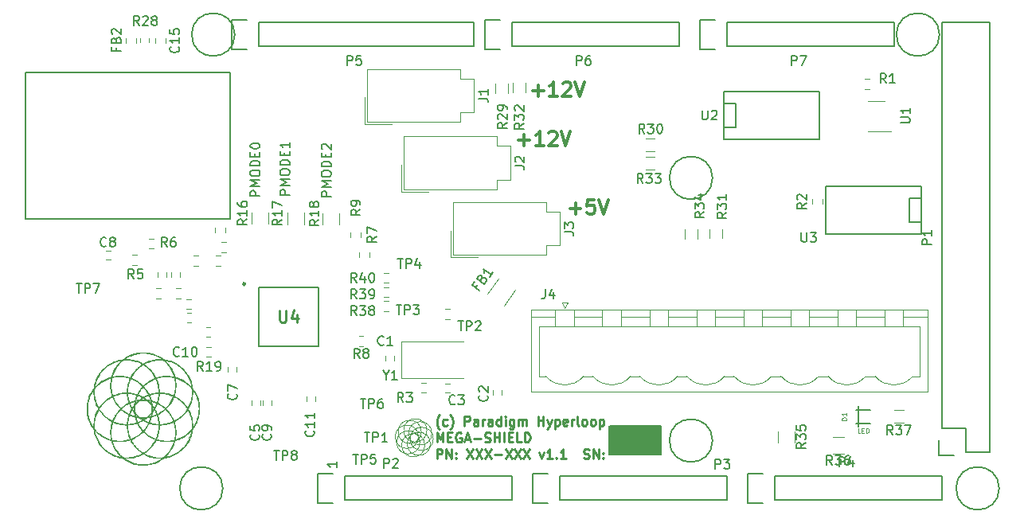
<source format=gbr>
G04 #@! TF.GenerationSoftware,KiCad,Pcbnew,(5.0.2)-1*
G04 #@! TF.CreationDate,2019-06-14T17:16:18-02:30*
G04 #@! TF.ProjectId,arduinoShield,61726475-696e-46f5-9368-69656c642e6b,rev?*
G04 #@! TF.SameCoordinates,Original*
G04 #@! TF.FileFunction,Legend,Top*
G04 #@! TF.FilePolarity,Positive*
%FSLAX46Y46*%
G04 Gerber Fmt 4.6, Leading zero omitted, Abs format (unit mm)*
G04 Created by KiCad (PCBNEW (5.0.2)-1) date 6/14/2019 5:16:18 PM*
%MOMM*%
%LPD*%
G01*
G04 APERTURE LIST*
%ADD10C,0.250000*%
%ADD11C,0.300000*%
%ADD12C,0.150000*%
%ADD13C,0.120000*%
%ADD14C,0.200000*%
%ADD15C,0.010000*%
%ADD16C,0.050000*%
%ADD17C,0.254000*%
%ADD18C,0.100000*%
G04 APERTURE END LIST*
D10*
X89436309Y-141083333D02*
X89388690Y-141035714D01*
X89293452Y-140892857D01*
X89245833Y-140797619D01*
X89198214Y-140654761D01*
X89150595Y-140416666D01*
X89150595Y-140226190D01*
X89198214Y-139988095D01*
X89245833Y-139845238D01*
X89293452Y-139750000D01*
X89388690Y-139607142D01*
X89436309Y-139559523D01*
X90245833Y-140654761D02*
X90150595Y-140702380D01*
X89960119Y-140702380D01*
X89864880Y-140654761D01*
X89817261Y-140607142D01*
X89769642Y-140511904D01*
X89769642Y-140226190D01*
X89817261Y-140130952D01*
X89864880Y-140083333D01*
X89960119Y-140035714D01*
X90150595Y-140035714D01*
X90245833Y-140083333D01*
X90579166Y-141083333D02*
X90626785Y-141035714D01*
X90722023Y-140892857D01*
X90769642Y-140797619D01*
X90817261Y-140654761D01*
X90864880Y-140416666D01*
X90864880Y-140226190D01*
X90817261Y-139988095D01*
X90769642Y-139845238D01*
X90722023Y-139750000D01*
X90626785Y-139607142D01*
X90579166Y-139559523D01*
X92102976Y-140702380D02*
X92102976Y-139702380D01*
X92483928Y-139702380D01*
X92579166Y-139750000D01*
X92626785Y-139797619D01*
X92674404Y-139892857D01*
X92674404Y-140035714D01*
X92626785Y-140130952D01*
X92579166Y-140178571D01*
X92483928Y-140226190D01*
X92102976Y-140226190D01*
X93531547Y-140702380D02*
X93531547Y-140178571D01*
X93483928Y-140083333D01*
X93388690Y-140035714D01*
X93198214Y-140035714D01*
X93102976Y-140083333D01*
X93531547Y-140654761D02*
X93436309Y-140702380D01*
X93198214Y-140702380D01*
X93102976Y-140654761D01*
X93055357Y-140559523D01*
X93055357Y-140464285D01*
X93102976Y-140369047D01*
X93198214Y-140321428D01*
X93436309Y-140321428D01*
X93531547Y-140273809D01*
X94007738Y-140702380D02*
X94007738Y-140035714D01*
X94007738Y-140226190D02*
X94055357Y-140130952D01*
X94102976Y-140083333D01*
X94198214Y-140035714D01*
X94293452Y-140035714D01*
X95055357Y-140702380D02*
X95055357Y-140178571D01*
X95007738Y-140083333D01*
X94912500Y-140035714D01*
X94722023Y-140035714D01*
X94626785Y-140083333D01*
X95055357Y-140654761D02*
X94960119Y-140702380D01*
X94722023Y-140702380D01*
X94626785Y-140654761D01*
X94579166Y-140559523D01*
X94579166Y-140464285D01*
X94626785Y-140369047D01*
X94722023Y-140321428D01*
X94960119Y-140321428D01*
X95055357Y-140273809D01*
X95960119Y-140702380D02*
X95960119Y-139702380D01*
X95960119Y-140654761D02*
X95864880Y-140702380D01*
X95674404Y-140702380D01*
X95579166Y-140654761D01*
X95531547Y-140607142D01*
X95483928Y-140511904D01*
X95483928Y-140226190D01*
X95531547Y-140130952D01*
X95579166Y-140083333D01*
X95674404Y-140035714D01*
X95864880Y-140035714D01*
X95960119Y-140083333D01*
X96436309Y-140702380D02*
X96436309Y-140035714D01*
X96436309Y-139702380D02*
X96388690Y-139750000D01*
X96436309Y-139797619D01*
X96483928Y-139750000D01*
X96436309Y-139702380D01*
X96436309Y-139797619D01*
X97341071Y-140035714D02*
X97341071Y-140845238D01*
X97293452Y-140940476D01*
X97245833Y-140988095D01*
X97150595Y-141035714D01*
X97007738Y-141035714D01*
X96912500Y-140988095D01*
X97341071Y-140654761D02*
X97245833Y-140702380D01*
X97055357Y-140702380D01*
X96960119Y-140654761D01*
X96912500Y-140607142D01*
X96864880Y-140511904D01*
X96864880Y-140226190D01*
X96912500Y-140130952D01*
X96960119Y-140083333D01*
X97055357Y-140035714D01*
X97245833Y-140035714D01*
X97341071Y-140083333D01*
X97817261Y-140702380D02*
X97817261Y-140035714D01*
X97817261Y-140130952D02*
X97864880Y-140083333D01*
X97960119Y-140035714D01*
X98102976Y-140035714D01*
X98198214Y-140083333D01*
X98245833Y-140178571D01*
X98245833Y-140702380D01*
X98245833Y-140178571D02*
X98293452Y-140083333D01*
X98388690Y-140035714D01*
X98531547Y-140035714D01*
X98626785Y-140083333D01*
X98674404Y-140178571D01*
X98674404Y-140702380D01*
X99912500Y-140702380D02*
X99912500Y-139702380D01*
X99912500Y-140178571D02*
X100483928Y-140178571D01*
X100483928Y-140702380D02*
X100483928Y-139702380D01*
X100864880Y-140035714D02*
X101102976Y-140702380D01*
X101341071Y-140035714D02*
X101102976Y-140702380D01*
X101007738Y-140940476D01*
X100960119Y-140988095D01*
X100864880Y-141035714D01*
X101722023Y-140035714D02*
X101722023Y-141035714D01*
X101722023Y-140083333D02*
X101817261Y-140035714D01*
X102007738Y-140035714D01*
X102102976Y-140083333D01*
X102150595Y-140130952D01*
X102198214Y-140226190D01*
X102198214Y-140511904D01*
X102150595Y-140607142D01*
X102102976Y-140654761D01*
X102007738Y-140702380D01*
X101817261Y-140702380D01*
X101722023Y-140654761D01*
X103007738Y-140654761D02*
X102912500Y-140702380D01*
X102722023Y-140702380D01*
X102626785Y-140654761D01*
X102579166Y-140559523D01*
X102579166Y-140178571D01*
X102626785Y-140083333D01*
X102722023Y-140035714D01*
X102912500Y-140035714D01*
X103007738Y-140083333D01*
X103055357Y-140178571D01*
X103055357Y-140273809D01*
X102579166Y-140369047D01*
X103483928Y-140702380D02*
X103483928Y-140035714D01*
X103483928Y-140226190D02*
X103531547Y-140130952D01*
X103579166Y-140083333D01*
X103674404Y-140035714D01*
X103769642Y-140035714D01*
X104245833Y-140702380D02*
X104150595Y-140654761D01*
X104102976Y-140559523D01*
X104102976Y-139702380D01*
X104769642Y-140702380D02*
X104674404Y-140654761D01*
X104626785Y-140607142D01*
X104579166Y-140511904D01*
X104579166Y-140226190D01*
X104626785Y-140130952D01*
X104674404Y-140083333D01*
X104769642Y-140035714D01*
X104912500Y-140035714D01*
X105007738Y-140083333D01*
X105055357Y-140130952D01*
X105102976Y-140226190D01*
X105102976Y-140511904D01*
X105055357Y-140607142D01*
X105007738Y-140654761D01*
X104912500Y-140702380D01*
X104769642Y-140702380D01*
X105674404Y-140702380D02*
X105579166Y-140654761D01*
X105531547Y-140607142D01*
X105483928Y-140511904D01*
X105483928Y-140226190D01*
X105531547Y-140130952D01*
X105579166Y-140083333D01*
X105674404Y-140035714D01*
X105817261Y-140035714D01*
X105912500Y-140083333D01*
X105960119Y-140130952D01*
X106007738Y-140226190D01*
X106007738Y-140511904D01*
X105960119Y-140607142D01*
X105912500Y-140654761D01*
X105817261Y-140702380D01*
X105674404Y-140702380D01*
X106436309Y-140035714D02*
X106436309Y-141035714D01*
X106436309Y-140083333D02*
X106531547Y-140035714D01*
X106722023Y-140035714D01*
X106817261Y-140083333D01*
X106864880Y-140130952D01*
X106912500Y-140226190D01*
X106912500Y-140511904D01*
X106864880Y-140607142D01*
X106817261Y-140654761D01*
X106722023Y-140702380D01*
X106531547Y-140702380D01*
X106436309Y-140654761D01*
X89150595Y-142452380D02*
X89150595Y-141452380D01*
X89483928Y-142166666D01*
X89817261Y-141452380D01*
X89817261Y-142452380D01*
X90293452Y-141928571D02*
X90626785Y-141928571D01*
X90769642Y-142452380D02*
X90293452Y-142452380D01*
X90293452Y-141452380D01*
X90769642Y-141452380D01*
X91722023Y-141500000D02*
X91626785Y-141452380D01*
X91483928Y-141452380D01*
X91341071Y-141500000D01*
X91245833Y-141595238D01*
X91198214Y-141690476D01*
X91150595Y-141880952D01*
X91150595Y-142023809D01*
X91198214Y-142214285D01*
X91245833Y-142309523D01*
X91341071Y-142404761D01*
X91483928Y-142452380D01*
X91579166Y-142452380D01*
X91722023Y-142404761D01*
X91769642Y-142357142D01*
X91769642Y-142023809D01*
X91579166Y-142023809D01*
X92150595Y-142166666D02*
X92626785Y-142166666D01*
X92055357Y-142452380D02*
X92388690Y-141452380D01*
X92722023Y-142452380D01*
X93055357Y-142071428D02*
X93817261Y-142071428D01*
X94245833Y-142404761D02*
X94388690Y-142452380D01*
X94626785Y-142452380D01*
X94722023Y-142404761D01*
X94769642Y-142357142D01*
X94817261Y-142261904D01*
X94817261Y-142166666D01*
X94769642Y-142071428D01*
X94722023Y-142023809D01*
X94626785Y-141976190D01*
X94436309Y-141928571D01*
X94341071Y-141880952D01*
X94293452Y-141833333D01*
X94245833Y-141738095D01*
X94245833Y-141642857D01*
X94293452Y-141547619D01*
X94341071Y-141500000D01*
X94436309Y-141452380D01*
X94674404Y-141452380D01*
X94817261Y-141500000D01*
X95245833Y-142452380D02*
X95245833Y-141452380D01*
X95245833Y-141928571D02*
X95817261Y-141928571D01*
X95817261Y-142452380D02*
X95817261Y-141452380D01*
X96293452Y-142452380D02*
X96293452Y-141452380D01*
X96769642Y-141928571D02*
X97102976Y-141928571D01*
X97245833Y-142452380D02*
X96769642Y-142452380D01*
X96769642Y-141452380D01*
X97245833Y-141452380D01*
X98150595Y-142452380D02*
X97674404Y-142452380D01*
X97674404Y-141452380D01*
X98483928Y-142452380D02*
X98483928Y-141452380D01*
X98722023Y-141452380D01*
X98864880Y-141500000D01*
X98960119Y-141595238D01*
X99007738Y-141690476D01*
X99055357Y-141880952D01*
X99055357Y-142023809D01*
X99007738Y-142214285D01*
X98960119Y-142309523D01*
X98864880Y-142404761D01*
X98722023Y-142452380D01*
X98483928Y-142452380D01*
X89150595Y-144202380D02*
X89150595Y-143202380D01*
X89531547Y-143202380D01*
X89626785Y-143250000D01*
X89674404Y-143297619D01*
X89722023Y-143392857D01*
X89722023Y-143535714D01*
X89674404Y-143630952D01*
X89626785Y-143678571D01*
X89531547Y-143726190D01*
X89150595Y-143726190D01*
X90150595Y-144202380D02*
X90150595Y-143202380D01*
X90722023Y-144202380D01*
X90722023Y-143202380D01*
X91198214Y-144107142D02*
X91245833Y-144154761D01*
X91198214Y-144202380D01*
X91150595Y-144154761D01*
X91198214Y-144107142D01*
X91198214Y-144202380D01*
X91198214Y-143583333D02*
X91245833Y-143630952D01*
X91198214Y-143678571D01*
X91150595Y-143630952D01*
X91198214Y-143583333D01*
X91198214Y-143678571D01*
X92341071Y-143202380D02*
X93007738Y-144202380D01*
X93007738Y-143202380D02*
X92341071Y-144202380D01*
X93293452Y-143202380D02*
X93960119Y-144202380D01*
X93960119Y-143202380D02*
X93293452Y-144202380D01*
X94245833Y-143202380D02*
X94912500Y-144202380D01*
X94912500Y-143202380D02*
X94245833Y-144202380D01*
X95293452Y-143821428D02*
X96055357Y-143821428D01*
X96436309Y-143202380D02*
X97102976Y-144202380D01*
X97102976Y-143202380D02*
X96436309Y-144202380D01*
X97388690Y-143202380D02*
X98055357Y-144202380D01*
X98055357Y-143202380D02*
X97388690Y-144202380D01*
X98341071Y-143202380D02*
X99007738Y-144202380D01*
X99007738Y-143202380D02*
X98341071Y-144202380D01*
X100055357Y-143535714D02*
X100293452Y-144202380D01*
X100531547Y-143535714D01*
X101436309Y-144202380D02*
X100864880Y-144202380D01*
X101150595Y-144202380D02*
X101150595Y-143202380D01*
X101055357Y-143345238D01*
X100960119Y-143440476D01*
X100864880Y-143488095D01*
X101864880Y-144107142D02*
X101912500Y-144154761D01*
X101864880Y-144202380D01*
X101817261Y-144154761D01*
X101864880Y-144107142D01*
X101864880Y-144202380D01*
X102864880Y-144202380D02*
X102293452Y-144202380D01*
X102579166Y-144202380D02*
X102579166Y-143202380D01*
X102483928Y-143345238D01*
X102388690Y-143440476D01*
X102293452Y-143488095D01*
X104769642Y-144154761D02*
X104912500Y-144202380D01*
X105150595Y-144202380D01*
X105245833Y-144154761D01*
X105293452Y-144107142D01*
X105341071Y-144011904D01*
X105341071Y-143916666D01*
X105293452Y-143821428D01*
X105245833Y-143773809D01*
X105150595Y-143726190D01*
X104960119Y-143678571D01*
X104864880Y-143630952D01*
X104817261Y-143583333D01*
X104769642Y-143488095D01*
X104769642Y-143392857D01*
X104817261Y-143297619D01*
X104864880Y-143250000D01*
X104960119Y-143202380D01*
X105198214Y-143202380D01*
X105341071Y-143250000D01*
X105769642Y-144202380D02*
X105769642Y-143202380D01*
X106341071Y-144202380D01*
X106341071Y-143202380D01*
X106817261Y-144107142D02*
X106864880Y-144154761D01*
X106817261Y-144202380D01*
X106769642Y-144154761D01*
X106817261Y-144107142D01*
X106817261Y-144202380D01*
X106817261Y-143583333D02*
X106864880Y-143630952D01*
X106817261Y-143678571D01*
X106769642Y-143630952D01*
X106817261Y-143583333D01*
X106817261Y-143678571D01*
D11*
X103321428Y-117607142D02*
X104464285Y-117607142D01*
X103892857Y-118178571D02*
X103892857Y-117035714D01*
X105892857Y-116678571D02*
X105178571Y-116678571D01*
X105107142Y-117392857D01*
X105178571Y-117321428D01*
X105321428Y-117250000D01*
X105678571Y-117250000D01*
X105821428Y-117321428D01*
X105892857Y-117392857D01*
X105964285Y-117535714D01*
X105964285Y-117892857D01*
X105892857Y-118035714D01*
X105821428Y-118107142D01*
X105678571Y-118178571D01*
X105321428Y-118178571D01*
X105178571Y-118107142D01*
X105107142Y-118035714D01*
X106392857Y-116678571D02*
X106892857Y-118178571D01*
X107392857Y-116678571D01*
X97857142Y-110357142D02*
X99000000Y-110357142D01*
X98428571Y-110928571D02*
X98428571Y-109785714D01*
X100500000Y-110928571D02*
X99642857Y-110928571D01*
X100071428Y-110928571D02*
X100071428Y-109428571D01*
X99928571Y-109642857D01*
X99785714Y-109785714D01*
X99642857Y-109857142D01*
X101071428Y-109571428D02*
X101142857Y-109500000D01*
X101285714Y-109428571D01*
X101642857Y-109428571D01*
X101785714Y-109500000D01*
X101857142Y-109571428D01*
X101928571Y-109714285D01*
X101928571Y-109857142D01*
X101857142Y-110071428D01*
X101000000Y-110928571D01*
X101928571Y-110928571D01*
X102357142Y-109428571D02*
X102857142Y-110928571D01*
X103357142Y-109428571D01*
X99357142Y-105107142D02*
X100500000Y-105107142D01*
X99928571Y-105678571D02*
X99928571Y-104535714D01*
X102000000Y-105678571D02*
X101142857Y-105678571D01*
X101571428Y-105678571D02*
X101571428Y-104178571D01*
X101428571Y-104392857D01*
X101285714Y-104535714D01*
X101142857Y-104607142D01*
X102571428Y-104321428D02*
X102642857Y-104250000D01*
X102785714Y-104178571D01*
X103142857Y-104178571D01*
X103285714Y-104250000D01*
X103357142Y-104321428D01*
X103428571Y-104464285D01*
X103428571Y-104607142D01*
X103357142Y-104821428D01*
X102500000Y-105678571D01*
X103428571Y-105678571D01*
X103857142Y-104178571D02*
X104357142Y-105678571D01*
X104857142Y-104178571D01*
D12*
X77882380Y-116345714D02*
X76882380Y-116345714D01*
X76882380Y-115964761D01*
X76930000Y-115869523D01*
X76977619Y-115821904D01*
X77072857Y-115774285D01*
X77215714Y-115774285D01*
X77310952Y-115821904D01*
X77358571Y-115869523D01*
X77406190Y-115964761D01*
X77406190Y-116345714D01*
X77882380Y-115345714D02*
X76882380Y-115345714D01*
X77596666Y-115012380D01*
X76882380Y-114679047D01*
X77882380Y-114679047D01*
X76882380Y-114012380D02*
X76882380Y-113821904D01*
X76930000Y-113726666D01*
X77025238Y-113631428D01*
X77215714Y-113583809D01*
X77549047Y-113583809D01*
X77739523Y-113631428D01*
X77834761Y-113726666D01*
X77882380Y-113821904D01*
X77882380Y-114012380D01*
X77834761Y-114107619D01*
X77739523Y-114202857D01*
X77549047Y-114250476D01*
X77215714Y-114250476D01*
X77025238Y-114202857D01*
X76930000Y-114107619D01*
X76882380Y-114012380D01*
X77882380Y-113155238D02*
X76882380Y-113155238D01*
X76882380Y-112917142D01*
X76930000Y-112774285D01*
X77025238Y-112679047D01*
X77120476Y-112631428D01*
X77310952Y-112583809D01*
X77453809Y-112583809D01*
X77644285Y-112631428D01*
X77739523Y-112679047D01*
X77834761Y-112774285D01*
X77882380Y-112917142D01*
X77882380Y-113155238D01*
X77358571Y-112155238D02*
X77358571Y-111821904D01*
X77882380Y-111679047D02*
X77882380Y-112155238D01*
X76882380Y-112155238D01*
X76882380Y-111679047D01*
X76977619Y-111298095D02*
X76930000Y-111250476D01*
X76882380Y-111155238D01*
X76882380Y-110917142D01*
X76930000Y-110821904D01*
X76977619Y-110774285D01*
X77072857Y-110726666D01*
X77168095Y-110726666D01*
X77310952Y-110774285D01*
X77882380Y-111345714D01*
X77882380Y-110726666D01*
X73482380Y-116175714D02*
X72482380Y-116175714D01*
X72482380Y-115794761D01*
X72530000Y-115699523D01*
X72577619Y-115651904D01*
X72672857Y-115604285D01*
X72815714Y-115604285D01*
X72910952Y-115651904D01*
X72958571Y-115699523D01*
X73006190Y-115794761D01*
X73006190Y-116175714D01*
X73482380Y-115175714D02*
X72482380Y-115175714D01*
X73196666Y-114842380D01*
X72482380Y-114509047D01*
X73482380Y-114509047D01*
X72482380Y-113842380D02*
X72482380Y-113651904D01*
X72530000Y-113556666D01*
X72625238Y-113461428D01*
X72815714Y-113413809D01*
X73149047Y-113413809D01*
X73339523Y-113461428D01*
X73434761Y-113556666D01*
X73482380Y-113651904D01*
X73482380Y-113842380D01*
X73434761Y-113937619D01*
X73339523Y-114032857D01*
X73149047Y-114080476D01*
X72815714Y-114080476D01*
X72625238Y-114032857D01*
X72530000Y-113937619D01*
X72482380Y-113842380D01*
X73482380Y-112985238D02*
X72482380Y-112985238D01*
X72482380Y-112747142D01*
X72530000Y-112604285D01*
X72625238Y-112509047D01*
X72720476Y-112461428D01*
X72910952Y-112413809D01*
X73053809Y-112413809D01*
X73244285Y-112461428D01*
X73339523Y-112509047D01*
X73434761Y-112604285D01*
X73482380Y-112747142D01*
X73482380Y-112985238D01*
X72958571Y-111985238D02*
X72958571Y-111651904D01*
X73482380Y-111509047D02*
X73482380Y-111985238D01*
X72482380Y-111985238D01*
X72482380Y-111509047D01*
X73482380Y-110556666D02*
X73482380Y-111128095D01*
X73482380Y-110842380D02*
X72482380Y-110842380D01*
X72625238Y-110937619D01*
X72720476Y-111032857D01*
X72768095Y-111128095D01*
X70322380Y-116275714D02*
X69322380Y-116275714D01*
X69322380Y-115894761D01*
X69370000Y-115799523D01*
X69417619Y-115751904D01*
X69512857Y-115704285D01*
X69655714Y-115704285D01*
X69750952Y-115751904D01*
X69798571Y-115799523D01*
X69846190Y-115894761D01*
X69846190Y-116275714D01*
X70322380Y-115275714D02*
X69322380Y-115275714D01*
X70036666Y-114942380D01*
X69322380Y-114609047D01*
X70322380Y-114609047D01*
X69322380Y-113942380D02*
X69322380Y-113751904D01*
X69370000Y-113656666D01*
X69465238Y-113561428D01*
X69655714Y-113513809D01*
X69989047Y-113513809D01*
X70179523Y-113561428D01*
X70274761Y-113656666D01*
X70322380Y-113751904D01*
X70322380Y-113942380D01*
X70274761Y-114037619D01*
X70179523Y-114132857D01*
X69989047Y-114180476D01*
X69655714Y-114180476D01*
X69465238Y-114132857D01*
X69370000Y-114037619D01*
X69322380Y-113942380D01*
X70322380Y-113085238D02*
X69322380Y-113085238D01*
X69322380Y-112847142D01*
X69370000Y-112704285D01*
X69465238Y-112609047D01*
X69560476Y-112561428D01*
X69750952Y-112513809D01*
X69893809Y-112513809D01*
X70084285Y-112561428D01*
X70179523Y-112609047D01*
X70274761Y-112704285D01*
X70322380Y-112847142D01*
X70322380Y-113085238D01*
X69798571Y-112085238D02*
X69798571Y-111751904D01*
X70322380Y-111609047D02*
X70322380Y-112085238D01*
X69322380Y-112085238D01*
X69322380Y-111609047D01*
X69322380Y-110990000D02*
X69322380Y-110894761D01*
X69370000Y-110799523D01*
X69417619Y-110751904D01*
X69512857Y-110704285D01*
X69703333Y-110656666D01*
X69941428Y-110656666D01*
X70131904Y-110704285D01*
X70227142Y-110751904D01*
X70274761Y-110799523D01*
X70322380Y-110894761D01*
X70322380Y-110990000D01*
X70274761Y-111085238D01*
X70227142Y-111132857D01*
X70131904Y-111180476D01*
X69941428Y-111228095D01*
X69703333Y-111228095D01*
X69512857Y-111180476D01*
X69417619Y-111132857D01*
X69370000Y-111085238D01*
X69322380Y-110990000D01*
X78520380Y-144550285D02*
X78520380Y-145121714D01*
X78520380Y-144836000D02*
X77520380Y-144836000D01*
X77663238Y-144931238D01*
X77758476Y-145026476D01*
X77806095Y-145121714D01*
G04 #@! TO.C,U3*
X139425329Y-116550708D02*
X140695329Y-116550708D01*
X139425329Y-119090708D02*
X139425329Y-116550708D01*
X140695329Y-119090708D02*
X139425329Y-119090708D01*
X130535329Y-120360708D02*
X140695329Y-120360708D01*
X130535329Y-115280708D02*
X130535329Y-120360708D01*
X140695329Y-115280708D02*
X130535329Y-115280708D01*
X140695329Y-120360708D02*
X140695329Y-115280708D01*
G04 #@! TO.C,P1*
X147918000Y-143566000D02*
X147918000Y-97846000D01*
X142838000Y-97846000D02*
X142838000Y-141026000D01*
X147918000Y-97846000D02*
X142838000Y-97846000D01*
X147918000Y-143566000D02*
X145378000Y-143566000D01*
X142558000Y-142296000D02*
X142558000Y-143846000D01*
X145378000Y-143566000D02*
X145378000Y-141026000D01*
X145378000Y-141026000D02*
X142838000Y-141026000D01*
X142558000Y-143846000D02*
X144108000Y-143846000D01*
G04 #@! TO.C,P2*
X79338000Y-148646000D02*
X97118000Y-148646000D01*
X97118000Y-148646000D02*
X97118000Y-146106000D01*
X97118000Y-146106000D02*
X79338000Y-146106000D01*
X76518000Y-148926000D02*
X78068000Y-148926000D01*
X79338000Y-148646000D02*
X79338000Y-146106000D01*
X78068000Y-145826000D02*
X76518000Y-145826000D01*
X76518000Y-145826000D02*
X76518000Y-148926000D01*
G04 #@! TO.C,P3*
X102198000Y-148646000D02*
X119978000Y-148646000D01*
X119978000Y-148646000D02*
X119978000Y-146106000D01*
X119978000Y-146106000D02*
X102198000Y-146106000D01*
X99378000Y-148926000D02*
X100928000Y-148926000D01*
X102198000Y-148646000D02*
X102198000Y-146106000D01*
X100928000Y-145826000D02*
X99378000Y-145826000D01*
X99378000Y-145826000D02*
X99378000Y-148926000D01*
G04 #@! TO.C,P4*
X125058000Y-148646000D02*
X142838000Y-148646000D01*
X142838000Y-148646000D02*
X142838000Y-146106000D01*
X142838000Y-146106000D02*
X125058000Y-146106000D01*
X122238000Y-148926000D02*
X123788000Y-148926000D01*
X125058000Y-148646000D02*
X125058000Y-146106000D01*
X123788000Y-145826000D02*
X122238000Y-145826000D01*
X122238000Y-145826000D02*
X122238000Y-148926000D01*
G04 #@! TO.C,P5*
X70194000Y-100386000D02*
X93054000Y-100386000D01*
X93054000Y-100386000D02*
X93054000Y-97846000D01*
X93054000Y-97846000D02*
X70194000Y-97846000D01*
X67374000Y-100666000D02*
X68924000Y-100666000D01*
X70194000Y-100386000D02*
X70194000Y-97846000D01*
X68924000Y-97566000D02*
X67374000Y-97566000D01*
X67374000Y-97566000D02*
X67374000Y-100666000D01*
G04 #@! TO.C,P6*
X97118000Y-100386000D02*
X114898000Y-100386000D01*
X114898000Y-100386000D02*
X114898000Y-97846000D01*
X114898000Y-97846000D02*
X97118000Y-97846000D01*
X94298000Y-100666000D02*
X95848000Y-100666000D01*
X97118000Y-100386000D02*
X97118000Y-97846000D01*
X95848000Y-97566000D02*
X94298000Y-97566000D01*
X94298000Y-97566000D02*
X94298000Y-100666000D01*
G04 #@! TO.C,P7*
X119978000Y-100386000D02*
X137758000Y-100386000D01*
X137758000Y-100386000D02*
X137758000Y-97846000D01*
X137758000Y-97846000D02*
X119978000Y-97846000D01*
X117158000Y-100666000D02*
X118708000Y-100666000D01*
X119978000Y-100386000D02*
X119978000Y-97846000D01*
X118708000Y-97566000D02*
X117158000Y-97566000D01*
X117158000Y-97566000D02*
X117158000Y-100666000D01*
G04 #@! TO.C,P8*
X66384000Y-147376000D02*
G75*
G03X66384000Y-147376000I-2286000J0D01*
G01*
G04 #@! TO.C,P9*
X118454000Y-142296000D02*
G75*
G03X118454000Y-142296000I-2286000J0D01*
G01*
G04 #@! TO.C,P10*
X148934000Y-147376000D02*
G75*
G03X148934000Y-147376000I-2286000J0D01*
G01*
G04 #@! TO.C,P11*
X67654000Y-99116000D02*
G75*
G03X67654000Y-99116000I-2286000J0D01*
G01*
G04 #@! TO.C,P12*
X118454000Y-114356000D02*
G75*
G03X118454000Y-114356000I-2286000J0D01*
G01*
G04 #@! TO.C,P13*
X142584000Y-99116000D02*
G75*
G03X142584000Y-99116000I-2286000J0D01*
G01*
D13*
G04 #@! TO.C,C1*
X84650000Y-133780000D02*
X84650000Y-133280000D01*
X83710000Y-133280000D02*
X83710000Y-133780000D01*
G04 #@! TO.C,C2*
X96010000Y-137450000D02*
X96010000Y-136950000D01*
X95070000Y-136950000D02*
X95070000Y-137450000D01*
G04 #@! TO.C,C3*
X90030000Y-137150000D02*
X90530000Y-137150000D01*
X90530000Y-136210000D02*
X90030000Y-136210000D01*
G04 #@! TO.C,C5*
X69450000Y-138020000D02*
X69450000Y-138520000D01*
X70390000Y-138520000D02*
X70390000Y-138020000D01*
G04 #@! TO.C,C7*
X67840000Y-134970000D02*
X67840000Y-134470000D01*
X66900000Y-134470000D02*
X66900000Y-134970000D01*
G04 #@! TO.C,C8*
X53935893Y-123054854D02*
X54435893Y-123054854D01*
X54435893Y-122114854D02*
X53935893Y-122114854D01*
G04 #@! TO.C,C9*
X71590000Y-138510000D02*
X71590000Y-138010000D01*
X70650000Y-138010000D02*
X70650000Y-138510000D01*
G04 #@! TO.C,C10*
X65090000Y-130270000D02*
X64590000Y-130270000D01*
X64590000Y-131210000D02*
X65090000Y-131210000D01*
G04 #@! TO.C,C11*
X75312000Y-137610000D02*
X75312000Y-138110000D01*
X76252000Y-138110000D02*
X76252000Y-137610000D01*
G04 #@! TO.C,C13*
X59470000Y-124430000D02*
X59470000Y-124930000D01*
X60410000Y-124930000D02*
X60410000Y-124430000D01*
G04 #@! TO.C,C14*
X61840000Y-124870000D02*
X61840000Y-124370000D01*
X60900000Y-124370000D02*
X60900000Y-124870000D01*
G04 #@! TO.C,C15*
X58570000Y-99960000D02*
X58570000Y-99460000D01*
X57630000Y-99460000D02*
X57630000Y-99960000D01*
G04 #@! TO.C,FB2*
X57160000Y-99980000D02*
X57160000Y-99480000D01*
X56100000Y-99480000D02*
X56100000Y-99980000D01*
G04 #@! TO.C,R1*
X134660000Y-104890000D02*
X135160000Y-104890000D01*
X135160000Y-103830000D02*
X134660000Y-103830000D01*
G04 #@! TO.C,R2*
X130123742Y-117124088D02*
X130123742Y-116624088D01*
X129063742Y-116624088D02*
X129063742Y-117124088D01*
G04 #@! TO.C,R3*
X88030000Y-136150000D02*
X87530000Y-136150000D01*
X87530000Y-137210000D02*
X88030000Y-137210000D01*
G04 #@! TO.C,R4*
X90520000Y-128290000D02*
X90020000Y-128290000D01*
X90020000Y-129350000D02*
X90520000Y-129350000D01*
G04 #@! TO.C,R5*
X57260000Y-122540000D02*
X56760000Y-122540000D01*
X56760000Y-123600000D02*
X57260000Y-123600000D01*
G04 #@! TO.C,R6*
X58500000Y-121860000D02*
X59000000Y-121860000D01*
X59000000Y-120800000D02*
X58500000Y-120800000D01*
G04 #@! TO.C,R7*
X80920000Y-122300000D02*
X80920000Y-122800000D01*
X81980000Y-122800000D02*
X81980000Y-122300000D01*
G04 #@! TO.C,R8*
X80850000Y-132260000D02*
X81350000Y-132260000D01*
X81350000Y-131200000D02*
X80850000Y-131200000D01*
G04 #@! TO.C,R9*
X81020000Y-120630000D02*
X81020000Y-120130000D01*
X79960000Y-120130000D02*
X79960000Y-120630000D01*
G04 #@! TO.C,R19*
X64660000Y-133390000D02*
X65160000Y-133390000D01*
X65160000Y-132330000D02*
X64660000Y-132330000D01*
G04 #@! TO.C,R20*
X62490000Y-128290000D02*
X62990000Y-128290000D01*
X62990000Y-127230000D02*
X62490000Y-127230000D01*
G04 #@! TO.C,R21*
X62560000Y-129750000D02*
X63060000Y-129750000D01*
X63060000Y-128690000D02*
X62560000Y-128690000D01*
G04 #@! TO.C,R22*
X59320000Y-127160000D02*
X59820000Y-127160000D01*
X59820000Y-126100000D02*
X59320000Y-126100000D01*
G04 #@! TO.C,R23*
X65640000Y-123690000D02*
X66140000Y-123690000D01*
X66140000Y-122630000D02*
X65640000Y-122630000D01*
G04 #@! TO.C,R24*
X66780000Y-121180000D02*
X66280000Y-121180000D01*
X66280000Y-122240000D02*
X66780000Y-122240000D01*
G04 #@! TO.C,R25*
X61410000Y-127160000D02*
X61910000Y-127160000D01*
X61910000Y-126100000D02*
X61410000Y-126100000D01*
G04 #@! TO.C,R26*
X63250000Y-123700000D02*
X63750000Y-123700000D01*
X63750000Y-122640000D02*
X63250000Y-122640000D01*
G04 #@! TO.C,R27*
X66630000Y-120180000D02*
X66630000Y-119680000D01*
X65570000Y-119680000D02*
X65570000Y-120180000D01*
G04 #@! TO.C,R28*
X60290000Y-100040000D02*
X60290000Y-99540000D01*
X59230000Y-99540000D02*
X59230000Y-100040000D01*
G04 #@! TO.C,U1*
X134956258Y-109395912D02*
X137406258Y-109395912D01*
X136756258Y-106175912D02*
X134956258Y-106175912D01*
D12*
G04 #@! TO.C,U2*
X119624993Y-105159007D02*
X119624993Y-110239007D01*
X119624993Y-110239007D02*
X129784993Y-110239007D01*
X129784993Y-110239007D02*
X129784993Y-105159007D01*
X129784993Y-105159007D02*
X119624993Y-105159007D01*
X119624993Y-106429007D02*
X120894993Y-106429007D01*
X120894993Y-106429007D02*
X120894993Y-108969007D01*
X120894993Y-108969007D02*
X119624993Y-108969007D01*
D13*
G04 #@! TO.C,Y1*
X85390000Y-135620000D02*
X91940000Y-135620000D01*
X85390000Y-131720000D02*
X85390000Y-135620000D01*
X91940000Y-131720000D02*
X85390000Y-131720000D01*
D10*
G04 #@! TO.C,U4*
X68776000Y-125626000D02*
G75*
G03X68776000Y-125626000I-125000J0D01*
G01*
D14*
X70226000Y-132276000D02*
X70226000Y-125976000D01*
X76526000Y-132276000D02*
X70226000Y-132276000D01*
X76526000Y-125976000D02*
X76526000Y-132276000D01*
X70226000Y-125976000D02*
X76526000Y-125976000D01*
D12*
G04 #@! TO.C,P14*
X45370000Y-103155000D02*
X45370000Y-118705000D01*
X45370000Y-118705000D02*
X67150000Y-118705000D01*
X67150000Y-118705000D02*
X67150000Y-103155000D01*
X67150000Y-103155000D02*
X45370000Y-103155000D01*
D13*
G04 #@! TO.C,R17*
X75020000Y-118080000D02*
X75020000Y-119280000D01*
X73260000Y-119280000D02*
X73260000Y-118080000D01*
G04 #@! TO.C,R16*
X69470000Y-119260000D02*
X69470000Y-118060000D01*
X71230000Y-118060000D02*
X71230000Y-119260000D01*
G04 #@! TO.C,R18*
X78760000Y-118100000D02*
X78760000Y-119300000D01*
X77000000Y-119300000D02*
X77000000Y-118100000D01*
G04 #@! TO.C,R29*
X95400000Y-105310000D02*
X95400000Y-104310000D01*
X96760000Y-104310000D02*
X96760000Y-105310000D01*
G04 #@! TO.C,R30*
X112330000Y-111490000D02*
X111330000Y-111490000D01*
X111330000Y-110130000D02*
X112330000Y-110130000D01*
G04 #@! TO.C,R31*
X118160000Y-120780000D02*
X118160000Y-119780000D01*
X119520000Y-119780000D02*
X119520000Y-120780000D01*
G04 #@! TO.C,R32*
X98600000Y-104270000D02*
X98600000Y-105270000D01*
X97240000Y-105270000D02*
X97240000Y-104270000D01*
G04 #@! TO.C,R33*
X111330000Y-112090000D02*
X112330000Y-112090000D01*
X112330000Y-113450000D02*
X111330000Y-113450000D01*
G04 #@! TO.C,R34*
X116900000Y-119850000D02*
X116900000Y-120850000D01*
X115540000Y-120850000D02*
X115540000Y-119850000D01*
G04 #@! TO.C,FB1*
X97450069Y-126294575D02*
X96302916Y-127932879D01*
X94549931Y-126705425D02*
X95697084Y-125067121D01*
G04 #@! TO.C,R35*
X127160000Y-141290000D02*
X127160000Y-142490000D01*
X125400000Y-142490000D02*
X125400000Y-141290000D01*
G04 #@! TO.C,R36*
X131230000Y-141900000D02*
X132430000Y-141900000D01*
X132430000Y-143660000D02*
X131230000Y-143660000D01*
D15*
G04 #@! TO.C,G\002A\002A\002A*
G36*
X57982011Y-132910866D02*
X58044361Y-132911991D01*
X58099206Y-132914001D01*
X58113172Y-132914745D01*
X58314943Y-132931640D01*
X58511240Y-132958814D01*
X58702615Y-132996465D01*
X58889620Y-133044793D01*
X59072807Y-133103995D01*
X59252728Y-133174271D01*
X59429935Y-133255819D01*
X59604980Y-133348838D01*
X59778415Y-133453527D01*
X59950792Y-133570084D01*
X59967937Y-133582360D01*
X60010703Y-133612270D01*
X60045078Y-133634370D01*
X60071613Y-133648998D01*
X60088890Y-133655946D01*
X60104979Y-133659853D01*
X60130470Y-133665084D01*
X60162806Y-133671158D01*
X60199430Y-133677594D01*
X60235309Y-133683515D01*
X60436523Y-133721596D01*
X60633099Y-133770844D01*
X60824977Y-133831229D01*
X61012092Y-133902721D01*
X61194385Y-133985292D01*
X61371793Y-134078911D01*
X61544255Y-134183548D01*
X61711708Y-134299175D01*
X61874090Y-134425761D01*
X61985165Y-134521285D01*
X62136581Y-134664484D01*
X62278391Y-134814503D01*
X62410381Y-134971014D01*
X62532332Y-135133688D01*
X62644029Y-135302196D01*
X62745255Y-135476210D01*
X62835794Y-135655402D01*
X62915429Y-135839442D01*
X62983942Y-136028003D01*
X62989440Y-136044826D01*
X63017636Y-136136820D01*
X63044256Y-136233249D01*
X63068606Y-136331138D01*
X63089990Y-136427506D01*
X63107715Y-136519376D01*
X63121085Y-136603770D01*
X63122799Y-136616571D01*
X63127985Y-136655260D01*
X63132834Y-136684884D01*
X63138525Y-136708379D01*
X63146233Y-136728681D01*
X63157137Y-136748725D01*
X63172414Y-136771447D01*
X63193240Y-136799782D01*
X63199785Y-136808533D01*
X63317960Y-136976346D01*
X63425343Y-137149576D01*
X63521845Y-137328005D01*
X63607377Y-137511416D01*
X63681851Y-137699591D01*
X63745178Y-137892313D01*
X63797267Y-138089363D01*
X63838032Y-138290524D01*
X63857577Y-138417199D01*
X63867875Y-138505671D01*
X63876055Y-138602639D01*
X63882044Y-138705196D01*
X63885771Y-138810435D01*
X63887165Y-138915451D01*
X63886156Y-139017336D01*
X63882671Y-139113183D01*
X63876745Y-139198904D01*
X63852801Y-139405854D01*
X63818385Y-139606902D01*
X63773341Y-139802458D01*
X63717513Y-139992934D01*
X63650746Y-140178741D01*
X63572885Y-140360288D01*
X63483775Y-140537986D01*
X63383260Y-140712247D01*
X63271185Y-140883480D01*
X63203915Y-140977390D01*
X63184031Y-141004774D01*
X63166454Y-141029851D01*
X63152603Y-141050529D01*
X63143899Y-141064715D01*
X63141901Y-141068771D01*
X63139001Y-141080052D01*
X63134950Y-141100755D01*
X63130203Y-141128314D01*
X63125218Y-141160162D01*
X63123174Y-141174119D01*
X63088603Y-141372925D01*
X63042410Y-141568941D01*
X62984850Y-141761622D01*
X62916175Y-141950424D01*
X62836640Y-142134802D01*
X62746497Y-142314210D01*
X62646001Y-142488106D01*
X62535404Y-142655943D01*
X62414961Y-142817177D01*
X62289121Y-142966571D01*
X62143498Y-143121191D01*
X61992174Y-143265311D01*
X61835258Y-143398849D01*
X61672859Y-143521722D01*
X61505084Y-143633847D01*
X61332042Y-143735140D01*
X61191169Y-143807699D01*
X61014152Y-143887907D01*
X60836236Y-143957033D01*
X60655818Y-144015566D01*
X60471297Y-144063996D01*
X60281072Y-144102812D01*
X60163827Y-144121648D01*
X60132303Y-144126573D01*
X60104207Y-144131601D01*
X60082163Y-144136218D01*
X60068800Y-144139906D01*
X60067065Y-144140653D01*
X60057722Y-144146546D01*
X60040731Y-144158225D01*
X60018141Y-144174247D01*
X59991999Y-144193168D01*
X59978285Y-144203229D01*
X59807631Y-144321965D01*
X59633481Y-144429157D01*
X59455591Y-144524900D01*
X59273714Y-144609289D01*
X59087604Y-144682419D01*
X58897017Y-144744383D01*
X58701705Y-144795278D01*
X58501423Y-144835198D01*
X58295925Y-144864238D01*
X58251690Y-144869003D01*
X58224395Y-144871189D01*
X58187402Y-144873273D01*
X58142588Y-144875220D01*
X58091827Y-144876993D01*
X58036997Y-144878557D01*
X57979972Y-144879876D01*
X57922628Y-144880914D01*
X57866842Y-144881636D01*
X57814489Y-144882005D01*
X57767445Y-144881986D01*
X57727585Y-144881544D01*
X57696786Y-144880641D01*
X57683214Y-144879847D01*
X57568646Y-144869987D01*
X57463799Y-144858939D01*
X57366323Y-144846310D01*
X57273870Y-144831710D01*
X57184091Y-144814745D01*
X57094637Y-144795023D01*
X57003159Y-144772152D01*
X56946480Y-144756798D01*
X56771648Y-144702804D01*
X56598101Y-144638583D01*
X56427459Y-144564930D01*
X56261340Y-144482636D01*
X56101363Y-144392495D01*
X55949148Y-144295299D01*
X55830441Y-144210273D01*
X55797570Y-144185453D01*
X55771968Y-144166677D01*
X55751130Y-144152864D01*
X55745318Y-144149756D01*
X55872188Y-144149756D01*
X55876820Y-144155869D01*
X55888559Y-144166329D01*
X55900637Y-144175706D01*
X56063789Y-144288377D01*
X56233504Y-144391046D01*
X56409152Y-144483435D01*
X56590102Y-144565264D01*
X56775723Y-144636255D01*
X56965385Y-144696129D01*
X57158458Y-144744608D01*
X57214371Y-144756369D01*
X57375690Y-144785499D01*
X57532086Y-144806664D01*
X57686573Y-144820060D01*
X57842168Y-144825879D01*
X58001884Y-144824316D01*
X58151904Y-144816741D01*
X58332461Y-144798994D01*
X58515364Y-144770351D01*
X58698720Y-144731244D01*
X58880635Y-144682105D01*
X59059214Y-144623365D01*
X59149761Y-144589314D01*
X59221307Y-144559589D01*
X59300103Y-144523988D01*
X59383657Y-144483807D01*
X59469478Y-144440340D01*
X59555076Y-144394882D01*
X59637960Y-144348727D01*
X59715637Y-144303171D01*
X59785618Y-144259508D01*
X59790809Y-144256135D01*
X59824334Y-144233827D01*
X59855701Y-144212106D01*
X59883401Y-144192099D01*
X59905928Y-144174930D01*
X59921773Y-144161724D01*
X59929429Y-144153608D01*
X59929904Y-144152307D01*
X59924097Y-144151442D01*
X59907633Y-144150799D01*
X59881949Y-144150388D01*
X59848481Y-144150220D01*
X59808666Y-144150304D01*
X59763940Y-144150651D01*
X59737892Y-144150956D01*
X59598738Y-144150982D01*
X59468538Y-144147096D01*
X59344708Y-144139015D01*
X59224662Y-144126455D01*
X59105818Y-144109134D01*
X58985591Y-144086769D01*
X58861397Y-144059076D01*
X58830791Y-144051624D01*
X58634795Y-143997206D01*
X58444699Y-143932266D01*
X58260301Y-143856724D01*
X58081397Y-143770502D01*
X57998571Y-143725941D01*
X57968022Y-143709132D01*
X57940953Y-143694600D01*
X57919196Y-143683299D01*
X57904584Y-143676185D01*
X57899153Y-143674142D01*
X57891534Y-143677023D01*
X57876053Y-143684789D01*
X57855237Y-143696131D01*
X57839417Y-143705162D01*
X57798815Y-143727790D01*
X57749589Y-143753684D01*
X57694338Y-143781593D01*
X57635660Y-143810269D01*
X57576152Y-143838461D01*
X57518413Y-143864920D01*
X57465040Y-143888397D01*
X57418632Y-143907643D01*
X57417119Y-143908244D01*
X57306959Y-143950087D01*
X57201362Y-143986340D01*
X57095213Y-144018670D01*
X56993785Y-144046094D01*
X56853079Y-144079361D01*
X56716074Y-144105893D01*
X56580186Y-144125968D01*
X56442834Y-144139868D01*
X56301435Y-144147874D01*
X56153409Y-144150266D01*
X56048845Y-144148859D01*
X56004004Y-144147945D01*
X55963363Y-144147441D01*
X55928416Y-144147340D01*
X55900654Y-144147635D01*
X55881570Y-144148319D01*
X55872657Y-144149383D01*
X55872188Y-144149756D01*
X55745318Y-144149756D01*
X55732553Y-144142931D01*
X55713733Y-144135796D01*
X55692164Y-144130377D01*
X55665344Y-144125593D01*
X55630769Y-144120361D01*
X55617952Y-144118460D01*
X55427091Y-144085147D01*
X55243274Y-144042925D01*
X55064823Y-143991270D01*
X54890061Y-143929656D01*
X54717313Y-143857556D01*
X54583809Y-143794161D01*
X54428956Y-143712365D01*
X54281827Y-143625328D01*
X54140978Y-143531966D01*
X54004964Y-143431193D01*
X53872341Y-143321923D01*
X53741664Y-143203073D01*
X53611488Y-143073557D01*
X53578624Y-143039142D01*
X53442546Y-142886564D01*
X53316556Y-142727398D01*
X53200805Y-142561952D01*
X53095442Y-142390532D01*
X53000617Y-142213444D01*
X52916481Y-142030996D01*
X52843183Y-141843494D01*
X52780874Y-141651245D01*
X52729703Y-141454555D01*
X52689820Y-141253730D01*
X52682217Y-141206714D01*
X52678063Y-141182127D01*
X52746868Y-141182127D01*
X52747261Y-141198232D01*
X52750143Y-141223518D01*
X52755276Y-141256710D01*
X52762425Y-141296537D01*
X52771353Y-141341724D01*
X52781824Y-141390997D01*
X52793602Y-141443085D01*
X52806450Y-141496712D01*
X52814872Y-141530261D01*
X52867297Y-141712103D01*
X52931183Y-141893043D01*
X53005901Y-142071751D01*
X53090823Y-142246895D01*
X53185323Y-142417142D01*
X53288772Y-142581162D01*
X53355059Y-142676285D01*
X53478649Y-142837076D01*
X53610407Y-142988983D01*
X53750487Y-143132156D01*
X53899047Y-143266742D01*
X54056240Y-143392891D01*
X54222224Y-143510751D01*
X54236071Y-143519948D01*
X54393521Y-143618661D01*
X54551976Y-143707133D01*
X54712736Y-143785872D01*
X54877097Y-143855386D01*
X55046357Y-143916181D01*
X55221816Y-143968765D01*
X55404769Y-144013646D01*
X55593761Y-144050851D01*
X55611809Y-144053682D01*
X55620891Y-144053917D01*
X55623869Y-144051492D01*
X55624000Y-144050169D01*
X55619739Y-144044736D01*
X55607865Y-144032516D01*
X55589736Y-144014833D01*
X55566713Y-143993010D01*
X55540154Y-143968370D01*
X55536420Y-143964943D01*
X55393899Y-143826314D01*
X55259107Y-143678904D01*
X55132655Y-143523581D01*
X55015155Y-143361214D01*
X54907219Y-143192668D01*
X54809456Y-143018811D01*
X54722479Y-142840511D01*
X54687816Y-142760952D01*
X54664349Y-142702848D01*
X54639823Y-142638144D01*
X54615237Y-142569763D01*
X54591589Y-142500625D01*
X54569878Y-142433653D01*
X54551102Y-142371768D01*
X54536261Y-142317893D01*
X54535845Y-142316265D01*
X54529918Y-142297894D01*
X54529422Y-142296823D01*
X54598398Y-142296823D01*
X54598773Y-142303727D01*
X54602495Y-142320282D01*
X54609024Y-142344684D01*
X54617822Y-142375131D01*
X54628353Y-142409818D01*
X54640077Y-142446942D01*
X54652456Y-142484699D01*
X54664953Y-142521286D01*
X54667662Y-142528992D01*
X54738766Y-142714881D01*
X54817822Y-142892336D01*
X54905554Y-143062620D01*
X55002686Y-143226998D01*
X55109941Y-143386732D01*
X55228044Y-143543087D01*
X55295911Y-143625761D01*
X55323531Y-143657283D01*
X55358352Y-143695134D01*
X55398601Y-143737535D01*
X55442505Y-143782708D01*
X55488289Y-143828875D01*
X55534180Y-143874255D01*
X55578405Y-143917071D01*
X55619189Y-143955543D01*
X55654760Y-143987894D01*
X55671760Y-144002690D01*
X55701686Y-144027652D01*
X55726511Y-144046398D01*
X55748958Y-144059981D01*
X55771752Y-144069454D01*
X55797618Y-144075871D01*
X55829279Y-144080286D01*
X55869460Y-144083753D01*
X55884047Y-144084799D01*
X55921987Y-144086748D01*
X55969246Y-144088060D01*
X56023656Y-144088765D01*
X56083048Y-144088895D01*
X56145255Y-144088479D01*
X56208106Y-144087549D01*
X56269435Y-144086136D01*
X56327071Y-144084272D01*
X56378847Y-144081986D01*
X56422594Y-144079310D01*
X56452523Y-144076679D01*
X56631853Y-144053604D01*
X56802970Y-144023791D01*
X56968052Y-143986692D01*
X57129277Y-143941758D01*
X57288823Y-143888442D01*
X57448868Y-143826195D01*
X57450380Y-143825566D01*
X57486440Y-143810086D01*
X57526316Y-143792138D01*
X57568625Y-143772427D01*
X57611985Y-143751653D01*
X57655010Y-143730520D01*
X57696318Y-143709731D01*
X57734525Y-143689987D01*
X57768247Y-143671991D01*
X57796101Y-143656446D01*
X57816704Y-143644055D01*
X57828672Y-143635519D01*
X57831170Y-143632209D01*
X57829141Y-143630351D01*
X57970566Y-143630351D01*
X57970713Y-143633910D01*
X57977618Y-143640172D01*
X57991974Y-143649530D01*
X58014471Y-143662377D01*
X58045800Y-143679107D01*
X58086654Y-143700112D01*
X58137722Y-143725787D01*
X58142833Y-143728335D01*
X58187162Y-143750106D01*
X58233252Y-143772178D01*
X58278397Y-143793296D01*
X58319889Y-143812203D01*
X58355023Y-143827644D01*
X58372642Y-143835013D01*
X58566539Y-143907392D01*
X58762161Y-143967835D01*
X58959858Y-144016423D01*
X59159976Y-144053237D01*
X59362863Y-144078359D01*
X59449119Y-144085451D01*
X59476172Y-144086762D01*
X59512835Y-144087681D01*
X59557130Y-144088228D01*
X59607081Y-144088424D01*
X59660712Y-144088291D01*
X59716046Y-144087850D01*
X59771108Y-144087120D01*
X59823920Y-144086123D01*
X59872507Y-144084881D01*
X59914893Y-144083413D01*
X59949100Y-144081740D01*
X59972811Y-144079921D01*
X60003432Y-144075423D01*
X60030428Y-144069079D01*
X60048686Y-144062297D01*
X60066547Y-144050977D01*
X60066772Y-144050805D01*
X60175610Y-144050805D01*
X60205459Y-144046658D01*
X60222570Y-144044021D01*
X60248347Y-144039729D01*
X60279567Y-144034333D01*
X60313005Y-144028382D01*
X60319976Y-144027119D01*
X60510514Y-143986376D01*
X60698426Y-143934068D01*
X60883144Y-143870549D01*
X61064100Y-143796173D01*
X61240730Y-143711293D01*
X61412466Y-143616263D01*
X61578741Y-143511437D01*
X61738988Y-143397169D01*
X61892642Y-143273812D01*
X62039135Y-143141720D01*
X62177901Y-143001246D01*
X62308373Y-142852745D01*
X62411456Y-142721642D01*
X62527986Y-142556045D01*
X62633254Y-142386663D01*
X62727144Y-142213714D01*
X62809541Y-142037413D01*
X62880329Y-141857976D01*
X62894532Y-141817523D01*
X62916223Y-141752354D01*
X62937485Y-141684736D01*
X62957958Y-141616084D01*
X62977285Y-141547806D01*
X62995108Y-141481316D01*
X63011070Y-141418024D01*
X63024811Y-141359342D01*
X63035975Y-141306681D01*
X63044203Y-141261453D01*
X63049137Y-141225069D01*
X63050476Y-141202514D01*
X63050476Y-141169739D01*
X63015943Y-141207881D01*
X62986703Y-141239453D01*
X62951444Y-141276370D01*
X62912240Y-141316556D01*
X62871163Y-141357939D01*
X62830286Y-141398444D01*
X62791683Y-141435998D01*
X62757426Y-141468528D01*
X62732976Y-141490944D01*
X62603323Y-141602231D01*
X62474261Y-141703336D01*
X62343487Y-141795823D01*
X62208697Y-141881253D01*
X62067588Y-141961191D01*
X61952833Y-142020152D01*
X61804115Y-142089715D01*
X61658052Y-142150181D01*
X61511182Y-142202892D01*
X61366369Y-142247400D01*
X61336060Y-142256215D01*
X61309981Y-142264199D01*
X61290320Y-142270651D01*
X61279261Y-142274872D01*
X61277736Y-142275778D01*
X61274604Y-142283032D01*
X61269143Y-142299512D01*
X61262126Y-142322756D01*
X61254489Y-142349714D01*
X61198941Y-142530041D01*
X61131962Y-142709372D01*
X61054211Y-142886451D01*
X60966350Y-143060021D01*
X60869040Y-143228825D01*
X60762940Y-143391608D01*
X60648713Y-143547111D01*
X60580387Y-143631809D01*
X60559975Y-143655726D01*
X60534508Y-143684737D01*
X60505376Y-143717337D01*
X60473967Y-143752020D01*
X60441672Y-143787280D01*
X60409881Y-143821611D01*
X60379982Y-143853510D01*
X60353365Y-143881468D01*
X60331421Y-143903982D01*
X60315538Y-143919545D01*
X60311168Y-143923509D01*
X60298437Y-143934941D01*
X60279512Y-143952395D01*
X60256925Y-143973518D01*
X60233209Y-143995957D01*
X60232674Y-143996466D01*
X60175610Y-144050805D01*
X60066772Y-144050805D01*
X60091514Y-144031953D01*
X60122405Y-144006329D01*
X60158039Y-143975214D01*
X60197235Y-143939714D01*
X60238813Y-143900934D01*
X60281591Y-143859981D01*
X60324388Y-143817961D01*
X60366024Y-143775981D01*
X60405318Y-143735148D01*
X60441088Y-143696567D01*
X60451801Y-143684648D01*
X60582034Y-143529428D01*
X60702895Y-143366694D01*
X60814105Y-143196909D01*
X60915385Y-143020535D01*
X61006458Y-142838034D01*
X61087045Y-142649868D01*
X61107152Y-142597666D01*
X61118309Y-142567050D01*
X61130646Y-142531598D01*
X61143559Y-142493220D01*
X61156445Y-142453824D01*
X61168701Y-142415316D01*
X61179726Y-142379607D01*
X61188915Y-142348603D01*
X61195666Y-142324214D01*
X61199377Y-142308347D01*
X61199904Y-142304080D01*
X61199822Y-142300225D01*
X61198514Y-142297622D01*
X61194387Y-142296402D01*
X61185846Y-142296695D01*
X61171299Y-142298631D01*
X61149151Y-142302340D01*
X61117810Y-142307952D01*
X61089420Y-142313107D01*
X60876362Y-142346051D01*
X60665401Y-142367116D01*
X60456359Y-142376300D01*
X60249056Y-142373602D01*
X60043314Y-142359023D01*
X59838953Y-142332560D01*
X59697071Y-142307055D01*
X59638086Y-142294441D01*
X59572541Y-142279089D01*
X59504324Y-142261994D01*
X59437324Y-142244154D01*
X59375427Y-142226566D01*
X59334438Y-142214059D01*
X59308110Y-142205938D01*
X59286351Y-142199655D01*
X59271524Y-142195863D01*
X59266027Y-142195147D01*
X59262621Y-142200857D01*
X59254336Y-142215573D01*
X59242068Y-142237678D01*
X59226717Y-142265550D01*
X59209178Y-142297572D01*
X59204994Y-142305236D01*
X59100664Y-142484549D01*
X58987717Y-142655772D01*
X58865894Y-142819190D01*
X58734937Y-142975090D01*
X58594585Y-143123758D01*
X58444582Y-143265481D01*
X58284667Y-143400544D01*
X58114582Y-143529235D01*
X58070261Y-143560571D01*
X58040260Y-143581509D01*
X58013742Y-143600040D01*
X57992272Y-143615066D01*
X57977415Y-143625492D01*
X57970738Y-143630223D01*
X57970566Y-143630351D01*
X57829141Y-143630351D01*
X57826340Y-143627787D01*
X57813251Y-143618061D01*
X57793759Y-143604358D01*
X57769722Y-143588004D01*
X57763134Y-143583600D01*
X57621020Y-143483139D01*
X57480224Y-143372317D01*
X57342597Y-143252856D01*
X57209987Y-143126477D01*
X57084244Y-142994903D01*
X56967217Y-142859856D01*
X56912254Y-142791190D01*
X56808908Y-142650946D01*
X56710484Y-142502571D01*
X56619375Y-142349763D01*
X56579590Y-142277142D01*
X56564426Y-142248761D01*
X56551285Y-142224382D01*
X56541199Y-142205902D01*
X56535196Y-142195216D01*
X56534025Y-142193362D01*
X56527762Y-142194211D01*
X56512614Y-142198225D01*
X56491149Y-142204687D01*
X56475584Y-142209677D01*
X56314717Y-142257328D01*
X56146683Y-142297520D01*
X55973865Y-142329933D01*
X55798650Y-142354247D01*
X55623423Y-142370140D01*
X55450567Y-142377292D01*
X55282468Y-142375382D01*
X55253508Y-142374081D01*
X55156848Y-142368565D01*
X55068760Y-142361999D01*
X54985736Y-142353989D01*
X54904272Y-142344145D01*
X54820860Y-142332073D01*
X54731995Y-142317380D01*
X54705846Y-142312777D01*
X54671803Y-142306887D01*
X54642073Y-142302069D01*
X54618618Y-142298616D01*
X54603401Y-142296820D01*
X54598398Y-142296823D01*
X54529422Y-142296823D01*
X54523092Y-142283182D01*
X54521641Y-142280965D01*
X54512774Y-142275232D01*
X54492710Y-142266636D01*
X54461956Y-142255361D01*
X54421020Y-142241596D01*
X54371839Y-142225970D01*
X54286925Y-142199083D01*
X54211366Y-142173982D01*
X54142735Y-142149729D01*
X54078605Y-142125382D01*
X54016546Y-142100001D01*
X53954132Y-142072646D01*
X53888935Y-142042376D01*
X53852047Y-142024648D01*
X53685831Y-141937640D01*
X53522460Y-141839578D01*
X53363184Y-141731398D01*
X53209254Y-141614036D01*
X53061921Y-141488429D01*
X52922437Y-141355512D01*
X52834208Y-141263065D01*
X52809369Y-141236299D01*
X52787129Y-141212894D01*
X52768830Y-141194218D01*
X52755817Y-141181639D01*
X52749430Y-141176524D01*
X52749200Y-141176476D01*
X52746868Y-141182127D01*
X52678063Y-141182127D01*
X52676203Y-141171121D01*
X52669498Y-141136740D01*
X52662781Y-141106739D01*
X52656731Y-141084286D01*
X52654644Y-141078113D01*
X52646149Y-141060318D01*
X52631597Y-141035159D01*
X52612350Y-141004825D01*
X52589770Y-140971503D01*
X52577462Y-140954137D01*
X52461323Y-140783929D01*
X52356976Y-140612284D01*
X52264142Y-140438513D01*
X52182541Y-140261929D01*
X52111893Y-140081844D01*
X52051920Y-139897570D01*
X52002340Y-139708420D01*
X51962875Y-139513705D01*
X51944391Y-139397121D01*
X51935961Y-139335494D01*
X51929161Y-139279038D01*
X51923839Y-139225299D01*
X51919844Y-139171826D01*
X51917022Y-139116166D01*
X51915222Y-139055867D01*
X51914291Y-138988477D01*
X51914111Y-138923650D01*
X51973460Y-138923650D01*
X51974120Y-138993773D01*
X51975529Y-139060926D01*
X51977686Y-139122961D01*
X51980592Y-139177727D01*
X51984246Y-139223077D01*
X51985217Y-139232166D01*
X52009314Y-139412280D01*
X52040074Y-139584130D01*
X52078020Y-139749879D01*
X52123679Y-139911685D01*
X52177576Y-140071709D01*
X52210651Y-140159059D01*
X52224917Y-140193282D01*
X52244038Y-140236072D01*
X52267017Y-140285411D01*
X52292856Y-140339281D01*
X52320557Y-140395664D01*
X52349122Y-140452543D01*
X52377554Y-140507900D01*
X52404855Y-140559717D01*
X52430028Y-140605975D01*
X52443089Y-140629166D01*
X52470400Y-140675962D01*
X52498314Y-140722087D01*
X52526039Y-140766371D01*
X52552779Y-140807641D01*
X52577740Y-140844727D01*
X52600128Y-140876459D01*
X52619147Y-140901663D01*
X52634005Y-140919171D01*
X52643905Y-140927809D01*
X52646162Y-140928523D01*
X52646608Y-140922727D01*
X52646784Y-140906335D01*
X52646702Y-140880844D01*
X52646374Y-140847750D01*
X52645810Y-140808550D01*
X52645024Y-140764741D01*
X52644761Y-140751630D01*
X52644199Y-140665452D01*
X52706572Y-140665452D01*
X52706927Y-140747323D01*
X52708153Y-140817908D01*
X52710314Y-140877993D01*
X52713468Y-140928358D01*
X52717678Y-140969789D01*
X52723005Y-141003067D01*
X52729509Y-141028977D01*
X52736328Y-141046452D01*
X52749882Y-141068809D01*
X52772391Y-141098710D01*
X52803595Y-141135861D01*
X52843233Y-141179971D01*
X52891047Y-141230747D01*
X52946775Y-141287898D01*
X52986504Y-141327713D01*
X53131563Y-141464297D01*
X53281525Y-141590339D01*
X53436948Y-141706173D01*
X53598392Y-141812135D01*
X53766414Y-141908561D01*
X53941574Y-141995786D01*
X54124429Y-142074146D01*
X54315538Y-142143976D01*
X54380810Y-142165300D01*
X54422696Y-142178439D01*
X54454404Y-142187955D01*
X54477201Y-142194140D01*
X54492353Y-142197288D01*
X54501125Y-142197690D01*
X54504785Y-142195638D01*
X54505101Y-142193988D01*
X54503757Y-142186119D01*
X54500349Y-142170162D01*
X54496278Y-142152420D01*
X54473392Y-142042076D01*
X54454349Y-141922183D01*
X54439350Y-141794726D01*
X54428596Y-141661691D01*
X54422290Y-141525063D01*
X54421653Y-141480867D01*
X54477987Y-141480867D01*
X54488727Y-141683697D01*
X54511548Y-141887008D01*
X54546452Y-142090769D01*
X54563103Y-142169294D01*
X54568404Y-142191280D01*
X54573279Y-142208494D01*
X54576780Y-142217637D01*
X54577116Y-142218095D01*
X54585966Y-142222258D01*
X54605288Y-142227821D01*
X54633575Y-142234510D01*
X54669317Y-142242054D01*
X54711009Y-142250179D01*
X54757142Y-142258614D01*
X54806209Y-142267086D01*
X54856702Y-142275323D01*
X54907113Y-142283053D01*
X54955936Y-142290003D01*
X55001662Y-142295901D01*
X55019238Y-142297960D01*
X55181732Y-142312040D01*
X55348431Y-142318280D01*
X55514214Y-142316542D01*
X55585998Y-142313188D01*
X55748512Y-142299660D01*
X55912963Y-142278223D01*
X56075502Y-142249491D01*
X56232277Y-142214074D01*
X56268882Y-142204577D01*
X56302491Y-142195401D01*
X56339710Y-142184871D01*
X56377985Y-142173749D01*
X56386964Y-142171074D01*
X56598909Y-142171074D01*
X56600077Y-142177897D01*
X56606888Y-142193712D01*
X56618609Y-142217235D01*
X56634504Y-142247181D01*
X56653841Y-142282265D01*
X56675884Y-142321201D01*
X56699899Y-142362706D01*
X56725152Y-142405494D01*
X56750910Y-142448281D01*
X56776437Y-142489782D01*
X56801000Y-142528711D01*
X56819922Y-142557836D01*
X56879224Y-142645294D01*
X56937523Y-142726105D01*
X56996763Y-142802634D01*
X57058892Y-142877248D01*
X57125857Y-142952314D01*
X57199605Y-143030197D01*
X57253508Y-143084862D01*
X57313504Y-143144161D01*
X57367885Y-143196239D01*
X57418896Y-143243072D01*
X57468777Y-143286635D01*
X57519773Y-143328903D01*
X57574126Y-143371852D01*
X57613898Y-143402264D01*
X57639753Y-143421422D01*
X57670132Y-143443286D01*
X57703538Y-143466845D01*
X57738474Y-143491088D01*
X57773445Y-143515004D01*
X57806952Y-143537580D01*
X57837500Y-143557806D01*
X57863592Y-143574670D01*
X57883731Y-143587160D01*
X57896421Y-143594265D01*
X57899859Y-143595523D01*
X57906577Y-143592327D01*
X57921652Y-143583438D01*
X57943398Y-143569904D01*
X57970130Y-143552774D01*
X58000152Y-143533105D01*
X58170078Y-143413599D01*
X58331101Y-143285953D01*
X58483138Y-143150260D01*
X58626104Y-143006612D01*
X58759918Y-142855099D01*
X58884496Y-142695816D01*
X58999754Y-142528852D01*
X59105609Y-142354301D01*
X59162792Y-142249376D01*
X59204228Y-142170205D01*
X59099888Y-142128424D01*
X59099817Y-142128393D01*
X59298873Y-142128393D01*
X59299153Y-142132476D01*
X59306653Y-142135989D01*
X59323782Y-142142197D01*
X59348536Y-142150479D01*
X59378914Y-142160210D01*
X59412913Y-142170768D01*
X59448529Y-142181531D01*
X59483762Y-142191876D01*
X59516607Y-142201179D01*
X59542631Y-142208189D01*
X59660007Y-142236690D01*
X59775760Y-142260493D01*
X59892698Y-142280025D01*
X60013630Y-142295716D01*
X60141365Y-142307991D01*
X60247404Y-142315462D01*
X60283833Y-142317020D01*
X60329342Y-142317961D01*
X60380935Y-142318304D01*
X60435614Y-142318067D01*
X60490382Y-142317268D01*
X60542241Y-142315928D01*
X60588194Y-142314063D01*
X60602936Y-142313254D01*
X60740421Y-142302061D01*
X60882302Y-142284941D01*
X61022898Y-142262656D01*
X61123182Y-142243205D01*
X61159851Y-142235243D01*
X61186445Y-142228613D01*
X61204785Y-142222452D01*
X61216689Y-142215897D01*
X61223978Y-142208083D01*
X61228472Y-142198149D01*
X61230146Y-142192462D01*
X61239372Y-142154553D01*
X61249413Y-142106914D01*
X61259882Y-142051850D01*
X61270395Y-141991665D01*
X61280566Y-141928666D01*
X61290011Y-141865158D01*
X61298344Y-141803445D01*
X61305181Y-141745834D01*
X61305925Y-141738904D01*
X61310188Y-141689849D01*
X61313736Y-141631397D01*
X61316522Y-141566228D01*
X61318498Y-141497022D01*
X61319617Y-141426458D01*
X61319831Y-141357217D01*
X61319093Y-141291978D01*
X61317356Y-141233422D01*
X61315507Y-141197642D01*
X61297559Y-140999796D01*
X61269142Y-140806709D01*
X61229965Y-140616608D01*
X61202521Y-140508214D01*
X61190509Y-140464937D01*
X61178376Y-140423302D01*
X61166632Y-140384872D01*
X61155788Y-140351214D01*
X61146353Y-140323891D01*
X61138838Y-140304467D01*
X61133754Y-140294508D01*
X61132479Y-140293523D01*
X61125437Y-140295787D01*
X61109369Y-140302021D01*
X61086352Y-140311389D01*
X61058458Y-140323054D01*
X61044261Y-140329089D01*
X60863384Y-140400717D01*
X60681379Y-140461361D01*
X60497190Y-140511248D01*
X60309757Y-140550607D01*
X60118026Y-140579665D01*
X59920939Y-140598650D01*
X59754511Y-140606863D01*
X59612404Y-140611023D01*
X59608628Y-140771285D01*
X59597922Y-140975670D01*
X59575494Y-141177087D01*
X59541325Y-141375618D01*
X59495396Y-141571350D01*
X59437688Y-141764365D01*
X59368183Y-141954748D01*
X59319407Y-142070934D01*
X59309412Y-142095024D01*
X59302290Y-142115021D01*
X59298873Y-142128393D01*
X59099817Y-142128393D01*
X58918212Y-142049244D01*
X58740760Y-141959044D01*
X58568427Y-141858408D01*
X58402106Y-141747921D01*
X58242692Y-141628167D01*
X58091078Y-141499729D01*
X57984749Y-141399752D01*
X57959336Y-141374993D01*
X57936798Y-141353465D01*
X57918567Y-141336504D01*
X57906079Y-141325444D01*
X57900807Y-141321619D01*
X57895243Y-141325634D01*
X57882497Y-141336795D01*
X57864020Y-141353771D01*
X57841259Y-141375233D01*
X57816821Y-141398726D01*
X57672022Y-141532119D01*
X57523431Y-141654892D01*
X57369968Y-141767748D01*
X57210554Y-141871389D01*
X57044108Y-141966517D01*
X56869551Y-142053837D01*
X56688790Y-142132831D01*
X56658687Y-142145218D01*
X56632736Y-142156075D01*
X56612913Y-142164560D01*
X56601199Y-142169831D01*
X56598909Y-142171074D01*
X56386964Y-142171074D01*
X56414760Y-142162794D01*
X56447481Y-142152767D01*
X56473595Y-142144430D01*
X56490312Y-142138632D01*
X56506935Y-142132305D01*
X56491318Y-142097379D01*
X56414420Y-141911290D01*
X56348864Y-141722216D01*
X56294555Y-141529729D01*
X56251397Y-141333408D01*
X56219296Y-141132826D01*
X56198157Y-140927559D01*
X56188631Y-140745583D01*
X56184575Y-140609091D01*
X56251184Y-140609091D01*
X56254723Y-140776367D01*
X56264455Y-140969042D01*
X56285546Y-141159813D01*
X56318150Y-141349574D01*
X56362422Y-141539217D01*
X56418515Y-141729637D01*
X56419470Y-141732573D01*
X56433665Y-141774791D01*
X56449525Y-141819611D01*
X56466476Y-141865626D01*
X56483945Y-141911427D01*
X56501358Y-141955606D01*
X56518142Y-141996756D01*
X56533722Y-142033469D01*
X56547526Y-142064337D01*
X56558979Y-142087952D01*
X56567508Y-142102907D01*
X56572366Y-142107809D01*
X56579669Y-142105724D01*
X56595656Y-142100087D01*
X56617778Y-142091821D01*
X56637318Y-142084274D01*
X56820079Y-142006506D01*
X56997987Y-141918295D01*
X57170238Y-141820155D01*
X57336027Y-141712604D01*
X57494552Y-141596156D01*
X57645009Y-141471328D01*
X57762954Y-141361950D01*
X57854668Y-141272450D01*
X57946285Y-141272450D01*
X57950557Y-141278676D01*
X57962508Y-141291759D01*
X57980839Y-141310450D01*
X58004251Y-141333501D01*
X58031447Y-141359661D01*
X58061128Y-141387683D01*
X58091995Y-141416317D01*
X58122751Y-141444313D01*
X58151955Y-141470300D01*
X58307970Y-141599266D01*
X58470795Y-141718283D01*
X58640528Y-141827414D01*
X58817271Y-141926719D01*
X59001123Y-142016260D01*
X59131619Y-142072155D01*
X59162157Y-142084375D01*
X59188951Y-142094789D01*
X59209913Y-142102608D01*
X59222956Y-142107047D01*
X59226027Y-142107762D01*
X59231344Y-142102637D01*
X59239946Y-142088874D01*
X59250361Y-142068954D01*
X59255580Y-142057916D01*
X59288209Y-141982140D01*
X59321317Y-141896892D01*
X59354110Y-141804730D01*
X59385792Y-141708211D01*
X59415567Y-141609890D01*
X59442642Y-141512325D01*
X59466220Y-141418072D01*
X59485507Y-141329688D01*
X59491071Y-141300752D01*
X59505083Y-141217465D01*
X59517667Y-141128027D01*
X59528520Y-141035517D01*
X59537342Y-140943012D01*
X59543834Y-140853589D01*
X59547693Y-140770324D01*
X59548684Y-140710809D01*
X59548343Y-140678934D01*
X59547383Y-140651026D01*
X59545935Y-140629491D01*
X59544132Y-140616735D01*
X59543388Y-140614700D01*
X59537443Y-140610981D01*
X59523904Y-140607821D01*
X59501513Y-140605045D01*
X59469012Y-140602476D01*
X59445207Y-140601022D01*
X59287904Y-140587808D01*
X59125836Y-140565993D01*
X58962103Y-140536162D01*
X58799805Y-140498901D01*
X58642044Y-140454796D01*
X58597383Y-140440744D01*
X58571309Y-140432525D01*
X58549881Y-140426155D01*
X58535442Y-140422304D01*
X58530349Y-140421560D01*
X58527158Y-140427338D01*
X58519394Y-140441873D01*
X58508096Y-140463209D01*
X58494304Y-140489386D01*
X58488436Y-140500556D01*
X58402170Y-140655511D01*
X58308640Y-140805925D01*
X58209092Y-140950004D01*
X58104771Y-141085954D01*
X57996924Y-141211983D01*
X57985533Y-141224472D01*
X57968633Y-141243399D01*
X57955384Y-141259208D01*
X57947592Y-141269694D01*
X57946285Y-141272450D01*
X57854668Y-141272450D01*
X57854866Y-141272257D01*
X57790139Y-141198664D01*
X57665170Y-141048994D01*
X57550755Y-140895853D01*
X57445428Y-140737111D01*
X57347723Y-140570637D01*
X57311356Y-140503137D01*
X57295693Y-140474310D01*
X57281670Y-140450279D01*
X57270354Y-140432742D01*
X57262810Y-140423397D01*
X57260670Y-140422359D01*
X57250401Y-140425770D01*
X57230845Y-140431882D01*
X57204325Y-140440000D01*
X57173162Y-140449429D01*
X57139677Y-140459471D01*
X57106194Y-140469431D01*
X57075033Y-140478613D01*
X57048516Y-140486321D01*
X57028966Y-140491859D01*
X57027047Y-140492386D01*
X56943124Y-140513593D01*
X56851701Y-140533631D01*
X56755855Y-140551993D01*
X56658661Y-140568171D01*
X56563193Y-140581657D01*
X56472529Y-140591945D01*
X56389742Y-140598526D01*
X56380660Y-140599034D01*
X56349763Y-140600830D01*
X56319448Y-140602860D01*
X56294195Y-140604811D01*
X56283818Y-140605766D01*
X56251184Y-140609091D01*
X56184575Y-140609091D01*
X56184542Y-140608000D01*
X56104513Y-140608000D01*
X56007854Y-140606092D01*
X55903452Y-140600598D01*
X55795006Y-140591862D01*
X55686212Y-140580227D01*
X55580766Y-140566037D01*
X55487928Y-140550662D01*
X55342695Y-140520282D01*
X55193710Y-140481996D01*
X55044435Y-140436886D01*
X54898333Y-140386034D01*
X54758865Y-140330524D01*
X54697614Y-140303597D01*
X54663253Y-140287993D01*
X54644920Y-140343675D01*
X54635686Y-140372716D01*
X54624789Y-140408507D01*
X54613709Y-140446117D01*
X54605485Y-140475000D01*
X54555828Y-140674968D01*
X54518249Y-140875570D01*
X54492749Y-141076773D01*
X54479328Y-141278550D01*
X54477987Y-141480867D01*
X54421653Y-141480867D01*
X54420577Y-141406388D01*
X54423794Y-141235909D01*
X54433549Y-141073463D01*
X54450188Y-140916693D01*
X54474060Y-140763242D01*
X54505512Y-140610751D01*
X54544890Y-140456864D01*
X54576030Y-140351324D01*
X54585248Y-140320371D01*
X54592462Y-140293742D01*
X54597190Y-140273434D01*
X54598948Y-140261442D01*
X54598385Y-140259073D01*
X54588818Y-140254623D01*
X54570491Y-140244995D01*
X54545075Y-140231138D01*
X54522946Y-140218841D01*
X54691429Y-140218841D01*
X54692098Y-140226279D01*
X54693902Y-140228475D01*
X54707447Y-140236402D01*
X54729814Y-140247652D01*
X54758562Y-140261134D01*
X54791253Y-140275753D01*
X54825449Y-140290417D01*
X54858709Y-140304031D01*
X54885305Y-140314288D01*
X55033270Y-140365478D01*
X55186210Y-140411329D01*
X55341606Y-140451268D01*
X55496942Y-140484723D01*
X55649700Y-140511121D01*
X55797362Y-140529888D01*
X55856833Y-140535324D01*
X55900187Y-140538752D01*
X55934720Y-140541308D01*
X55963663Y-140543148D01*
X55990248Y-140544424D01*
X56017706Y-140545290D01*
X56049268Y-140545900D01*
X56088165Y-140546407D01*
X56090473Y-140546433D01*
X56126160Y-140546791D01*
X56151587Y-140546753D01*
X56168590Y-140546085D01*
X56179004Y-140544553D01*
X56184664Y-140541924D01*
X56184973Y-140541476D01*
X56251630Y-140541476D01*
X56287065Y-140541401D01*
X56305265Y-140540838D01*
X56332551Y-140539331D01*
X56365967Y-140537073D01*
X56402556Y-140534258D01*
X56425309Y-140532339D01*
X56579652Y-140515585D01*
X56728804Y-140492485D01*
X56878377Y-140462124D01*
X56927261Y-140450723D01*
X56960253Y-140442495D01*
X56997513Y-140432695D01*
X57037251Y-140421848D01*
X57077674Y-140410480D01*
X57116990Y-140399114D01*
X57121193Y-140397863D01*
X57329260Y-140397863D01*
X57372579Y-140480253D01*
X57464581Y-140644191D01*
X57565733Y-140803882D01*
X57674415Y-140956893D01*
X57773875Y-141082738D01*
X57797240Y-141110493D01*
X57821151Y-141138305D01*
X57844239Y-141164647D01*
X57865138Y-141187994D01*
X57882481Y-141206821D01*
X57894901Y-141219602D01*
X57901030Y-141224811D01*
X57901244Y-141224857D01*
X57905624Y-141220492D01*
X57916623Y-141208333D01*
X57933001Y-141189784D01*
X57953520Y-141166246D01*
X57976944Y-141139124D01*
X57979355Y-141136319D01*
X58088095Y-141003422D01*
X58190701Y-140865305D01*
X58284883Y-140725125D01*
X58326318Y-140658212D01*
X58347230Y-140622777D01*
X58368552Y-140585423D01*
X58389493Y-140547665D01*
X58409264Y-140511016D01*
X58427076Y-140476989D01*
X58442137Y-140447098D01*
X58453660Y-140422857D01*
X58460853Y-140405777D01*
X58462927Y-140397374D01*
X58462685Y-140396890D01*
X58454947Y-140392691D01*
X58438773Y-140385461D01*
X58417035Y-140376457D01*
X58405904Y-140372045D01*
X58358273Y-140352460D01*
X58569814Y-140352460D01*
X58569850Y-140360002D01*
X58570827Y-140361285D01*
X58582300Y-140366560D01*
X58603460Y-140374249D01*
X58632285Y-140383735D01*
X58666751Y-140394401D01*
X58704837Y-140405629D01*
X58744519Y-140416802D01*
X58783777Y-140427303D01*
X58803939Y-140432440D01*
X58875154Y-140449466D01*
X58948477Y-140465600D01*
X59022686Y-140480666D01*
X59096559Y-140494487D01*
X59168871Y-140506888D01*
X59238401Y-140517691D01*
X59303924Y-140526723D01*
X59364218Y-140533805D01*
X59418060Y-140538763D01*
X59464227Y-140541419D01*
X59501495Y-140541599D01*
X59528642Y-140539125D01*
X59535135Y-140537706D01*
X59542704Y-140534574D01*
X59546296Y-140528315D01*
X59546814Y-140515709D01*
X59545715Y-140499991D01*
X59544201Y-140481230D01*
X59542065Y-140453774D01*
X59539565Y-140420992D01*
X59536961Y-140386254D01*
X59536363Y-140378190D01*
X59521353Y-140230193D01*
X59498008Y-140076881D01*
X59466821Y-139921207D01*
X59445596Y-139832046D01*
X59439332Y-139808121D01*
X59431158Y-139778260D01*
X59421640Y-139744392D01*
X59411345Y-139708450D01*
X59400841Y-139672364D01*
X59390695Y-139638064D01*
X59381472Y-139607480D01*
X59373741Y-139582545D01*
X59368069Y-139565188D01*
X59365021Y-139557340D01*
X59364872Y-139557142D01*
X59358814Y-139558407D01*
X59344885Y-139563615D01*
X59327406Y-139571065D01*
X59251265Y-139603512D01*
X59166849Y-139636753D01*
X59077795Y-139669476D01*
X58987739Y-139700373D01*
X58900317Y-139728130D01*
X58853682Y-139741867D01*
X58772293Y-139765079D01*
X58757266Y-139813099D01*
X58731251Y-139894768D01*
X58704666Y-139975489D01*
X58678261Y-140053087D01*
X58652791Y-140125382D01*
X58629008Y-140190198D01*
X58609069Y-140241839D01*
X58592702Y-140283570D01*
X58580918Y-140315248D01*
X58573396Y-140337877D01*
X58569814Y-140352460D01*
X58358273Y-140352460D01*
X58321804Y-140337465D01*
X58232308Y-140297603D01*
X58141580Y-140254447D01*
X58053785Y-140209986D01*
X57973088Y-140166208D01*
X57964428Y-140161293D01*
X57900928Y-140125076D01*
X57873714Y-140140351D01*
X57755351Y-140204868D01*
X57643216Y-140261938D01*
X57534999Y-140312682D01*
X57428390Y-140358224D01*
X57409475Y-140365843D01*
X57329260Y-140397863D01*
X57121193Y-140397863D01*
X57153408Y-140388275D01*
X57185135Y-140378488D01*
X57210380Y-140370278D01*
X57227351Y-140364169D01*
X57234084Y-140360886D01*
X57233312Y-140354181D01*
X57228369Y-140338316D01*
X57219945Y-140315207D01*
X57208728Y-140286769D01*
X57198891Y-140263077D01*
X57142904Y-140121964D01*
X57092760Y-139977344D01*
X57063208Y-139880439D01*
X57053270Y-139846721D01*
X57043950Y-139816732D01*
X57036446Y-139794097D01*
X57105666Y-139794097D01*
X57107511Y-139804392D01*
X57112638Y-139824180D01*
X57120439Y-139851500D01*
X57130305Y-139884393D01*
X57141626Y-139920900D01*
X57153795Y-139959060D01*
X57166201Y-139996915D01*
X57178236Y-140032505D01*
X57189291Y-140063869D01*
X57190762Y-140067911D01*
X57203812Y-140102681D01*
X57218410Y-140140043D01*
X57233845Y-140178342D01*
X57249410Y-140215921D01*
X57264397Y-140251125D01*
X57278096Y-140282299D01*
X57289799Y-140307787D01*
X57298797Y-140325933D01*
X57304382Y-140335083D01*
X57305449Y-140335857D01*
X57312443Y-140333721D01*
X57328676Y-140327815D01*
X57352169Y-140318885D01*
X57380944Y-140307681D01*
X57403032Y-140298941D01*
X57439674Y-140283845D01*
X57480568Y-140266130D01*
X57524380Y-140246454D01*
X57569778Y-140225475D01*
X57615429Y-140203850D01*
X57660001Y-140182237D01*
X57702161Y-140161294D01*
X57740576Y-140141678D01*
X57773915Y-140124047D01*
X57800843Y-140109059D01*
X57820030Y-140097372D01*
X57830141Y-140089642D01*
X57831214Y-140087818D01*
X57970476Y-140087818D01*
X57975702Y-140093161D01*
X57990429Y-140102929D01*
X58013234Y-140116360D01*
X58042692Y-140132693D01*
X58077377Y-140151167D01*
X58115865Y-140171020D01*
X58156732Y-140191490D01*
X58198552Y-140211815D01*
X58231592Y-140227393D01*
X58258343Y-140239546D01*
X58289955Y-140253476D01*
X58324547Y-140268401D01*
X58360235Y-140283540D01*
X58395138Y-140298108D01*
X58427373Y-140311325D01*
X58455059Y-140322406D01*
X58476313Y-140330571D01*
X58489254Y-140335035D01*
X58491928Y-140335633D01*
X58497411Y-140330992D01*
X58504802Y-140319415D01*
X58505356Y-140318359D01*
X58514199Y-140299744D01*
X58526326Y-140272082D01*
X58540813Y-140237667D01*
X58556735Y-140198791D01*
X58573169Y-140157748D01*
X58589190Y-140116830D01*
X58603873Y-140078330D01*
X58616294Y-140044542D01*
X58620208Y-140033476D01*
X58631963Y-139998952D01*
X58644065Y-139961995D01*
X58655974Y-139924417D01*
X58667151Y-139888027D01*
X58677053Y-139854635D01*
X58685143Y-139826053D01*
X58690879Y-139804089D01*
X58693721Y-139790555D01*
X58693718Y-139787083D01*
X58687363Y-139787396D01*
X58670810Y-139789513D01*
X58645773Y-139793151D01*
X58613970Y-139798026D01*
X58577114Y-139803855D01*
X58536921Y-139810353D01*
X58495106Y-139817237D01*
X58453386Y-139824224D01*
X58413474Y-139831030D01*
X58377087Y-139837370D01*
X58345940Y-139842962D01*
X58321749Y-139847522D01*
X58306227Y-139850766D01*
X58302150Y-139851839D01*
X58293459Y-139856502D01*
X58276830Y-139867051D01*
X58253672Y-139882485D01*
X58225393Y-139901802D01*
X58193403Y-139923999D01*
X58159109Y-139948074D01*
X58123921Y-139973024D01*
X58089248Y-139997848D01*
X58056498Y-140021543D01*
X58027079Y-140043107D01*
X58002402Y-140061537D01*
X57983874Y-140075831D01*
X57972904Y-140084986D01*
X57970476Y-140087818D01*
X57831214Y-140087818D01*
X57831380Y-140087537D01*
X57826628Y-140083020D01*
X57813157Y-140072427D01*
X57792149Y-140056630D01*
X57764787Y-140036502D01*
X57732251Y-140012916D01*
X57695722Y-139986745D01*
X57675654Y-139972484D01*
X57637205Y-139945226D01*
X57601794Y-139920104D01*
X57570664Y-139898002D01*
X57545058Y-139879802D01*
X57533662Y-139871688D01*
X57633321Y-139871688D01*
X57638476Y-139875993D01*
X57652094Y-139885883D01*
X57672555Y-139900262D01*
X57698241Y-139918034D01*
X57727532Y-139938101D01*
X57758809Y-139959369D01*
X57790451Y-139980741D01*
X57820840Y-140001121D01*
X57848357Y-140019412D01*
X57871382Y-140034518D01*
X57888295Y-140045344D01*
X57897477Y-140050792D01*
X57898542Y-140051224D01*
X57904400Y-140048124D01*
X57918850Y-140039211D01*
X57940443Y-140025418D01*
X57967730Y-140007676D01*
X57999262Y-139986916D01*
X58019494Y-139973479D01*
X58053925Y-139950423D01*
X58085862Y-139928816D01*
X58113622Y-139909814D01*
X58135521Y-139894574D01*
X58149873Y-139884254D01*
X58153751Y-139881253D01*
X58170717Y-139867166D01*
X57901263Y-139867166D01*
X57845550Y-139867264D01*
X57793792Y-139867545D01*
X57747195Y-139867987D01*
X57706962Y-139868571D01*
X57674297Y-139869277D01*
X57650404Y-139870084D01*
X57636486Y-139870972D01*
X57633321Y-139871688D01*
X57533662Y-139871688D01*
X57526219Y-139866389D01*
X57515391Y-139858645D01*
X57513376Y-139857179D01*
X57505585Y-139854717D01*
X57487810Y-139850810D01*
X57462021Y-139845839D01*
X57430192Y-139840182D01*
X57394294Y-139834219D01*
X57392423Y-139833919D01*
X57331430Y-139824116D01*
X57281194Y-139815955D01*
X57240517Y-139809229D01*
X57208202Y-139803735D01*
X57183053Y-139799268D01*
X57163872Y-139795622D01*
X57149463Y-139792593D01*
X57144976Y-139791557D01*
X57123768Y-139787050D01*
X57111744Y-139786262D01*
X57106533Y-139789346D01*
X57105666Y-139794097D01*
X57036446Y-139794097D01*
X57035934Y-139792553D01*
X57029908Y-139776268D01*
X57026964Y-139770305D01*
X57015454Y-139761652D01*
X57006846Y-139758034D01*
X56958406Y-139743606D01*
X56903171Y-139726387D01*
X56843684Y-139707229D01*
X56782483Y-139686988D01*
X56722111Y-139666514D01*
X56665106Y-139646664D01*
X56614010Y-139628288D01*
X56571362Y-139612242D01*
X56562514Y-139608772D01*
X56524097Y-139593879D01*
X56490722Y-139581586D01*
X56463827Y-139572379D01*
X56444852Y-139566744D01*
X56435237Y-139565169D01*
X56434465Y-139565466D01*
X56430290Y-139573835D01*
X56423580Y-139592129D01*
X56414869Y-139618572D01*
X56404689Y-139651390D01*
X56393575Y-139688808D01*
X56382058Y-139729050D01*
X56370673Y-139770342D01*
X56359951Y-139810909D01*
X56355537Y-139828248D01*
X56311460Y-140027548D01*
X56279123Y-140227517D01*
X56258659Y-140427306D01*
X56255628Y-140473440D01*
X56251630Y-140541476D01*
X56184973Y-140541476D01*
X56187404Y-140537964D01*
X56188664Y-140533916D01*
X56190783Y-140520073D01*
X56192140Y-140499875D01*
X56192393Y-140487825D01*
X56193252Y-140461617D01*
X56195567Y-140425801D01*
X56199104Y-140382743D01*
X56203627Y-140334813D01*
X56208903Y-140284379D01*
X56214695Y-140233807D01*
X56220770Y-140185466D01*
X56226353Y-140145357D01*
X56240294Y-140060340D01*
X56257606Y-139970317D01*
X56277549Y-139878444D01*
X56299385Y-139787881D01*
X56322374Y-139701787D01*
X56345777Y-139623320D01*
X56355306Y-139594131D01*
X56363329Y-139569618D01*
X56369613Y-139549181D01*
X56373297Y-139535686D01*
X56373904Y-139532211D01*
X56368842Y-139526776D01*
X56355271Y-139517706D01*
X56335615Y-139506539D01*
X56324062Y-139500550D01*
X56290446Y-139482350D01*
X56463459Y-139482350D01*
X56467874Y-139490179D01*
X56483886Y-139501394D01*
X56511496Y-139515995D01*
X56550709Y-139533983D01*
X56601526Y-139555362D01*
X56646047Y-139573146D01*
X56716159Y-139599927D01*
X56784406Y-139624586D01*
X56848445Y-139646325D01*
X56905933Y-139664343D01*
X56948428Y-139676275D01*
X56975546Y-139683166D01*
X56993081Y-139686905D01*
X57003102Y-139687575D01*
X57007680Y-139685261D01*
X57008886Y-139680048D01*
X57008904Y-139678747D01*
X57007828Y-139666698D01*
X57004816Y-139644992D01*
X57000198Y-139615438D01*
X56994301Y-139579846D01*
X56987453Y-139540025D01*
X56979981Y-139497786D01*
X56972213Y-139454937D01*
X56964478Y-139413290D01*
X56960909Y-139394590D01*
X57022870Y-139394590D01*
X57023094Y-139401169D01*
X57025486Y-139417648D01*
X57029663Y-139442103D01*
X57035243Y-139472610D01*
X57041841Y-139507248D01*
X57049074Y-139544091D01*
X57056558Y-139581218D01*
X57063911Y-139616703D01*
X57070748Y-139648625D01*
X57076688Y-139675059D01*
X57081345Y-139694083D01*
X57084337Y-139703773D01*
X57084599Y-139704273D01*
X57090309Y-139710045D01*
X57100946Y-139715376D01*
X57118353Y-139720869D01*
X57144374Y-139727124D01*
X57173108Y-139733179D01*
X57233067Y-139745255D01*
X57285054Y-139755479D01*
X57328371Y-139763724D01*
X57362325Y-139769862D01*
X57386219Y-139773765D01*
X57399358Y-139775307D01*
X57401730Y-139775119D01*
X57398169Y-139770539D01*
X57386880Y-139758298D01*
X57368706Y-139739264D01*
X57344494Y-139714305D01*
X57315090Y-139684290D01*
X57281340Y-139650088D01*
X57244090Y-139612566D01*
X57214523Y-139582928D01*
X57175109Y-139543572D01*
X57138385Y-139507046D01*
X57105218Y-139474199D01*
X57076474Y-139445883D01*
X57053019Y-139422950D01*
X57035721Y-139406252D01*
X57025445Y-139396639D01*
X57022870Y-139394590D01*
X56960909Y-139394590D01*
X56957102Y-139374653D01*
X56950414Y-139340836D01*
X56944742Y-139313649D01*
X56940413Y-139294901D01*
X56937879Y-139286627D01*
X56932101Y-139277258D01*
X56920210Y-139259442D01*
X56903157Y-139234550D01*
X56881892Y-139203956D01*
X56857366Y-139169030D01*
X56830527Y-139131144D01*
X56819436Y-139115579D01*
X56787780Y-139071440D01*
X56762302Y-139036448D01*
X56742335Y-139009773D01*
X56727217Y-138990589D01*
X56716280Y-138978066D01*
X56708861Y-138971377D01*
X56704295Y-138969694D01*
X56702907Y-138970436D01*
X56696693Y-138979485D01*
X56686086Y-138997742D01*
X56671964Y-139023525D01*
X56655202Y-139055155D01*
X56636676Y-139090950D01*
X56617261Y-139129230D01*
X56597833Y-139168314D01*
X56579269Y-139206522D01*
X56572809Y-139220071D01*
X56559556Y-139248755D01*
X56544581Y-139282362D01*
X56528739Y-139318848D01*
X56512881Y-139356166D01*
X56497861Y-139392270D01*
X56484532Y-139425114D01*
X56473746Y-139452652D01*
X56466358Y-139472839D01*
X56463459Y-139482350D01*
X56290446Y-139482350D01*
X56156818Y-139410005D01*
X55992351Y-139308029D01*
X55831376Y-139195109D01*
X55674607Y-139071732D01*
X55595795Y-139004316D01*
X55522232Y-138939617D01*
X55444560Y-139019368D01*
X55313717Y-139161881D01*
X55190473Y-139312672D01*
X55075562Y-139470606D01*
X54969716Y-139634545D01*
X54873669Y-139803355D01*
X54788153Y-139975897D01*
X54713901Y-140151037D01*
X54712790Y-140153900D01*
X54701346Y-140184347D01*
X54694369Y-140205429D01*
X54691429Y-140218841D01*
X54522946Y-140218841D01*
X54514237Y-140214002D01*
X54479648Y-140194537D01*
X54442975Y-140173691D01*
X54405888Y-140152414D01*
X54370056Y-140131657D01*
X54337147Y-140112368D01*
X54308832Y-140095497D01*
X54286778Y-140081994D01*
X54283347Y-140079833D01*
X54114194Y-139965483D01*
X53951176Y-139840889D01*
X53794747Y-139706485D01*
X53645363Y-139562708D01*
X53503481Y-139409992D01*
X53369555Y-139248773D01*
X53260557Y-139102906D01*
X53239309Y-139072822D01*
X53219115Y-139043888D01*
X53201645Y-139018517D01*
X53188567Y-138999126D01*
X53183565Y-138991436D01*
X53173241Y-138975889D01*
X53165446Y-138965597D01*
X53162619Y-138963096D01*
X53160146Y-138964783D01*
X53155908Y-138970554D01*
X53149280Y-138981529D01*
X53139640Y-138998824D01*
X53126364Y-139023556D01*
X53108830Y-139056845D01*
X53086771Y-139099119D01*
X52999097Y-139280640D01*
X52922642Y-139466674D01*
X52857420Y-139657171D01*
X52803447Y-139852088D01*
X52760737Y-140051377D01*
X52739524Y-140179804D01*
X52729303Y-140253942D01*
X52721264Y-140323087D01*
X52715202Y-140390266D01*
X52710912Y-140458505D01*
X52708188Y-140530831D01*
X52706824Y-140610271D01*
X52706572Y-140665452D01*
X52644199Y-140665452D01*
X52643847Y-140611517D01*
X52647241Y-140479921D01*
X52655195Y-140353962D01*
X52667963Y-140230763D01*
X52685796Y-140107446D01*
X52708948Y-139981131D01*
X52714951Y-139951833D01*
X52760284Y-139762241D01*
X52816547Y-139574815D01*
X52883193Y-139391018D01*
X52959674Y-139212312D01*
X53045440Y-139040161D01*
X53080695Y-138976161D01*
X53094582Y-138950184D01*
X53105867Y-138926320D01*
X53113264Y-138907470D01*
X53115531Y-138897627D01*
X53115151Y-138895844D01*
X53198025Y-138895844D01*
X53241704Y-138963772D01*
X53328463Y-139093044D01*
X53417313Y-139213739D01*
X53510777Y-139329001D01*
X53611378Y-139441973D01*
X53696651Y-139530756D01*
X53825328Y-139654708D01*
X53957039Y-139769299D01*
X54093572Y-139875857D01*
X54236712Y-139975708D01*
X54388246Y-140070181D01*
X54529330Y-140149585D01*
X54558951Y-140165361D01*
X54584879Y-140178897D01*
X54605235Y-140189233D01*
X54618145Y-140195413D01*
X54621736Y-140196753D01*
X54627326Y-140191854D01*
X54631977Y-140183154D01*
X54636160Y-140172879D01*
X54643920Y-140153760D01*
X54654298Y-140128163D01*
X54666332Y-140098455D01*
X54671828Y-140084880D01*
X54713435Y-139987761D01*
X54761333Y-139885747D01*
X54813732Y-139782267D01*
X54868840Y-139680750D01*
X54924868Y-139584625D01*
X54973612Y-139507061D01*
X55027593Y-139426526D01*
X55080971Y-139351153D01*
X55135465Y-139278790D01*
X55192793Y-139207285D01*
X55254675Y-139134487D01*
X55322828Y-139058243D01*
X55389169Y-138986788D01*
X55474985Y-138895698D01*
X55570087Y-138895698D01*
X55607194Y-138930052D01*
X55683336Y-138997350D01*
X55768409Y-139066828D01*
X55859932Y-139136653D01*
X55955425Y-139204988D01*
X56052409Y-139270001D01*
X56144095Y-139327272D01*
X56178519Y-139347551D01*
X56215008Y-139368341D01*
X56252017Y-139388834D01*
X56288001Y-139408223D01*
X56321414Y-139425703D01*
X56350712Y-139440466D01*
X56374349Y-139451706D01*
X56390780Y-139458616D01*
X56398460Y-139460388D01*
X56398718Y-139460220D01*
X56402243Y-139453315D01*
X56409307Y-139437343D01*
X56418980Y-139414478D01*
X56430333Y-139386890D01*
X56433909Y-139378060D01*
X56479943Y-139268410D01*
X56526118Y-139167613D01*
X56573949Y-139072505D01*
X56620757Y-138987238D01*
X56639891Y-138952342D01*
X56652481Y-138925942D01*
X56659092Y-138906745D01*
X56660467Y-138896523D01*
X56659768Y-138892486D01*
X56751749Y-138892486D01*
X56752060Y-138900216D01*
X56754726Y-138908177D01*
X56755347Y-138909686D01*
X56762193Y-138922838D01*
X56774685Y-138943727D01*
X56791424Y-138970256D01*
X56811011Y-139000331D01*
X56832044Y-139031858D01*
X56853125Y-139062741D01*
X56872854Y-139090885D01*
X56889831Y-139114196D01*
X56902656Y-139130579D01*
X56903947Y-139132092D01*
X56927261Y-139159018D01*
X56928889Y-139024747D01*
X56929329Y-138973825D01*
X56929481Y-138931932D01*
X56985207Y-138931932D01*
X56985887Y-138992613D01*
X56987442Y-139050418D01*
X56989916Y-139103685D01*
X56991057Y-139121674D01*
X56994193Y-139166654D01*
X56997181Y-139201802D01*
X57000823Y-139229344D01*
X57005925Y-139251506D01*
X57013288Y-139270514D01*
X57023717Y-139288594D01*
X57038015Y-139307971D01*
X57056985Y-139330872D01*
X57073600Y-139350337D01*
X57107669Y-139389140D01*
X57145737Y-139430617D01*
X57186796Y-139473814D01*
X57229836Y-139517780D01*
X57273847Y-139561562D01*
X57317821Y-139604209D01*
X57360748Y-139644768D01*
X57401619Y-139682287D01*
X57439424Y-139715814D01*
X57473155Y-139744397D01*
X57501801Y-139767083D01*
X57524353Y-139782922D01*
X57539803Y-139790959D01*
X57541095Y-139791345D01*
X57562021Y-139795147D01*
X57593421Y-139798556D01*
X57633681Y-139801538D01*
X57681186Y-139804061D01*
X57734320Y-139806093D01*
X57791469Y-139807601D01*
X57851016Y-139808554D01*
X57911348Y-139808919D01*
X57970849Y-139808663D01*
X58027904Y-139807755D01*
X58080898Y-139806162D01*
X58128216Y-139803851D01*
X58137358Y-139803267D01*
X58172152Y-139800662D01*
X58204408Y-139797749D01*
X58231411Y-139794808D01*
X58250448Y-139792122D01*
X58256251Y-139790932D01*
X58272840Y-139783277D01*
X58287733Y-139773376D01*
X58402917Y-139773376D01*
X58410324Y-139772267D01*
X58427886Y-139769183D01*
X58453883Y-139764438D01*
X58486595Y-139758351D01*
X58524301Y-139751236D01*
X58550652Y-139746215D01*
X58591020Y-139738439D01*
X58627811Y-139731249D01*
X58659230Y-139725003D01*
X58683482Y-139720063D01*
X58698769Y-139716786D01*
X58702981Y-139715740D01*
X58712009Y-139708027D01*
X58719417Y-139693927D01*
X58719718Y-139693008D01*
X58720735Y-139689157D01*
X58792262Y-139689157D01*
X58792311Y-139689523D01*
X58798085Y-139689563D01*
X58813650Y-139686260D01*
X58837327Y-139680098D01*
X58867434Y-139671564D01*
X58902290Y-139661144D01*
X58940214Y-139649322D01*
X58979525Y-139636585D01*
X59004619Y-139628183D01*
X59041748Y-139615091D01*
X59085336Y-139598938D01*
X59132481Y-139580870D01*
X59180283Y-139562032D01*
X59225843Y-139543569D01*
X59261401Y-139528663D01*
X59423062Y-139528663D01*
X59423928Y-139534634D01*
X59428429Y-139547444D01*
X59429848Y-139550924D01*
X59435867Y-139567358D01*
X59444321Y-139593228D01*
X59454550Y-139626281D01*
X59465893Y-139664261D01*
X59477691Y-139704914D01*
X59489282Y-139745983D01*
X59500006Y-139785214D01*
X59509203Y-139820353D01*
X59511844Y-139830880D01*
X59545168Y-139981485D01*
X59572406Y-140137985D01*
X59592846Y-140295617D01*
X59605774Y-140449622D01*
X59606529Y-140462857D01*
X59608274Y-140491284D01*
X59610120Y-140515683D01*
X59611835Y-140533266D01*
X59613059Y-140540917D01*
X59615701Y-140543790D01*
X59622474Y-140545786D01*
X59634846Y-140546957D01*
X59654281Y-140547355D01*
X59682246Y-140547033D01*
X59720207Y-140546043D01*
X59739598Y-140545437D01*
X59786561Y-140543600D01*
X59838253Y-140541039D01*
X59890177Y-140538012D01*
X59937835Y-140534776D01*
X59967720Y-140532397D01*
X60161929Y-140509851D01*
X60355471Y-140476125D01*
X60546916Y-140431590D01*
X60734835Y-140376614D01*
X60917802Y-140311567D01*
X61034308Y-140262733D01*
X61195126Y-140262733D01*
X61218786Y-140337092D01*
X61273421Y-140528118D01*
X61316885Y-140722830D01*
X61349288Y-140921790D01*
X61370085Y-141117244D01*
X61372588Y-141157340D01*
X61374570Y-141206873D01*
X61376032Y-141263594D01*
X61376973Y-141325255D01*
X61377392Y-141389607D01*
X61377290Y-141454402D01*
X61376665Y-141517392D01*
X61375518Y-141576329D01*
X61373849Y-141628964D01*
X61371656Y-141673048D01*
X61370167Y-141693547D01*
X61363602Y-141762390D01*
X61355404Y-141834392D01*
X61345953Y-141906925D01*
X61335630Y-141977363D01*
X61324816Y-142043076D01*
X61313891Y-142101438D01*
X61305327Y-142141071D01*
X61299387Y-142167828D01*
X61296918Y-142184781D01*
X61298303Y-142193820D01*
X61303926Y-142196836D01*
X61314171Y-142195718D01*
X61316321Y-142195270D01*
X61329404Y-142191942D01*
X61351183Y-142185843D01*
X61378805Y-142177792D01*
X61409415Y-142168610D01*
X61414595Y-142167031D01*
X61602500Y-142103327D01*
X61786940Y-142028230D01*
X61967245Y-141942117D01*
X62142742Y-141845362D01*
X62312764Y-141738342D01*
X62476638Y-141621432D01*
X62633694Y-141495008D01*
X62669293Y-141464175D01*
X62704387Y-141432548D01*
X62742772Y-141396534D01*
X62783349Y-141357286D01*
X62825022Y-141315955D01*
X62866690Y-141273692D01*
X62907256Y-141231648D01*
X62945621Y-141190976D01*
X62980687Y-141152825D01*
X63011355Y-141118347D01*
X63036526Y-141088694D01*
X63055102Y-141065018D01*
X63065984Y-141048469D01*
X63066063Y-141048319D01*
X63071637Y-141034055D01*
X63076491Y-141013328D01*
X63080740Y-140985125D01*
X63084493Y-140948435D01*
X63087865Y-140902247D01*
X63090966Y-140845547D01*
X63092642Y-140808472D01*
X63095106Y-140608845D01*
X63085632Y-140409049D01*
X63064349Y-140209779D01*
X63031384Y-140011726D01*
X62986864Y-139815586D01*
X62930918Y-139622050D01*
X62863672Y-139431811D01*
X62819381Y-139322880D01*
X62806803Y-139294352D01*
X62791062Y-139260128D01*
X62773000Y-139221893D01*
X62753454Y-139181334D01*
X62733265Y-139140140D01*
X62713271Y-139099996D01*
X62694312Y-139062590D01*
X62677227Y-139029609D01*
X62662856Y-139002739D01*
X62652037Y-138983667D01*
X62646158Y-138974719D01*
X62641849Y-138970078D01*
X62637589Y-138968771D01*
X62632095Y-138972075D01*
X62624080Y-138981264D01*
X62612257Y-138997614D01*
X62595340Y-139022400D01*
X62589777Y-139030639D01*
X62473043Y-139193888D01*
X62347456Y-139351065D01*
X62214015Y-139501115D01*
X62073718Y-139642982D01*
X61927564Y-139775609D01*
X61776551Y-139897940D01*
X61753261Y-139915546D01*
X61642444Y-139995550D01*
X61530993Y-140070222D01*
X61421186Y-140138108D01*
X61315300Y-140197756D01*
X61290786Y-140210652D01*
X61263326Y-140224982D01*
X61238798Y-140237954D01*
X61219730Y-140248219D01*
X61208648Y-140254430D01*
X61208098Y-140254763D01*
X61195126Y-140262733D01*
X61034308Y-140262733D01*
X61074112Y-140246049D01*
X61114629Y-140227778D01*
X61090412Y-140165401D01*
X61033933Y-140029793D01*
X60969193Y-139891856D01*
X60898216Y-139755624D01*
X60823028Y-139625132D01*
X60802637Y-139592000D01*
X60731916Y-139483126D01*
X60658092Y-139378466D01*
X60579507Y-139275903D01*
X60494498Y-139173323D01*
X60401406Y-139068610D01*
X60340114Y-139002968D01*
X60277535Y-138937055D01*
X60234604Y-138976452D01*
X60158514Y-139043532D01*
X60074656Y-139112559D01*
X59986449Y-139180872D01*
X59897308Y-139245809D01*
X59827095Y-139293887D01*
X59772856Y-139329367D01*
X59721709Y-139361647D01*
X59670952Y-139392317D01*
X59617879Y-139422968D01*
X59559787Y-139455189D01*
X59493971Y-139490570D01*
X59479357Y-139498317D01*
X59456434Y-139510495D01*
X59437888Y-139520447D01*
X59426068Y-139526905D01*
X59423062Y-139528663D01*
X59261401Y-139528663D01*
X59266261Y-139526626D01*
X59298636Y-139512349D01*
X59302952Y-139510353D01*
X59316726Y-139503993D01*
X59326518Y-139498446D01*
X59332284Y-139491969D01*
X59333984Y-139482821D01*
X59331575Y-139469257D01*
X59325016Y-139449536D01*
X59314264Y-139421915D01*
X59299971Y-139386380D01*
X59282830Y-139344949D01*
X59263463Y-139300303D01*
X59242525Y-139253761D01*
X59220669Y-139206639D01*
X59198551Y-139160258D01*
X59176823Y-139115934D01*
X59156141Y-139074987D01*
X59137158Y-139038733D01*
X59120527Y-139008492D01*
X59106904Y-138985582D01*
X59096942Y-138971321D01*
X59091883Y-138966990D01*
X59087177Y-138971481D01*
X59076559Y-138984477D01*
X59061045Y-139004568D01*
X59041656Y-139030346D01*
X59019407Y-139060403D01*
X58995318Y-139093330D01*
X58970406Y-139127718D01*
X58945690Y-139162160D01*
X58922187Y-139195246D01*
X58900915Y-139225568D01*
X58882892Y-139251718D01*
X58869136Y-139272287D01*
X58860665Y-139285866D01*
X58858719Y-139289619D01*
X58855577Y-139300719D01*
X58851008Y-139321703D01*
X58845313Y-139350767D01*
X58838790Y-139386109D01*
X58831740Y-139425925D01*
X58824461Y-139468413D01*
X58817253Y-139511768D01*
X58810415Y-139554189D01*
X58804247Y-139593871D01*
X58799049Y-139629012D01*
X58795118Y-139657809D01*
X58792757Y-139678459D01*
X58792262Y-139689157D01*
X58720735Y-139689157D01*
X58723474Y-139678793D01*
X58728655Y-139655938D01*
X58734859Y-139626550D01*
X58741687Y-139592734D01*
X58748739Y-139556596D01*
X58755615Y-139520244D01*
X58761914Y-139485783D01*
X58767236Y-139455319D01*
X58771181Y-139430960D01*
X58773350Y-139414810D01*
X58773585Y-139409436D01*
X58770549Y-139409123D01*
X58762152Y-139414730D01*
X58747953Y-139426668D01*
X58727509Y-139445349D01*
X58700377Y-139471186D01*
X58666116Y-139504591D01*
X58624284Y-139545975D01*
X58584346Y-139585830D01*
X58545443Y-139624897D01*
X58509538Y-139661206D01*
X58477463Y-139693899D01*
X58450051Y-139722115D01*
X58428133Y-139744993D01*
X58412540Y-139761674D01*
X58404106Y-139771298D01*
X58402917Y-139773376D01*
X58287733Y-139773376D01*
X58296485Y-139767558D01*
X58326190Y-139744736D01*
X58360959Y-139715771D01*
X58399795Y-139681625D01*
X58441704Y-139643260D01*
X58485690Y-139601637D01*
X58530755Y-139557716D01*
X58575906Y-139512461D01*
X58620145Y-139466831D01*
X58662478Y-139421788D01*
X58701908Y-139378294D01*
X58737439Y-139337310D01*
X58768076Y-139299797D01*
X58777153Y-139288068D01*
X58783570Y-139279089D01*
X58788377Y-139270092D01*
X58791999Y-139258967D01*
X58794862Y-139243603D01*
X58797392Y-139221888D01*
X58800015Y-139191711D01*
X58802159Y-139164092D01*
X58807156Y-139095741D01*
X58810908Y-139036803D01*
X58813279Y-138988125D01*
X58869363Y-138988125D01*
X58869388Y-139033347D01*
X58869498Y-139074358D01*
X58869699Y-139109675D01*
X58869994Y-139137817D01*
X58870389Y-139157301D01*
X58870889Y-139166644D01*
X58870998Y-139167154D01*
X58872281Y-139167871D01*
X58875195Y-139165550D01*
X58880480Y-139159147D01*
X58888879Y-139147619D01*
X58901132Y-139129923D01*
X58917982Y-139105015D01*
X58940170Y-139071851D01*
X58961372Y-139040015D01*
X58989756Y-138996726D01*
X59012938Y-138960072D01*
X59030471Y-138930806D01*
X59041907Y-138909681D01*
X59046798Y-138897448D01*
X59046901Y-138896535D01*
X59131619Y-138896535D01*
X59134489Y-138903976D01*
X59142271Y-138919450D01*
X59153722Y-138940579D01*
X59165434Y-138961248D01*
X59196996Y-139018197D01*
X59231013Y-139083592D01*
X59266059Y-139154426D01*
X59300708Y-139227690D01*
X59333535Y-139300376D01*
X59363114Y-139369474D01*
X59386200Y-139427202D01*
X59393766Y-139446241D01*
X59399687Y-139459820D01*
X59402680Y-139464999D01*
X59402680Y-139465000D01*
X59408461Y-139462329D01*
X59422875Y-139455016D01*
X59443883Y-139444113D01*
X59469446Y-139430671D01*
X59475282Y-139427582D01*
X59652554Y-139327586D01*
X59821279Y-139220099D01*
X59980933Y-139105486D01*
X60130988Y-138984113D01*
X60199023Y-138923950D01*
X60229261Y-138896420D01*
X60228908Y-138896096D01*
X60321017Y-138896096D01*
X60402139Y-138979604D01*
X60528519Y-139116147D01*
X60644577Y-139255294D01*
X60752085Y-139399369D01*
X60852815Y-139550695D01*
X60912801Y-139649452D01*
X60942269Y-139701606D01*
X60974556Y-139762136D01*
X61008226Y-139828097D01*
X61041838Y-139896543D01*
X61073953Y-139964529D01*
X61103134Y-140029111D01*
X61127941Y-140087343D01*
X61133668Y-140101511D01*
X61146393Y-140132855D01*
X61157787Y-140159858D01*
X61167040Y-140180686D01*
X61173342Y-140193504D01*
X61175684Y-140196761D01*
X61182377Y-140194149D01*
X61197449Y-140187063D01*
X61218558Y-140176634D01*
X61239702Y-140165880D01*
X61416493Y-140068095D01*
X61587043Y-139960081D01*
X61750860Y-139842254D01*
X61907450Y-139715028D01*
X62056318Y-139578817D01*
X62196971Y-139434038D01*
X62328915Y-139281104D01*
X62398206Y-139192857D01*
X62443828Y-139131829D01*
X62484001Y-139076235D01*
X62518352Y-139026658D01*
X62546505Y-138983678D01*
X62568085Y-138947876D01*
X62582718Y-138919834D01*
X62590029Y-138900134D01*
X62590583Y-138895956D01*
X62674792Y-138895956D01*
X62719733Y-138976370D01*
X62814337Y-139157908D01*
X62897616Y-139343581D01*
X62969496Y-139533090D01*
X63029904Y-139726136D01*
X63078767Y-139922420D01*
X63116013Y-140121642D01*
X63141568Y-140323504D01*
X63155360Y-140527705D01*
X63157315Y-140733948D01*
X63156492Y-140768261D01*
X63155218Y-140808586D01*
X63153842Y-140845251D01*
X63152451Y-140876392D01*
X63151133Y-140900147D01*
X63149975Y-140914652D01*
X63149459Y-140917940D01*
X63148739Y-140927240D01*
X63154227Y-140927087D01*
X63165191Y-140917932D01*
X63180899Y-140900229D01*
X63183692Y-140896773D01*
X63212207Y-140858613D01*
X63244594Y-140810940D01*
X63279963Y-140755363D01*
X63317426Y-140693488D01*
X63356094Y-140626922D01*
X63395078Y-140557274D01*
X63433489Y-140486149D01*
X63470439Y-140415155D01*
X63505039Y-140345899D01*
X63536401Y-140279989D01*
X63563634Y-140219031D01*
X63579175Y-140181642D01*
X63650207Y-139988347D01*
X63709448Y-139792725D01*
X63756870Y-139595131D01*
X63792443Y-139395923D01*
X63816140Y-139195453D01*
X63827930Y-138994079D01*
X63827785Y-138792155D01*
X63815675Y-138590036D01*
X63791573Y-138388078D01*
X63755448Y-138186636D01*
X63745684Y-138141525D01*
X63700864Y-137965292D01*
X63645373Y-137789135D01*
X63579995Y-137614921D01*
X63505514Y-137444516D01*
X63422713Y-137279787D01*
X63332379Y-137122600D01*
X63288350Y-137053096D01*
X63266367Y-137019857D01*
X63243298Y-136985678D01*
X63220483Y-136952474D01*
X63199260Y-136922161D01*
X63180966Y-136896655D01*
X63166941Y-136877871D01*
X63159894Y-136869198D01*
X63158986Y-136873857D01*
X63158310Y-136889167D01*
X63157879Y-136913686D01*
X63157706Y-136945972D01*
X63157803Y-136984581D01*
X63158183Y-137028072D01*
X63158370Y-137043063D01*
X63158266Y-137185763D01*
X63153797Y-137320168D01*
X63144678Y-137449371D01*
X63130621Y-137576464D01*
X63111341Y-137704540D01*
X63086550Y-137836690D01*
X63083441Y-137851773D01*
X63042815Y-138021946D01*
X62991584Y-138193940D01*
X62930566Y-138365608D01*
X62860585Y-138534807D01*
X62782459Y-138699394D01*
X62701532Y-138849370D01*
X62674792Y-138895956D01*
X62590583Y-138895956D01*
X62590831Y-138894089D01*
X62587121Y-138880768D01*
X62576516Y-138859148D01*
X62559763Y-138830301D01*
X62537612Y-138795302D01*
X62510811Y-138755223D01*
X62480109Y-138711138D01*
X62446256Y-138664120D01*
X62409998Y-138615242D01*
X62372086Y-138565579D01*
X62333268Y-138516202D01*
X62294293Y-138468187D01*
X62290781Y-138463942D01*
X62261894Y-138430461D01*
X62225691Y-138390663D01*
X62183876Y-138346258D01*
X62138157Y-138298955D01*
X62090238Y-138250461D01*
X62041826Y-138202485D01*
X61994628Y-138156736D01*
X61950348Y-138114923D01*
X61910693Y-138078753D01*
X61877573Y-138050106D01*
X61720567Y-137926899D01*
X61556793Y-137812372D01*
X61417619Y-137725235D01*
X61383807Y-137705469D01*
X61347884Y-137685001D01*
X61311510Y-137664719D01*
X61276343Y-137645516D01*
X61244044Y-137628280D01*
X61216273Y-137613902D01*
X61194690Y-137603273D01*
X61180953Y-137597283D01*
X61177226Y-137596285D01*
X61172160Y-137601541D01*
X61164601Y-137615466D01*
X61156005Y-137635297D01*
X61154137Y-137640130D01*
X61080069Y-137819167D01*
X60994656Y-137995072D01*
X60898424Y-138167029D01*
X60791899Y-138334217D01*
X60675609Y-138495821D01*
X60550079Y-138651021D01*
X60415837Y-138798999D01*
X60393314Y-138822227D01*
X60321017Y-138896096D01*
X60228908Y-138896096D01*
X60199023Y-138868716D01*
X60111362Y-138791945D01*
X60015118Y-138714042D01*
X59913320Y-138637258D01*
X59809000Y-138563844D01*
X59705186Y-138496051D01*
X59660068Y-138468353D01*
X59633862Y-138452932D01*
X59603290Y-138435475D01*
X59570009Y-138416870D01*
X59535679Y-138398009D01*
X59501959Y-138379779D01*
X59470507Y-138363071D01*
X59442982Y-138348773D01*
X59421042Y-138337776D01*
X59406348Y-138330968D01*
X59400573Y-138329219D01*
X59397334Y-138335741D01*
X59391230Y-138350462D01*
X59383568Y-138370226D01*
X59383385Y-138370711D01*
X59355558Y-138440706D01*
X59322487Y-138517368D01*
X59285744Y-138597371D01*
X59246898Y-138677387D01*
X59207519Y-138754091D01*
X59170174Y-138822400D01*
X59155690Y-138848395D01*
X59143689Y-138870795D01*
X59135308Y-138887416D01*
X59131682Y-138896070D01*
X59131619Y-138896535D01*
X59046901Y-138896535D01*
X59046952Y-138896085D01*
X59043758Y-138887884D01*
X59034899Y-138871644D01*
X59021458Y-138849016D01*
X59004517Y-138821653D01*
X58985161Y-138791206D01*
X58964472Y-138759327D01*
X58943534Y-138727667D01*
X58923429Y-138697879D01*
X58905241Y-138671614D01*
X58890052Y-138650524D01*
X58878947Y-138636261D01*
X58873008Y-138630477D01*
X58872746Y-138630428D01*
X58872183Y-138636229D01*
X58871657Y-138652642D01*
X58871173Y-138678186D01*
X58870736Y-138711377D01*
X58870350Y-138750735D01*
X58870021Y-138794776D01*
X58869753Y-138842018D01*
X58869550Y-138890978D01*
X58869419Y-138940175D01*
X58869363Y-138988125D01*
X58813279Y-138988125D01*
X58813448Y-138984661D01*
X58814812Y-138936701D01*
X58815034Y-138890308D01*
X58814148Y-138842865D01*
X58812189Y-138791759D01*
X58809191Y-138734373D01*
X58808068Y-138715095D01*
X58804850Y-138664786D01*
X58801526Y-138620021D01*
X58798225Y-138582165D01*
X58795075Y-138552583D01*
X58792202Y-138532640D01*
X58790213Y-138524595D01*
X58781502Y-138509923D01*
X58765041Y-138488013D01*
X58741857Y-138459946D01*
X58712975Y-138426808D01*
X58679422Y-138389682D01*
X58642222Y-138349653D01*
X58602403Y-138307805D01*
X58560990Y-138265221D01*
X58519009Y-138222987D01*
X58477485Y-138182185D01*
X58437446Y-138143900D01*
X58399917Y-138109216D01*
X58381714Y-138092946D01*
X58343263Y-138060220D01*
X58310808Y-138035472D01*
X58283658Y-138018295D01*
X58396833Y-138018295D01*
X58584300Y-138206460D01*
X58623377Y-138245518D01*
X58659780Y-138281582D01*
X58692639Y-138313815D01*
X58721086Y-138341382D01*
X58744255Y-138363446D01*
X58761277Y-138379170D01*
X58771283Y-138387716D01*
X58773652Y-138388971D01*
X58773083Y-138381693D01*
X58770485Y-138364226D01*
X58766147Y-138338249D01*
X58760356Y-138305444D01*
X58753400Y-138267494D01*
X58747569Y-138236544D01*
X58739748Y-138195888D01*
X58732551Y-138159198D01*
X58726315Y-138128141D01*
X58721447Y-138104710D01*
X58790556Y-138104710D01*
X58790652Y-138111356D01*
X58792680Y-138128188D01*
X58796346Y-138153502D01*
X58801354Y-138185597D01*
X58807408Y-138222769D01*
X58814213Y-138263315D01*
X58821474Y-138305534D01*
X58828895Y-138347722D01*
X58836180Y-138388177D01*
X58843036Y-138425195D01*
X58849165Y-138457075D01*
X58854272Y-138482113D01*
X58858063Y-138498607D01*
X58859905Y-138504426D01*
X58867274Y-138516595D01*
X58880114Y-138535897D01*
X58897419Y-138560957D01*
X58918181Y-138590400D01*
X58941393Y-138622851D01*
X58966050Y-138656934D01*
X58991144Y-138691274D01*
X59015669Y-138724496D01*
X59038617Y-138755226D01*
X59058983Y-138782087D01*
X59075759Y-138803705D01*
X59087938Y-138818704D01*
X59094514Y-138825710D01*
X59095325Y-138826001D01*
X59099736Y-138819119D01*
X59108716Y-138803592D01*
X59121127Y-138781437D01*
X59135829Y-138754674D01*
X59142682Y-138742050D01*
X59161771Y-138705735D01*
X59182315Y-138664858D01*
X59203728Y-138620755D01*
X59225422Y-138574766D01*
X59246810Y-138528227D01*
X59267306Y-138482478D01*
X59286321Y-138438855D01*
X59303269Y-138398697D01*
X59317563Y-138363342D01*
X59328615Y-138334128D01*
X59335838Y-138312392D01*
X59338646Y-138299473D01*
X59338140Y-138296655D01*
X59330805Y-138292584D01*
X59313766Y-138284926D01*
X59288652Y-138274323D01*
X59264555Y-138264466D01*
X59423549Y-138264466D01*
X59423606Y-138264781D01*
X59429131Y-138267747D01*
X59443450Y-138275331D01*
X59464650Y-138286523D01*
X59490820Y-138300313D01*
X59503547Y-138307013D01*
X59675174Y-138402925D01*
X59837423Y-138505264D01*
X59991716Y-138615009D01*
X60139474Y-138733141D01*
X60207418Y-138792152D01*
X60230452Y-138812414D01*
X60250343Y-138829409D01*
X60265334Y-138841674D01*
X60273669Y-138847746D01*
X60274636Y-138848142D01*
X60279987Y-138844004D01*
X60292427Y-138832441D01*
X60310646Y-138814733D01*
X60333335Y-138792157D01*
X60359184Y-138765993D01*
X60367190Y-138757807D01*
X60497139Y-138616141D01*
X60619413Y-138465476D01*
X60733569Y-138306511D01*
X60839162Y-138139944D01*
X60935748Y-137966471D01*
X61022884Y-137786792D01*
X61095966Y-137612373D01*
X61114365Y-137564961D01*
X61067932Y-137543700D01*
X61033699Y-137529224D01*
X61194583Y-137529224D01*
X61213875Y-137540616D01*
X61227945Y-137548482D01*
X61249148Y-137559821D01*
X61273807Y-137572677D01*
X61284571Y-137578193D01*
X61431353Y-137658823D01*
X61577474Y-137750551D01*
X61721840Y-137852386D01*
X61863356Y-137963337D01*
X62000927Y-138082416D01*
X62133460Y-138208630D01*
X62259859Y-138340990D01*
X62379029Y-138478506D01*
X62489876Y-138620188D01*
X62583433Y-138753166D01*
X62635339Y-138831091D01*
X62646030Y-138816938D01*
X62652063Y-138807255D01*
X62662502Y-138788711D01*
X62676298Y-138763244D01*
X62692405Y-138732789D01*
X62709774Y-138699283D01*
X62710970Y-138696952D01*
X62795228Y-138522189D01*
X62868208Y-138348272D01*
X62930463Y-138173539D01*
X62982547Y-137996327D01*
X63025013Y-137814974D01*
X63050440Y-137677928D01*
X63065233Y-137580707D01*
X63076609Y-137486684D01*
X63084823Y-137392573D01*
X63090128Y-137295089D01*
X63092779Y-137190946D01*
X63093201Y-137124993D01*
X63092692Y-137043121D01*
X63091139Y-136969900D01*
X63088578Y-136905893D01*
X63085047Y-136851668D01*
X63080582Y-136807788D01*
X63075221Y-136774820D01*
X63069001Y-136753329D01*
X63068702Y-136752642D01*
X63059578Y-136737333D01*
X63042932Y-136714757D01*
X63019846Y-136686147D01*
X62991404Y-136652738D01*
X62958687Y-136615765D01*
X62922777Y-136576461D01*
X62884756Y-136536060D01*
X62845706Y-136495798D01*
X62827181Y-136477150D01*
X62677824Y-136336408D01*
X62521809Y-136205731D01*
X62359287Y-136085215D01*
X62190409Y-135974951D01*
X62015326Y-135875036D01*
X61834190Y-135785564D01*
X61647150Y-135706627D01*
X61516121Y-135658830D01*
X61476611Y-135645615D01*
X61437189Y-135632990D01*
X61399582Y-135621450D01*
X61365513Y-135611491D01*
X61336709Y-135603609D01*
X61314893Y-135598300D01*
X61301790Y-135596059D01*
X61298838Y-135596383D01*
X61298643Y-135603248D01*
X61300577Y-135619344D01*
X61304275Y-135642069D01*
X61308016Y-135662036D01*
X61342950Y-135869156D01*
X61366309Y-136076804D01*
X61378102Y-136284333D01*
X61378338Y-136491097D01*
X61367026Y-136696449D01*
X61344174Y-136899743D01*
X61309792Y-137100333D01*
X61286690Y-137206214D01*
X61277101Y-137245491D01*
X61265684Y-137289781D01*
X61253170Y-137336463D01*
X61240290Y-137382914D01*
X61227777Y-137426516D01*
X61216362Y-137464646D01*
X61206775Y-137494684D01*
X61203637Y-137503790D01*
X61194583Y-137529224D01*
X61033699Y-137529224D01*
X60920299Y-137481271D01*
X60764027Y-137424964D01*
X60601223Y-137375352D01*
X60433995Y-137333007D01*
X60264449Y-137298502D01*
X60094693Y-137272407D01*
X60047833Y-137266734D01*
X60021675Y-137264162D01*
X59988142Y-137261485D01*
X59948940Y-137258781D01*
X59905778Y-137256131D01*
X59860364Y-137253613D01*
X59814406Y-137251308D01*
X59769613Y-137249295D01*
X59727693Y-137247654D01*
X59690353Y-137246464D01*
X59659302Y-137245805D01*
X59636248Y-137245756D01*
X59622900Y-137246396D01*
X59620715Y-137246842D01*
X59616462Y-137250812D01*
X59613217Y-137260209D01*
X59610662Y-137276859D01*
X59608479Y-137302587D01*
X59607106Y-137325104D01*
X59598027Y-137443765D01*
X59583957Y-137567136D01*
X59565377Y-137692671D01*
X59542771Y-137817825D01*
X59516621Y-137940050D01*
X59487411Y-138056800D01*
X59455621Y-138165528D01*
X59437385Y-138220494D01*
X59430364Y-138241249D01*
X59425458Y-138256852D01*
X59423549Y-138264466D01*
X59264555Y-138264466D01*
X59257093Y-138261414D01*
X59220718Y-138246841D01*
X59181155Y-138231245D01*
X59140033Y-138215264D01*
X59098982Y-138199541D01*
X59059630Y-138184717D01*
X59023607Y-138171430D01*
X58992542Y-138160323D01*
X58983452Y-138157175D01*
X58942306Y-138143484D01*
X58902904Y-138131127D01*
X58866910Y-138120557D01*
X58835990Y-138112228D01*
X58811810Y-138106592D01*
X58796036Y-138104101D01*
X58790556Y-138104710D01*
X58721447Y-138104710D01*
X58721379Y-138104383D01*
X58718081Y-138089590D01*
X58716882Y-138085375D01*
X58709764Y-138080696D01*
X58696074Y-138075200D01*
X58694594Y-138074717D01*
X58680525Y-138071004D01*
X58657005Y-138065643D01*
X58626490Y-138059121D01*
X58591435Y-138051924D01*
X58554295Y-138044538D01*
X58517524Y-138037449D01*
X58483579Y-138031144D01*
X58454914Y-138026110D01*
X58433983Y-138022831D01*
X58430095Y-138022325D01*
X58396833Y-138018295D01*
X58283658Y-138018295D01*
X58282442Y-138017526D01*
X58256255Y-138005205D01*
X58230337Y-137997335D01*
X58224476Y-137996082D01*
X58201416Y-137992772D01*
X58168187Y-137989784D01*
X58126711Y-137987168D01*
X58078911Y-137984978D01*
X58026709Y-137983265D01*
X57972028Y-137982079D01*
X57916791Y-137981474D01*
X57862920Y-137981501D01*
X57812338Y-137982212D01*
X57766967Y-137983657D01*
X57765243Y-137983733D01*
X57704489Y-137986635D01*
X57654571Y-137989515D01*
X57614230Y-137992532D01*
X57582208Y-137995845D01*
X57557247Y-137999611D01*
X57538089Y-138003990D01*
X57523475Y-138009140D01*
X57512148Y-138015220D01*
X57511398Y-138015716D01*
X57493550Y-138029089D01*
X57468617Y-138049778D01*
X57438002Y-138076485D01*
X57403113Y-138107913D01*
X57365353Y-138142766D01*
X57326130Y-138179745D01*
X57286848Y-138217554D01*
X57248912Y-138254894D01*
X57213729Y-138290470D01*
X57213675Y-138290525D01*
X57161071Y-138345221D01*
X57117007Y-138392473D01*
X57080988Y-138432879D01*
X57052519Y-138467041D01*
X57031108Y-138495557D01*
X57016260Y-138519026D01*
X57007481Y-138538049D01*
X57006104Y-138542440D01*
X57001334Y-138566282D01*
X56997095Y-138600547D01*
X56993429Y-138643573D01*
X56990379Y-138693698D01*
X56987989Y-138749258D01*
X56986301Y-138808592D01*
X56985360Y-138870037D01*
X56985207Y-138931932D01*
X56929481Y-138931932D01*
X56929540Y-138915980D01*
X56929522Y-138856169D01*
X56929273Y-138799347D01*
X56928889Y-138757713D01*
X56927261Y-138624951D01*
X56880974Y-138689678D01*
X56858027Y-138722380D01*
X56832255Y-138760082D01*
X56807227Y-138797517D01*
X56791011Y-138822376D01*
X56773426Y-138849930D01*
X56761585Y-138869417D01*
X56754642Y-138882910D01*
X56751749Y-138892486D01*
X56659768Y-138892486D01*
X56658010Y-138882338D01*
X56650247Y-138862161D01*
X56636585Y-138834657D01*
X56618899Y-138802785D01*
X56588621Y-138748159D01*
X56558476Y-138690058D01*
X56527780Y-138627012D01*
X56495847Y-138557552D01*
X56461992Y-138480206D01*
X56425529Y-138393507D01*
X56406652Y-138347528D01*
X56398567Y-138327700D01*
X56338351Y-138357918D01*
X56228036Y-138416778D01*
X56114096Y-138484132D01*
X55999199Y-138558145D01*
X55886015Y-138636980D01*
X55777213Y-138718804D01*
X55675463Y-138801781D01*
X55613674Y-138856098D01*
X55570087Y-138895698D01*
X55474985Y-138895698D01*
X55477904Y-138892600D01*
X55411355Y-138826526D01*
X55288299Y-138696664D01*
X55170492Y-138556997D01*
X55058919Y-138409041D01*
X54954566Y-138254310D01*
X54858419Y-138094319D01*
X54771463Y-137930583D01*
X54694684Y-137764615D01*
X54652057Y-137659785D01*
X54642513Y-137635755D01*
X54634092Y-137615950D01*
X54628002Y-137603145D01*
X54626057Y-137600063D01*
X54618885Y-137600750D01*
X54602639Y-137606956D01*
X54578631Y-137618000D01*
X54548173Y-137633201D01*
X54512575Y-137651877D01*
X54473149Y-137673348D01*
X54431206Y-137696931D01*
X54388058Y-137721945D01*
X54363995Y-137736241D01*
X54195674Y-137844174D01*
X54033667Y-137962182D01*
X53878577Y-138089678D01*
X53731007Y-138226076D01*
X53591560Y-138370788D01*
X53460838Y-138523228D01*
X53339445Y-138682809D01*
X53239226Y-138831172D01*
X53198025Y-138895844D01*
X53115151Y-138895844D01*
X53112411Y-138883004D01*
X53102800Y-138859553D01*
X53087165Y-138828343D01*
X53077711Y-138811014D01*
X52983370Y-138629638D01*
X52900382Y-138444110D01*
X52828794Y-138254581D01*
X52768656Y-138061200D01*
X52720014Y-137864117D01*
X52682918Y-137663484D01*
X52663923Y-137521687D01*
X52654364Y-137423896D01*
X52647878Y-137324886D01*
X52644349Y-137221744D01*
X52643743Y-137124571D01*
X52706782Y-137124571D01*
X52708156Y-137238806D01*
X52712227Y-137344388D01*
X52719309Y-137444522D01*
X52729715Y-137542413D01*
X52743759Y-137641266D01*
X52761754Y-137744287D01*
X52773047Y-137801904D01*
X52819384Y-138000613D01*
X52877071Y-138195145D01*
X52946135Y-138385576D01*
X53026601Y-138571982D01*
X53090790Y-138702159D01*
X53111684Y-138742188D01*
X53127879Y-138772632D01*
X53140101Y-138794715D01*
X53149079Y-138809660D01*
X53155539Y-138818691D01*
X53160210Y-138823033D01*
X53163179Y-138823952D01*
X53168354Y-138819209D01*
X53178676Y-138806272D01*
X53192683Y-138787076D01*
X53208913Y-138763559D01*
X53210090Y-138761808D01*
X53313565Y-138616344D01*
X53427362Y-138472522D01*
X53549709Y-138332235D01*
X53678837Y-138197375D01*
X53812974Y-138069833D01*
X53950349Y-137951501D01*
X54021406Y-137895061D01*
X54085159Y-137847505D01*
X54155215Y-137798116D01*
X54229295Y-137748333D01*
X54305116Y-137699600D01*
X54380398Y-137653357D01*
X54452860Y-137611044D01*
X54520220Y-137574104D01*
X54529319Y-137569477D01*
X54686619Y-137569477D01*
X54689086Y-137579186D01*
X54696031Y-137598258D01*
X54706767Y-137625121D01*
X54720607Y-137658201D01*
X54736864Y-137695925D01*
X54754852Y-137736720D01*
X54773883Y-137779012D01*
X54793271Y-137821228D01*
X54812330Y-137861794D01*
X54830372Y-137899138D01*
X54831628Y-137901690D01*
X54923943Y-138077094D01*
X55023764Y-138243592D01*
X55131929Y-138402370D01*
X55249272Y-138554612D01*
X55376630Y-138701502D01*
X55453597Y-138782850D01*
X55522634Y-138853629D01*
X55583900Y-138798461D01*
X55610235Y-138775287D01*
X55642838Y-138747421D01*
X55678441Y-138717609D01*
X55713776Y-138688601D01*
X55732596Y-138673437D01*
X55871920Y-138568017D01*
X56018307Y-138468424D01*
X56168422Y-138376834D01*
X56286988Y-138311809D01*
X56308094Y-138300504D01*
X56458571Y-138300504D01*
X56460631Y-138306181D01*
X56466206Y-138320757D01*
X56474389Y-138341876D01*
X56482106Y-138361651D01*
X56500633Y-138407625D01*
X56521130Y-138456111D01*
X56543024Y-138505956D01*
X56565743Y-138556004D01*
X56588715Y-138605103D01*
X56611367Y-138652096D01*
X56633128Y-138695832D01*
X56653424Y-138735155D01*
X56671683Y-138768911D01*
X56687334Y-138795946D01*
X56699803Y-138815106D01*
X56708519Y-138825236D01*
X56712408Y-138826059D01*
X56716973Y-138820008D01*
X56727645Y-138805360D01*
X56743517Y-138783374D01*
X56763685Y-138755309D01*
X56787242Y-138722422D01*
X56813284Y-138685974D01*
X56822814Y-138672613D01*
X56849896Y-138634464D01*
X56875061Y-138598698D01*
X56897338Y-138566720D01*
X56915757Y-138539933D01*
X56929347Y-138519744D01*
X56937136Y-138507557D01*
X56938185Y-138505693D01*
X56942313Y-138493581D01*
X56947600Y-138471931D01*
X56953532Y-138443185D01*
X56959593Y-138409783D01*
X56960592Y-138403642D01*
X57019935Y-138403642D01*
X57210994Y-138213151D01*
X57250335Y-138173744D01*
X57286664Y-138136996D01*
X57319155Y-138103770D01*
X57346982Y-138074928D01*
X57369317Y-138051333D01*
X57385334Y-138033846D01*
X57394208Y-138023330D01*
X57395651Y-138020526D01*
X57388171Y-138021045D01*
X57370509Y-138023629D01*
X57344346Y-138027990D01*
X57311363Y-138033838D01*
X57273242Y-138040887D01*
X57241016Y-138047033D01*
X57194201Y-138056190D01*
X57157902Y-138063604D01*
X57130722Y-138069645D01*
X57111267Y-138074682D01*
X57098142Y-138079085D01*
X57089952Y-138083223D01*
X57085303Y-138087466D01*
X57084605Y-138088468D01*
X57081376Y-138097511D01*
X57076365Y-138116417D01*
X57069999Y-138143160D01*
X57062706Y-138175711D01*
X57054914Y-138212043D01*
X57047051Y-138250129D01*
X57039544Y-138287940D01*
X57032821Y-138323450D01*
X57027310Y-138354629D01*
X57023866Y-138376428D01*
X57019935Y-138403642D01*
X56960592Y-138403642D01*
X56963646Y-138384889D01*
X56970354Y-138342216D01*
X56977883Y-138295303D01*
X56985442Y-138249012D01*
X56992244Y-138208206D01*
X56994195Y-138196729D01*
X56999445Y-138165665D01*
X57003867Y-138138766D01*
X57007094Y-138118326D01*
X57008758Y-138106638D01*
X57008904Y-138104969D01*
X57003464Y-138103801D01*
X56988098Y-138106341D01*
X56964237Y-138112140D01*
X56933313Y-138120746D01*
X56896759Y-138131710D01*
X56856004Y-138144581D01*
X56812482Y-138158909D01*
X56767624Y-138174243D01*
X56722861Y-138190133D01*
X56679626Y-138206129D01*
X56646047Y-138219115D01*
X56614833Y-138231672D01*
X56582053Y-138245205D01*
X56549610Y-138258889D01*
X56519407Y-138271896D01*
X56493347Y-138283401D01*
X56473333Y-138292577D01*
X56461268Y-138298599D01*
X56458571Y-138300504D01*
X56308094Y-138300504D01*
X56316267Y-138296127D01*
X56341339Y-138281866D01*
X56360399Y-138270121D01*
X56371642Y-138261984D01*
X56373904Y-138259124D01*
X56372054Y-138250428D01*
X56367091Y-138233275D01*
X56359898Y-138210624D01*
X56355566Y-138197646D01*
X56335226Y-138133759D01*
X56314412Y-138061150D01*
X56293962Y-137983119D01*
X56274716Y-137902967D01*
X56257514Y-137823994D01*
X56247228Y-137771666D01*
X56238088Y-137719421D01*
X56229105Y-137661986D01*
X56220539Y-137601564D01*
X56212650Y-137540359D01*
X56205698Y-137480573D01*
X56199941Y-137424408D01*
X56195639Y-137374067D01*
X56193052Y-137331753D01*
X56192393Y-137306378D01*
X56192194Y-137281006D01*
X56191040Y-137269881D01*
X56254450Y-137269881D01*
X56254608Y-137290327D01*
X56255872Y-137319103D01*
X56258103Y-137354367D01*
X56261163Y-137394276D01*
X56264913Y-137436988D01*
X56269214Y-137480660D01*
X56273929Y-137523448D01*
X56277665Y-137553952D01*
X56308519Y-137750777D01*
X56349794Y-137942316D01*
X56401778Y-138129889D01*
X56407943Y-138149642D01*
X56418398Y-138182268D01*
X56426191Y-138204998D01*
X56432069Y-138219539D01*
X56436779Y-138227600D01*
X56441068Y-138230890D01*
X56443622Y-138231285D01*
X56452638Y-138228932D01*
X56469228Y-138222723D01*
X56490017Y-138213934D01*
X56492781Y-138212701D01*
X56569912Y-138179836D01*
X56655401Y-138146544D01*
X56745635Y-138114117D01*
X56836999Y-138083851D01*
X56925879Y-138057042D01*
X56932473Y-138055170D01*
X56968506Y-138044801D01*
X56994712Y-138036389D01*
X57012944Y-138028747D01*
X57025053Y-138020689D01*
X57032893Y-138011029D01*
X57035873Y-138004187D01*
X57106407Y-138004187D01*
X57108365Y-138007284D01*
X57109710Y-138007523D01*
X57116465Y-138006576D01*
X57133675Y-138003892D01*
X57159865Y-137999711D01*
X57193557Y-137994268D01*
X57233275Y-137987804D01*
X57277541Y-137980555D01*
X57298698Y-137977076D01*
X57345425Y-137969218D01*
X57389034Y-137961569D01*
X57427888Y-137954442D01*
X57460350Y-137948148D01*
X57484782Y-137942998D01*
X57499546Y-137939304D01*
X57502341Y-137938321D01*
X57512577Y-137932403D01*
X57521641Y-137926473D01*
X57636022Y-137926473D01*
X57900011Y-137926552D01*
X57955204Y-137926535D01*
X58006484Y-137926453D01*
X58052626Y-137926313D01*
X58092403Y-137926123D01*
X58124590Y-137925888D01*
X58147963Y-137925616D01*
X58161294Y-137925314D01*
X58164000Y-137925095D01*
X58159301Y-137920312D01*
X58146367Y-137909940D01*
X58126935Y-137895232D01*
X58102746Y-137877438D01*
X58075539Y-137857810D01*
X58047054Y-137837598D01*
X58019031Y-137818054D01*
X57993209Y-137800428D01*
X57971328Y-137785972D01*
X57964549Y-137781659D01*
X57901170Y-137741909D01*
X57873835Y-137757488D01*
X57849666Y-137771966D01*
X57820153Y-137790720D01*
X57787626Y-137812155D01*
X57754412Y-137834677D01*
X57722840Y-137856691D01*
X57695240Y-137876604D01*
X57673940Y-137892821D01*
X57664024Y-137901121D01*
X57636022Y-137926473D01*
X57521641Y-137926473D01*
X57530853Y-137920447D01*
X57555489Y-137903609D01*
X57584801Y-137883047D01*
X57617109Y-137859919D01*
X57632365Y-137848845D01*
X57667541Y-137823328D01*
X57702367Y-137798298D01*
X57734662Y-137775305D01*
X57762243Y-137755902D01*
X57782928Y-137741640D01*
X57787535Y-137738547D01*
X57807185Y-137725255D01*
X57822281Y-137714595D01*
X57830519Y-137708212D01*
X57831380Y-137707204D01*
X57828964Y-137704709D01*
X57970476Y-137704709D01*
X57975203Y-137709324D01*
X57988440Y-137719839D01*
X58008774Y-137735238D01*
X58034788Y-137754508D01*
X58065068Y-137776636D01*
X58098200Y-137800607D01*
X58132767Y-137825409D01*
X58167356Y-137850027D01*
X58200552Y-137873448D01*
X58230938Y-137894658D01*
X58257101Y-137912644D01*
X58277626Y-137926392D01*
X58291098Y-137934887D01*
X58294023Y-137936503D01*
X58310683Y-137942558D01*
X58332954Y-137947837D01*
X58345428Y-137949825D01*
X58362200Y-137952189D01*
X58388154Y-137956148D01*
X58421036Y-137961333D01*
X58458592Y-137967372D01*
X58498567Y-137973894D01*
X58538706Y-137980528D01*
X58576756Y-137986902D01*
X58610462Y-137992646D01*
X58637569Y-137997389D01*
X58655822Y-138000759D01*
X58659904Y-138001589D01*
X58680280Y-138005594D01*
X58691421Y-138006575D01*
X58695782Y-138004602D01*
X58696190Y-138002625D01*
X58694369Y-137994125D01*
X58689317Y-137976094D01*
X58681651Y-137950470D01*
X58671985Y-137919190D01*
X58660937Y-137884190D01*
X58649122Y-137847406D01*
X58637157Y-137810777D01*
X58625657Y-137776239D01*
X58615238Y-137745728D01*
X58607735Y-137724526D01*
X58595671Y-137692151D01*
X58581804Y-137656424D01*
X58566879Y-137619109D01*
X58551642Y-137581971D01*
X58536837Y-137546775D01*
X58523211Y-137515286D01*
X58511507Y-137489269D01*
X58502472Y-137470488D01*
X58496850Y-137460709D01*
X58495967Y-137459811D01*
X58487189Y-137460185D01*
X58469037Y-137465407D01*
X58442835Y-137474860D01*
X58409907Y-137487928D01*
X58371575Y-137503994D01*
X58329164Y-137522441D01*
X58283996Y-137542651D01*
X58237396Y-137564009D01*
X58190686Y-137585898D01*
X58145191Y-137607700D01*
X58102233Y-137628799D01*
X58063137Y-137648578D01*
X58029226Y-137666420D01*
X58001823Y-137681709D01*
X57982252Y-137693828D01*
X57971837Y-137702159D01*
X57970476Y-137704709D01*
X57828964Y-137704709D01*
X57826190Y-137701846D01*
X57811582Y-137691985D01*
X57789000Y-137678444D01*
X57759885Y-137662042D01*
X57725682Y-137643601D01*
X57687834Y-137623941D01*
X57662654Y-137611241D01*
X57601933Y-137581511D01*
X57544029Y-137554196D01*
X57489959Y-137529709D01*
X57440738Y-137508466D01*
X57397379Y-137490882D01*
X57360897Y-137477373D01*
X57332309Y-137468352D01*
X57312628Y-137464236D01*
X57304201Y-137464662D01*
X57297451Y-137472072D01*
X57287439Y-137489603D01*
X57274705Y-137515893D01*
X57259786Y-137549580D01*
X57243222Y-137589303D01*
X57225551Y-137633700D01*
X57207312Y-137681409D01*
X57189043Y-137731069D01*
X57171284Y-137781317D01*
X57154572Y-137830792D01*
X57139448Y-137878131D01*
X57135411Y-137891346D01*
X57123427Y-137931464D01*
X57114838Y-137961437D01*
X57109340Y-137982635D01*
X57106631Y-137996428D01*
X57106407Y-138004187D01*
X57035873Y-138004187D01*
X57038316Y-137998582D01*
X57042454Y-137984765D01*
X57057345Y-137931766D01*
X57070264Y-137887149D01*
X57082226Y-137847576D01*
X57094249Y-137809708D01*
X57107350Y-137770207D01*
X57111980Y-137756547D01*
X57132083Y-137699523D01*
X57154621Y-137639039D01*
X57178096Y-137578938D01*
X57201009Y-137523066D01*
X57220243Y-137478842D01*
X57229851Y-137456192D01*
X57234103Y-137442025D01*
X57233497Y-137434241D01*
X57231362Y-137431975D01*
X57222872Y-137428251D01*
X57205354Y-137421739D01*
X57181303Y-137413331D01*
X57153212Y-137403921D01*
X57151023Y-137403204D01*
X57108485Y-137390258D01*
X57336681Y-137390258D01*
X57336834Y-137391718D01*
X57342848Y-137395873D01*
X57358249Y-137403592D01*
X57381168Y-137414018D01*
X57409733Y-137426293D01*
X57435441Y-137436888D01*
X57481236Y-137456176D01*
X57533556Y-137479472D01*
X57589791Y-137505512D01*
X57647329Y-137533031D01*
X57703558Y-137560765D01*
X57755868Y-137587450D01*
X57801647Y-137611823D01*
X57831380Y-137628554D01*
X57855505Y-137642198D01*
X57876339Y-137653235D01*
X57891357Y-137660374D01*
X57897497Y-137662409D01*
X57905682Y-137659756D01*
X57922245Y-137652193D01*
X57945040Y-137640773D01*
X57971921Y-137626545D01*
X57982164Y-137620950D01*
X58055496Y-137581784D01*
X58134009Y-137542032D01*
X58213927Y-137503513D01*
X58291478Y-137468044D01*
X58354815Y-137440902D01*
X58566696Y-137440902D01*
X58571359Y-137457653D01*
X58580143Y-137481838D01*
X58590386Y-137506840D01*
X58616075Y-137568303D01*
X58639750Y-137628022D01*
X58662197Y-137688246D01*
X58684199Y-137751220D01*
X58706540Y-137819192D01*
X58730007Y-137894410D01*
X58755382Y-137979119D01*
X58755956Y-137981064D01*
X58760920Y-137997945D01*
X58765560Y-138010511D01*
X58771669Y-138019926D01*
X58781038Y-138027358D01*
X58795460Y-138033973D01*
X58816728Y-138040937D01*
X58846633Y-138049416D01*
X58871571Y-138056298D01*
X58929210Y-138073257D01*
X58993575Y-138093928D01*
X59061671Y-138117226D01*
X59130505Y-138142065D01*
X59197081Y-138167362D01*
X59258406Y-138192030D01*
X59311486Y-138214985D01*
X59319095Y-138218464D01*
X59337021Y-138225891D01*
X59351575Y-138230467D01*
X59356040Y-138231152D01*
X59361170Y-138227871D01*
X59367533Y-138217121D01*
X59375642Y-138197733D01*
X59386008Y-138168540D01*
X59393760Y-138145107D01*
X59416006Y-138071773D01*
X59437553Y-137991499D01*
X59458050Y-137906245D01*
X59477145Y-137817971D01*
X59494487Y-137728637D01*
X59509724Y-137640205D01*
X59522504Y-137554635D01*
X59532477Y-137473887D01*
X59539291Y-137399921D01*
X59542595Y-137334699D01*
X59542857Y-137313489D01*
X59542857Y-137249689D01*
X59459702Y-137253618D01*
X59340009Y-137262373D01*
X59213309Y-137277388D01*
X59082588Y-137298111D01*
X58950834Y-137323990D01*
X58821032Y-137354474D01*
X58696172Y-137389011D01*
X58650833Y-137403022D01*
X58621603Y-137412582D01*
X58596457Y-137421266D01*
X58577694Y-137428246D01*
X58567611Y-137432695D01*
X58566711Y-137433320D01*
X58566696Y-137440902D01*
X58354815Y-137440902D01*
X58362887Y-137437443D01*
X58365083Y-137436542D01*
X58397385Y-137423188D01*
X58425430Y-137411360D01*
X58447451Y-137401821D01*
X58461683Y-137395336D01*
X58466380Y-137392708D01*
X58463615Y-137385479D01*
X58455967Y-137369534D01*
X58444409Y-137346739D01*
X58429914Y-137318961D01*
X58413454Y-137288066D01*
X58396004Y-137255922D01*
X58380481Y-137227871D01*
X58287165Y-137070802D01*
X58186119Y-136920033D01*
X58085904Y-136785904D01*
X58060893Y-136754434D01*
X58034260Y-136721676D01*
X58007157Y-136688967D01*
X57980733Y-136657644D01*
X57956137Y-136629044D01*
X57934521Y-136604504D01*
X57917034Y-136585362D01*
X57904826Y-136572954D01*
X57899047Y-136568617D01*
X57899030Y-136568619D01*
X57893342Y-136573261D01*
X57881111Y-136585882D01*
X57863515Y-136605154D01*
X57841734Y-136629748D01*
X57816948Y-136658335D01*
X57790335Y-136689587D01*
X57767904Y-136716357D01*
X57706564Y-136793113D01*
X57642735Y-136878649D01*
X57578268Y-136970458D01*
X57555347Y-137004432D01*
X57529840Y-137043459D01*
X57503258Y-137085596D01*
X57476335Y-137129542D01*
X57449804Y-137173999D01*
X57424399Y-137217664D01*
X57400853Y-137259240D01*
X57379899Y-137297425D01*
X57362271Y-137330919D01*
X57348704Y-137358423D01*
X57339929Y-137378636D01*
X57336681Y-137390258D01*
X57108485Y-137390258D01*
X57083401Y-137382624D01*
X57007396Y-137362204D01*
X56925183Y-137342351D01*
X56838936Y-137323473D01*
X56750831Y-137305979D01*
X56663042Y-137290275D01*
X56577744Y-137276770D01*
X56497113Y-137265872D01*
X56423322Y-137257989D01*
X56358547Y-137253528D01*
X56351367Y-137253238D01*
X56315754Y-137252058D01*
X56290404Y-137251647D01*
X56273504Y-137252126D01*
X56263239Y-137253614D01*
X56257794Y-137256233D01*
X56255536Y-137259608D01*
X56254450Y-137269881D01*
X56191040Y-137269881D01*
X56190418Y-137263888D01*
X56185077Y-137253408D01*
X56174182Y-137247951D01*
X56155744Y-137245900D01*
X56127775Y-137245639D01*
X56117687Y-137245668D01*
X55921415Y-137252017D01*
X55724373Y-137270073D01*
X55527732Y-137299602D01*
X55332659Y-137340371D01*
X55140326Y-137392147D01*
X54951900Y-137454698D01*
X54828790Y-137502367D01*
X54782751Y-137521600D01*
X54744829Y-137538156D01*
X54715770Y-137551683D01*
X54696319Y-137561831D01*
X54687222Y-137568248D01*
X54686619Y-137569477D01*
X54529319Y-137569477D01*
X54567178Y-137550227D01*
X54585122Y-137540695D01*
X54597680Y-137532510D01*
X54601952Y-137527803D01*
X54600197Y-137520284D01*
X54595395Y-137503582D01*
X54588238Y-137480016D01*
X54579417Y-137451906D01*
X54577504Y-137445909D01*
X54533192Y-137293232D01*
X54495374Y-137133456D01*
X54464702Y-136970068D01*
X54441825Y-136806557D01*
X54427395Y-136646414D01*
X54426857Y-136637738D01*
X54424119Y-136580591D01*
X54422201Y-136515302D01*
X54421685Y-136482145D01*
X54478606Y-136482145D01*
X54490220Y-136683943D01*
X54513699Y-136884930D01*
X54549026Y-137084584D01*
X54596181Y-137282381D01*
X54610626Y-137334307D01*
X54626059Y-137387331D01*
X54638819Y-137429277D01*
X54649133Y-137460806D01*
X54657231Y-137482581D01*
X54663344Y-137495264D01*
X54667699Y-137499519D01*
X54667818Y-137499523D01*
X54674578Y-137497248D01*
X54690261Y-137491012D01*
X54712710Y-137481700D01*
X54739766Y-137470196D01*
X54747292Y-137466954D01*
X54932302Y-137393472D01*
X55122461Y-137330475D01*
X55316401Y-137278309D01*
X55512757Y-137237319D01*
X55710160Y-137207851D01*
X55814500Y-137197044D01*
X55842070Y-137195032D01*
X55878849Y-137192941D01*
X55921953Y-137190902D01*
X55968498Y-137189045D01*
X56015598Y-137187504D01*
X56035834Y-137186957D01*
X56184598Y-137183229D01*
X56188002Y-137068630D01*
X56252967Y-137068630D01*
X56253039Y-137108987D01*
X56253364Y-137138819D01*
X56254084Y-137159696D01*
X56255341Y-137173188D01*
X56257278Y-137180865D01*
X56260037Y-137184296D01*
X56263535Y-137185053D01*
X56281194Y-137185675D01*
X56308609Y-137187388D01*
X56343510Y-137189992D01*
X56383626Y-137193284D01*
X56426688Y-137197060D01*
X56470426Y-137201119D01*
X56512570Y-137205258D01*
X56550850Y-137209274D01*
X56582995Y-137212965D01*
X56598362Y-137214934D01*
X56686002Y-137228171D01*
X56777205Y-137244405D01*
X56869522Y-137263072D01*
X56960510Y-137283609D01*
X57047720Y-137305451D01*
X57128707Y-137328036D01*
X57201025Y-137350800D01*
X57226619Y-137359700D01*
X57245203Y-137366211D01*
X57258938Y-137370728D01*
X57263908Y-137372081D01*
X57267912Y-137367151D01*
X57276445Y-137353223D01*
X57288498Y-137332054D01*
X57303065Y-137305400D01*
X57314754Y-137283401D01*
X57405821Y-137120913D01*
X57505930Y-136962524D01*
X57613697Y-136810223D01*
X57727739Y-136666001D01*
X57809150Y-136572471D01*
X57857345Y-136519299D01*
X57856673Y-136518592D01*
X57943261Y-136518592D01*
X57961404Y-136540008D01*
X57971800Y-136552128D01*
X57988249Y-136571128D01*
X58008827Y-136594792D01*
X58031611Y-136620908D01*
X58042048Y-136632843D01*
X58123827Y-136731078D01*
X58205575Y-136838421D01*
X58285374Y-136952032D01*
X58361306Y-137069073D01*
X58431455Y-137186703D01*
X58493595Y-137301482D01*
X58507290Y-137327759D01*
X58519164Y-137349641D01*
X58528095Y-137365127D01*
X58532961Y-137372216D01*
X58533357Y-137372450D01*
X58540343Y-137370660D01*
X58555736Y-137365849D01*
X58576522Y-137358967D01*
X58581738Y-137357195D01*
X58715037Y-137315653D01*
X58857360Y-137278774D01*
X59006361Y-137247096D01*
X59159692Y-137221153D01*
X59204042Y-137214860D01*
X59231300Y-137211479D01*
X59266071Y-137207649D01*
X59306083Y-137203573D01*
X59349065Y-137199453D01*
X59392744Y-137195491D01*
X59434851Y-137191891D01*
X59473113Y-137188855D01*
X59505258Y-137186585D01*
X59529016Y-137185285D01*
X59538321Y-137185053D01*
X59542425Y-137184068D01*
X59545314Y-137179929D01*
X59547196Y-137170859D01*
X59548282Y-137155077D01*
X59548782Y-137130803D01*
X59548904Y-137096258D01*
X59548904Y-137095271D01*
X59543366Y-136915139D01*
X59526979Y-136732001D01*
X59500081Y-136547446D01*
X59463011Y-136363061D01*
X59416109Y-136180435D01*
X59359713Y-136001156D01*
X59294164Y-135826813D01*
X59261708Y-135750250D01*
X59249910Y-135724789D01*
X59239124Y-135704006D01*
X59230570Y-135690094D01*
X59225579Y-135685238D01*
X59216529Y-135687584D01*
X59198187Y-135694138D01*
X59172306Y-135704173D01*
X59140636Y-135716963D01*
X59104931Y-135731781D01*
X59066941Y-135747900D01*
X59028419Y-135764594D01*
X58991115Y-135781137D01*
X58958185Y-135796150D01*
X58782727Y-135884046D01*
X58611547Y-135982922D01*
X58445575Y-136092136D01*
X58285741Y-136211048D01*
X58132977Y-136339013D01*
X58022005Y-136442093D01*
X57943261Y-136518592D01*
X57856673Y-136518592D01*
X57839827Y-136500895D01*
X57825999Y-136487102D01*
X57804797Y-136466873D01*
X57777928Y-136441763D01*
X57747098Y-136413326D01*
X57714013Y-136383116D01*
X57680379Y-136352689D01*
X57647904Y-136323599D01*
X57618292Y-136297400D01*
X57593251Y-136275647D01*
X57583428Y-136267302D01*
X57509524Y-136207588D01*
X57427649Y-136145705D01*
X57341076Y-136083940D01*
X57253078Y-136024580D01*
X57166929Y-135969913D01*
X57105666Y-135933464D01*
X57041840Y-135898026D01*
X56970788Y-135860838D01*
X56895366Y-135823260D01*
X56818431Y-135786645D01*
X56742839Y-135752352D01*
X56671448Y-135721737D01*
X56607113Y-135696156D01*
X56601426Y-135694020D01*
X56583966Y-135687848D01*
X56574106Y-135686099D01*
X56568203Y-135688744D01*
X56564095Y-135693709D01*
X56557448Y-135705566D01*
X56547399Y-135727076D01*
X56534634Y-135756512D01*
X56519839Y-135792143D01*
X56503699Y-135832240D01*
X56486899Y-135875073D01*
X56470125Y-135918914D01*
X56454061Y-135962031D01*
X56439394Y-136002697D01*
X56426810Y-136039181D01*
X56424851Y-136045071D01*
X56367554Y-136235850D01*
X56321741Y-136426318D01*
X56287492Y-136615991D01*
X56264891Y-136804384D01*
X56254017Y-136991010D01*
X56252967Y-137068630D01*
X56188002Y-137068630D01*
X56188658Y-137046554D01*
X56199016Y-136850353D01*
X56218361Y-136661124D01*
X56246940Y-136477477D01*
X56285000Y-136298025D01*
X56332788Y-136121378D01*
X56378041Y-135981571D01*
X56389594Y-135949475D01*
X56404445Y-135909955D01*
X56421422Y-135865976D01*
X56439352Y-135820502D01*
X56457061Y-135776499D01*
X56473379Y-135736929D01*
X56487130Y-135704757D01*
X56490998Y-135696064D01*
X56498442Y-135677792D01*
X56502421Y-135664334D01*
X56502232Y-135658963D01*
X56493046Y-135655216D01*
X56474372Y-135648817D01*
X56448356Y-135640425D01*
X56417143Y-135630701D01*
X56382878Y-135620304D01*
X56381044Y-135619761D01*
X56597666Y-135619761D01*
X56602914Y-135623629D01*
X56616937Y-135630455D01*
X56637158Y-135639029D01*
X56646995Y-135642905D01*
X56832743Y-135720899D01*
X57013616Y-135809619D01*
X57188917Y-135908618D01*
X57357947Y-136017451D01*
X57520011Y-136135671D01*
X57674410Y-136262834D01*
X57805140Y-136383485D01*
X57832195Y-136409687D01*
X57856328Y-136432775D01*
X57876205Y-136451496D01*
X57890490Y-136464596D01*
X57897849Y-136470821D01*
X57898481Y-136471160D01*
X57903817Y-136467248D01*
X57916225Y-136456268D01*
X57934162Y-136439643D01*
X57956085Y-136418792D01*
X57971053Y-136404317D01*
X58124814Y-136262838D01*
X58284437Y-136131936D01*
X58449952Y-136011592D01*
X58621390Y-135901786D01*
X58798781Y-135802498D01*
X58982157Y-135713708D01*
X59109925Y-135660622D01*
X59299240Y-135660622D01*
X59299285Y-135667863D01*
X59303716Y-135682966D01*
X59311613Y-135702922D01*
X59313380Y-135706907D01*
X59328025Y-135740576D01*
X59345376Y-135782395D01*
X59364148Y-135829094D01*
X59383056Y-135877405D01*
X59400813Y-135924060D01*
X59416134Y-135965790D01*
X59423799Y-135987619D01*
X59481288Y-136170359D01*
X59527690Y-136351253D01*
X59563367Y-136532338D01*
X59588684Y-136715657D01*
X59604007Y-136903248D01*
X59608628Y-137021761D01*
X59612404Y-137182023D01*
X59754523Y-137185976D01*
X59927079Y-137194073D01*
X60091578Y-137208771D01*
X60250358Y-137230484D01*
X60405754Y-137259623D01*
X60560101Y-137296601D01*
X60715736Y-137341831D01*
X60806809Y-137371766D01*
X60854381Y-137388600D01*
X60906761Y-137408100D01*
X60960570Y-137428937D01*
X61012431Y-137449782D01*
X61058966Y-137469308D01*
X61091047Y-137483524D01*
X61109689Y-137491401D01*
X61124178Y-137496293D01*
X61130357Y-137497181D01*
X61135307Y-137491075D01*
X61142489Y-137476604D01*
X61150356Y-137456888D01*
X61150414Y-137456728D01*
X61177089Y-137376244D01*
X61202883Y-137285699D01*
X61227359Y-137187120D01*
X61250078Y-137082534D01*
X61270600Y-136973966D01*
X61288488Y-136863444D01*
X61303301Y-136752994D01*
X61303916Y-136747825D01*
X61308527Y-136699551D01*
X61312275Y-136641462D01*
X61315151Y-136575810D01*
X61317144Y-136504845D01*
X61318245Y-136430818D01*
X61318444Y-136355980D01*
X61317730Y-136282581D01*
X61316094Y-136212873D01*
X61313526Y-136149105D01*
X61310016Y-136093529D01*
X61306938Y-136060190D01*
X61299396Y-135995758D01*
X61290947Y-135931700D01*
X61281824Y-135869257D01*
X61272260Y-135809669D01*
X61262489Y-135754179D01*
X61252746Y-135704026D01*
X61243263Y-135660452D01*
X61234275Y-135624699D01*
X61226015Y-135598007D01*
X61218716Y-135581616D01*
X61216184Y-135578288D01*
X61204247Y-135571562D01*
X61181582Y-135563784D01*
X61149487Y-135555193D01*
X61109260Y-135546031D01*
X61062200Y-135536535D01*
X61009605Y-135526947D01*
X60952774Y-135517505D01*
X60893003Y-135508450D01*
X60831592Y-135500021D01*
X60769838Y-135492458D01*
X60725166Y-135487609D01*
X60682609Y-135484146D01*
X60630387Y-135481318D01*
X60570792Y-135479135D01*
X60506114Y-135477612D01*
X60438643Y-135476758D01*
X60370671Y-135476585D01*
X60304488Y-135477106D01*
X60242385Y-135478332D01*
X60186652Y-135480274D01*
X60139580Y-135482945D01*
X60120404Y-135484520D01*
X59978006Y-135500599D01*
X59835907Y-135521969D01*
X59697187Y-135548067D01*
X59564928Y-135578333D01*
X59479357Y-135601264D01*
X59448296Y-135610394D01*
X59415425Y-135620478D01*
X59382913Y-135630802D01*
X59352927Y-135640652D01*
X59327636Y-135649312D01*
X59309206Y-135656070D01*
X59299807Y-135660209D01*
X59299240Y-135660622D01*
X59109925Y-135660622D01*
X59160355Y-135639669D01*
X59204210Y-135622843D01*
X59159768Y-135537623D01*
X59062379Y-135363834D01*
X58954463Y-135195482D01*
X58836644Y-135033321D01*
X58709545Y-134878106D01*
X58573788Y-134730590D01*
X58429995Y-134591527D01*
X58278790Y-134461673D01*
X58256636Y-134443930D01*
X58222985Y-134417746D01*
X58185687Y-134389636D01*
X58146044Y-134360495D01*
X58105356Y-134331219D01*
X58064921Y-134302703D01*
X58026042Y-134275844D01*
X57990017Y-134251537D01*
X57958147Y-134230677D01*
X57931733Y-134214162D01*
X57912074Y-134202886D01*
X57900470Y-134197745D01*
X57898988Y-134197523D01*
X57892485Y-134200713D01*
X57877528Y-134209610D01*
X57855728Y-134223208D01*
X57828690Y-134240503D01*
X57798024Y-134260487D01*
X57791899Y-134264519D01*
X57625291Y-134381493D01*
X57466451Y-134507501D01*
X57315749Y-134642161D01*
X57173553Y-134785090D01*
X57040229Y-134935906D01*
X56916146Y-135094225D01*
X56801673Y-135259666D01*
X56741000Y-135356780D01*
X56727173Y-135380260D01*
X56710731Y-135408951D01*
X56692614Y-135441129D01*
X56673760Y-135475073D01*
X56655108Y-135509060D01*
X56637595Y-135541369D01*
X56622162Y-135570277D01*
X56609746Y-135594063D01*
X56601286Y-135611004D01*
X56597721Y-135619377D01*
X56597666Y-135619761D01*
X56381044Y-135619761D01*
X56347707Y-135609894D01*
X56313776Y-135600129D01*
X56284047Y-135591890D01*
X56131325Y-135554303D01*
X55977045Y-135523827D01*
X55817700Y-135499824D01*
X55711690Y-135487589D01*
X55669108Y-135484107D01*
X55616828Y-135481267D01*
X55557151Y-135479078D01*
X55492374Y-135477554D01*
X55424798Y-135476705D01*
X55356720Y-135476543D01*
X55290440Y-135477080D01*
X55228256Y-135478327D01*
X55172468Y-135480297D01*
X55125374Y-135483000D01*
X55106928Y-135484525D01*
X55040010Y-135491532D01*
X54969176Y-135500278D01*
X54896806Y-135510382D01*
X54825278Y-135521463D01*
X54756972Y-135533137D01*
X54694268Y-135545023D01*
X54639544Y-135556739D01*
X54606528Y-135564828D01*
X54593998Y-135569296D01*
X54584092Y-135576449D01*
X54575942Y-135588055D01*
X54568677Y-135605882D01*
X54561429Y-135631696D01*
X54553327Y-135667265D01*
X54551188Y-135677309D01*
X54515150Y-135877118D01*
X54491053Y-136078210D01*
X54478878Y-136280060D01*
X54478606Y-136482145D01*
X54421685Y-136482145D01*
X54421105Y-136444928D01*
X54420830Y-136372524D01*
X54421379Y-136301148D01*
X54422752Y-136233855D01*
X54424949Y-136173703D01*
X54426701Y-136141730D01*
X54432670Y-136065817D01*
X54441074Y-135984105D01*
X54451409Y-135900467D01*
X54463172Y-135818779D01*
X54475862Y-135742916D01*
X54483950Y-135700625D01*
X54490575Y-135667032D01*
X54496013Y-135637742D01*
X54499924Y-135614727D01*
X54501971Y-135599958D01*
X54502018Y-135595383D01*
X54494359Y-135595328D01*
X54476023Y-135599216D01*
X54447698Y-135606851D01*
X54410072Y-135618037D01*
X54363833Y-135632580D01*
X54317714Y-135647619D01*
X54125347Y-135717368D01*
X53939538Y-135797277D01*
X53760185Y-135887404D01*
X53587192Y-135987811D01*
X53420458Y-136098558D01*
X53259884Y-136219705D01*
X53105372Y-136351312D01*
X53004063Y-136446471D01*
X52963765Y-136486466D01*
X52923446Y-136527687D01*
X52884216Y-136568902D01*
X52847187Y-136608879D01*
X52813469Y-136646386D01*
X52784172Y-136680190D01*
X52760409Y-136709059D01*
X52743291Y-136731759D01*
X52734915Y-136745050D01*
X52727505Y-136764720D01*
X52721288Y-136793353D01*
X52716226Y-136831430D01*
X52712284Y-136879435D01*
X52709427Y-136937850D01*
X52707619Y-137007158D01*
X52706824Y-137087841D01*
X52706782Y-137124571D01*
X52643743Y-137124571D01*
X52643661Y-137111557D01*
X52644641Y-137036880D01*
X52648215Y-136855452D01*
X52629790Y-136876619D01*
X52617163Y-136892638D01*
X52599450Y-136917229D01*
X52577819Y-136948607D01*
X52553434Y-136984988D01*
X52527461Y-137024589D01*
X52501067Y-137065627D01*
X52475416Y-137106316D01*
X52451676Y-137144874D01*
X52431010Y-137179516D01*
X52424663Y-137190486D01*
X52396902Y-137240535D01*
X52366774Y-137297633D01*
X52335581Y-137359100D01*
X52304623Y-137422256D01*
X52275204Y-137484422D01*
X52248625Y-137542918D01*
X52226187Y-137595064D01*
X52216541Y-137618901D01*
X52163815Y-137760081D01*
X52118444Y-137897502D01*
X52079758Y-138033891D01*
X52047087Y-138171974D01*
X52019761Y-138314476D01*
X51997113Y-138464125D01*
X51985217Y-138560880D01*
X51981386Y-138603697D01*
X51978304Y-138656437D01*
X51975970Y-138716951D01*
X51974385Y-138783090D01*
X51973548Y-138852706D01*
X51973460Y-138923650D01*
X51914111Y-138923650D01*
X51914077Y-138911544D01*
X51914081Y-138908619D01*
X51914541Y-138827077D01*
X51915779Y-138755032D01*
X51917941Y-138689904D01*
X51921174Y-138629111D01*
X51925623Y-138570072D01*
X51931437Y-138510205D01*
X51938760Y-138446929D01*
X51941540Y-138424809D01*
X51973199Y-138224003D01*
X52016380Y-138026861D01*
X52071049Y-137833473D01*
X52137173Y-137643931D01*
X52214718Y-137458326D01*
X52303650Y-137276749D01*
X52403935Y-137099290D01*
X52471701Y-136991523D01*
X52502501Y-136945080D01*
X52533016Y-136900293D01*
X52561983Y-136858941D01*
X52588142Y-136822802D01*
X52610231Y-136793652D01*
X52624764Y-136775817D01*
X52637554Y-136757864D01*
X52648667Y-136734952D01*
X52658575Y-136705527D01*
X52667753Y-136668035D01*
X52676675Y-136620921D01*
X52679045Y-136606294D01*
X52747724Y-136606294D01*
X52749121Y-136611761D01*
X52754316Y-136609885D01*
X52765780Y-136600419D01*
X52781835Y-136584891D01*
X52800803Y-136564829D01*
X52801363Y-136564213D01*
X52821573Y-136542465D01*
X52848015Y-136514747D01*
X52878275Y-136483548D01*
X52909939Y-136451359D01*
X52938244Y-136423002D01*
X53089408Y-136281042D01*
X53246648Y-136149475D01*
X53409838Y-136028378D01*
X53578852Y-135917823D01*
X53753563Y-135817885D01*
X53933846Y-135728640D01*
X54119575Y-135650161D01*
X54310623Y-135582524D01*
X54410852Y-135552000D01*
X54444358Y-135542142D01*
X54473858Y-135533078D01*
X54497362Y-135525451D01*
X54512881Y-135519903D01*
X54518289Y-135517319D01*
X54521613Y-135510109D01*
X54525684Y-135498811D01*
X54596663Y-135498811D01*
X54596931Y-135500709D01*
X54603316Y-135500353D01*
X54618727Y-135497797D01*
X54640394Y-135493526D01*
X54651882Y-135491079D01*
X54729261Y-135475534D01*
X54814846Y-135460673D01*
X54904746Y-135447126D01*
X54991277Y-135435970D01*
X55020059Y-135432696D01*
X55046723Y-135429986D01*
X55072800Y-135427787D01*
X55099821Y-135426047D01*
X55129316Y-135424712D01*
X55162814Y-135423730D01*
X55201847Y-135423047D01*
X55247945Y-135422612D01*
X55302638Y-135422370D01*
X55367457Y-135422269D01*
X55388142Y-135422259D01*
X55459317Y-135422315D01*
X55519859Y-135422559D01*
X55571228Y-135423036D01*
X55614885Y-135423785D01*
X55652291Y-135424848D01*
X55684907Y-135426268D01*
X55714195Y-135428087D01*
X55741614Y-135430345D01*
X55768625Y-135433084D01*
X55769142Y-135433141D01*
X55888720Y-135447899D01*
X56000619Y-135465226D01*
X56109122Y-135485901D01*
X56218511Y-135510699D01*
X56274119Y-135524690D01*
X56311596Y-135534636D01*
X56350709Y-135545421D01*
X56389629Y-135556499D01*
X56426525Y-135567321D01*
X56459567Y-135577339D01*
X56486925Y-135586006D01*
X56506769Y-135592774D01*
X56517268Y-135597095D01*
X56518274Y-135597782D01*
X56524008Y-135600406D01*
X56531059Y-135596904D01*
X56540216Y-135586232D01*
X56552265Y-135567345D01*
X56567995Y-135539196D01*
X56581112Y-135514392D01*
X56676402Y-135344354D01*
X56782965Y-135177933D01*
X56900341Y-135015804D01*
X57024535Y-134862761D01*
X57052603Y-134831116D01*
X57087885Y-134793070D01*
X57128647Y-134750360D01*
X57173151Y-134704721D01*
X57219662Y-134657888D01*
X57266445Y-134611596D01*
X57311763Y-134567580D01*
X57353880Y-134527577D01*
X57391060Y-134493320D01*
X57417119Y-134470331D01*
X57467886Y-134428073D01*
X57525587Y-134382123D01*
X57586977Y-134334939D01*
X57648813Y-134288980D01*
X57707848Y-134246703D01*
X57753950Y-134215134D01*
X57780326Y-134197517D01*
X57802996Y-134182301D01*
X57820113Y-134170730D01*
X57829829Y-134164053D01*
X57831290Y-134162979D01*
X57830824Y-134159103D01*
X57825959Y-134154806D01*
X57968898Y-134154806D01*
X57971947Y-134159458D01*
X57983465Y-134169410D01*
X58001786Y-134183357D01*
X58025249Y-134199993D01*
X58034728Y-134206453D01*
X58206097Y-134329132D01*
X58369455Y-134460502D01*
X58524463Y-134600186D01*
X58670782Y-134747809D01*
X58808072Y-134902994D01*
X58935992Y-135065367D01*
X59054205Y-135234550D01*
X59162368Y-135410169D01*
X59224946Y-135523464D01*
X59239508Y-135550819D01*
X59251991Y-135573903D01*
X59261357Y-135590827D01*
X59266569Y-135599699D01*
X59267264Y-135600571D01*
X59273323Y-135598760D01*
X59287567Y-135594039D01*
X59304541Y-135588247D01*
X59374645Y-135565725D01*
X59454094Y-135543115D01*
X59540159Y-135521061D01*
X59630113Y-135500208D01*
X59721228Y-135481201D01*
X59810774Y-135464685D01*
X59863380Y-135456121D01*
X60054771Y-135432441D01*
X60250692Y-135419414D01*
X60449999Y-135417013D01*
X60651546Y-135425211D01*
X60854188Y-135443979D01*
X61056781Y-135473292D01*
X61129314Y-135486388D01*
X61156012Y-135491112D01*
X61178123Y-135494359D01*
X61193091Y-135495797D01*
X61198270Y-135495364D01*
X61198685Y-135487237D01*
X61194943Y-135468162D01*
X61187143Y-135438510D01*
X61175388Y-135398652D01*
X61159778Y-135348960D01*
X61151161Y-135322380D01*
X61083158Y-135133674D01*
X61004133Y-134949407D01*
X60914472Y-134770151D01*
X60814562Y-134596478D01*
X60704788Y-134428961D01*
X60585537Y-134268172D01*
X60457195Y-134114682D01*
X60320148Y-133969065D01*
X60174782Y-133831892D01*
X60103880Y-133770655D01*
X60075924Y-133748534D01*
X60069229Y-133743952D01*
X60186763Y-133743952D01*
X60188777Y-133748038D01*
X60198548Y-133759685D01*
X60215204Y-133777973D01*
X60237878Y-133801983D01*
X60265698Y-133830797D01*
X60297795Y-133863495D01*
X60333300Y-133899160D01*
X60339887Y-133905726D01*
X60420712Y-133987629D01*
X60493322Y-134064427D01*
X60559347Y-134138042D01*
X60620414Y-134210397D01*
X60678153Y-134283415D01*
X60734192Y-134359020D01*
X60784171Y-134430357D01*
X60887265Y-134591169D01*
X60981994Y-134759570D01*
X61067552Y-134933843D01*
X61143133Y-135112272D01*
X61207932Y-135293141D01*
X61242478Y-135406238D01*
X61254201Y-135445933D01*
X61263997Y-135475448D01*
X61272562Y-135496410D01*
X61280593Y-135510448D01*
X61288786Y-135519189D01*
X61291644Y-135521189D01*
X61302103Y-135525728D01*
X61321529Y-135532427D01*
X61347183Y-135540399D01*
X61376329Y-135548752D01*
X61377457Y-135549062D01*
X61522504Y-135593044D01*
X61668178Y-135645738D01*
X61816333Y-135707854D01*
X61929251Y-135760595D01*
X62088776Y-135842787D01*
X62239239Y-135930016D01*
X62383195Y-136023938D01*
X62523197Y-136126214D01*
X62651333Y-136229644D01*
X62683517Y-136257649D01*
X62721593Y-136292185D01*
X62763742Y-136331480D01*
X62808142Y-136373764D01*
X62852971Y-136417266D01*
X62896409Y-136460216D01*
X62936634Y-136500843D01*
X62971825Y-136537377D01*
X63000162Y-136568046D01*
X63005119Y-136573629D01*
X63023003Y-136593460D01*
X63038218Y-136609406D01*
X63048878Y-136619545D01*
X63052767Y-136622185D01*
X63055034Y-136617050D01*
X63055210Y-136603380D01*
X63054053Y-136590869D01*
X63051584Y-136574937D01*
X63047130Y-136549635D01*
X63041149Y-136517435D01*
X63034102Y-136480812D01*
X63026448Y-136442241D01*
X63026236Y-136441190D01*
X62980345Y-136244061D01*
X62923028Y-136050769D01*
X62854415Y-135861584D01*
X62774635Y-135676776D01*
X62683820Y-135496612D01*
X62582098Y-135321363D01*
X62469602Y-135151297D01*
X62346460Y-134986684D01*
X62287508Y-134914340D01*
X62157398Y-134768043D01*
X62018619Y-134629635D01*
X61871813Y-134499484D01*
X61717622Y-134377957D01*
X61556691Y-134265420D01*
X61389661Y-134162241D01*
X61217176Y-134068786D01*
X61039879Y-133985423D01*
X60858412Y-133912518D01*
X60673419Y-133850439D01*
X60485542Y-133799553D01*
X60295424Y-133760226D01*
X60253370Y-133753163D01*
X60227530Y-133749156D01*
X60205587Y-133746030D01*
X60190711Y-133744224D01*
X60186763Y-133743952D01*
X60069229Y-133743952D01*
X60051546Y-133731852D01*
X60032832Y-133721996D01*
X60028285Y-133720485D01*
X60005394Y-133716311D01*
X59972075Y-133712601D01*
X59929986Y-133709391D01*
X59880788Y-133706716D01*
X59826140Y-133704614D01*
X59767700Y-133703119D01*
X59707128Y-133702268D01*
X59646083Y-133702096D01*
X59586225Y-133702640D01*
X59529213Y-133703935D01*
X59476706Y-133706018D01*
X59445064Y-133707858D01*
X59245392Y-133727315D01*
X59046736Y-133758613D01*
X58849943Y-133801509D01*
X58655861Y-133855762D01*
X58465338Y-133921127D01*
X58279221Y-133997361D01*
X58098357Y-134084223D01*
X58058166Y-134105371D01*
X58029009Y-134121070D01*
X58003596Y-134134943D01*
X57983858Y-134145924D01*
X57971723Y-134152944D01*
X57968898Y-134154806D01*
X57825959Y-134154806D01*
X57823123Y-134152302D01*
X57807480Y-134142160D01*
X57783189Y-134128257D01*
X57749546Y-134110175D01*
X57705844Y-134087496D01*
X57692285Y-134080559D01*
X57507500Y-133992359D01*
X57322020Y-133916127D01*
X57135286Y-133851734D01*
X56946743Y-133799053D01*
X56755832Y-133757958D01*
X56561996Y-133728320D01*
X56364679Y-133710012D01*
X56163322Y-133702907D01*
X56044309Y-133703872D01*
X55975573Y-133705715D01*
X55917940Y-133707782D01*
X55870417Y-133710155D01*
X55832013Y-133712918D01*
X55801735Y-133716154D01*
X55778593Y-133719947D01*
X55761593Y-133724381D01*
X55751683Y-133728480D01*
X55733742Y-133740008D01*
X55708721Y-133759365D01*
X55677728Y-133785478D01*
X55641872Y-133817274D01*
X55602260Y-133853680D01*
X55560001Y-133893622D01*
X55516203Y-133936027D01*
X55471974Y-133979824D01*
X55428423Y-134023937D01*
X55386657Y-134067295D01*
X55347785Y-134108823D01*
X55312916Y-134147450D01*
X55283157Y-134182102D01*
X55282905Y-134182404D01*
X55160571Y-134337336D01*
X55049573Y-134493996D01*
X54949158Y-134653725D01*
X54858573Y-134817861D01*
X54777065Y-134987743D01*
X54703881Y-135164712D01*
X54655693Y-135297934D01*
X54643484Y-135334539D01*
X54631645Y-135371574D01*
X54620709Y-135407199D01*
X54611210Y-135439575D01*
X54603681Y-135466862D01*
X54598654Y-135487220D01*
X54596663Y-135498811D01*
X54525684Y-135498811D01*
X54527704Y-135493206D01*
X54535925Y-135468527D01*
X54545639Y-135437985D01*
X54556166Y-135403628D01*
X54586665Y-135305492D01*
X54616648Y-135215998D01*
X54647369Y-135131825D01*
X54680085Y-135049650D01*
X54716048Y-134966151D01*
X54746937Y-134898445D01*
X54830489Y-134732489D01*
X54925159Y-134568921D01*
X55030025Y-134408990D01*
X55144163Y-134253943D01*
X55266650Y-134105029D01*
X55396565Y-133963494D01*
X55532983Y-133830587D01*
X55544697Y-133819866D01*
X55569950Y-133796382D01*
X55591346Y-133775548D01*
X55607551Y-133758742D01*
X55617231Y-133747342D01*
X55619268Y-133742849D01*
X55611772Y-133742188D01*
X55594160Y-133743750D01*
X55568151Y-133747261D01*
X55535462Y-133752445D01*
X55497812Y-133759026D01*
X55456919Y-133766730D01*
X55414501Y-133775279D01*
X55406285Y-133777003D01*
X55213852Y-133823790D01*
X55024787Y-133881981D01*
X54839599Y-133951227D01*
X54658797Y-134031180D01*
X54482890Y-134121490D01*
X54312388Y-134221810D01*
X54147800Y-134331790D01*
X53989635Y-134451082D01*
X53838402Y-134579337D01*
X53694611Y-134716207D01*
X53558771Y-134861342D01*
X53431391Y-135014394D01*
X53312980Y-135175014D01*
X53268614Y-135240738D01*
X53178351Y-135385298D01*
X53096674Y-135531905D01*
X53022924Y-135682090D01*
X52956440Y-135837387D01*
X52896565Y-135999330D01*
X52842640Y-136169452D01*
X52796663Y-136338678D01*
X52784075Y-136390603D01*
X52772935Y-136440358D01*
X52763495Y-136486505D01*
X52756004Y-136527609D01*
X52750712Y-136562232D01*
X52747868Y-136588939D01*
X52747724Y-136606294D01*
X52679045Y-136606294D01*
X52681971Y-136588236D01*
X52719222Y-136385951D01*
X52767733Y-136187860D01*
X52827383Y-135994230D01*
X52898054Y-135805327D01*
X52979625Y-135621417D01*
X53071977Y-135442769D01*
X53174988Y-135269647D01*
X53288540Y-135102320D01*
X53412513Y-134941053D01*
X53434694Y-134914166D01*
X53574934Y-134754936D01*
X53721932Y-134605717D01*
X53875820Y-134466403D01*
X54036728Y-134336888D01*
X54204788Y-134217065D01*
X54380131Y-134106828D01*
X54535428Y-134020356D01*
X54668100Y-133955140D01*
X54808916Y-133894338D01*
X54955447Y-133838731D01*
X55105262Y-133789096D01*
X55255932Y-133746212D01*
X55405027Y-133710859D01*
X55550117Y-133683814D01*
X55614928Y-133674367D01*
X55645877Y-133670011D01*
X55674806Y-133665458D01*
X55698258Y-133661282D01*
X55711690Y-133658354D01*
X55726034Y-133652118D01*
X55739789Y-133644166D01*
X55866452Y-133644166D01*
X56083482Y-133642134D01*
X56173453Y-133641782D01*
X56253914Y-133642616D01*
X56327408Y-133644787D01*
X56396474Y-133648446D01*
X56463655Y-133653743D01*
X56531492Y-133660829D01*
X56602527Y-133669854D01*
X56639925Y-133675125D01*
X56839613Y-133710140D01*
X57036456Y-133756847D01*
X57229962Y-133815078D01*
X57419641Y-133884669D01*
X57604999Y-133965452D01*
X57785547Y-134057260D01*
X57813238Y-134072561D01*
X57841637Y-134088300D01*
X57866311Y-134101737D01*
X57885340Y-134111846D01*
X57896806Y-134117600D01*
X57899188Y-134118536D01*
X57905749Y-134115867D01*
X57920808Y-134108286D01*
X57942343Y-134096851D01*
X57968336Y-134082622D01*
X57977807Y-134077348D01*
X58159960Y-133982303D01*
X58345983Y-133898705D01*
X58535750Y-133826584D01*
X58729132Y-133765972D01*
X58926000Y-133716901D01*
X59126227Y-133679401D01*
X59329684Y-133653505D01*
X59536244Y-133639243D01*
X59745777Y-133636647D01*
X59775233Y-133637214D01*
X59818288Y-133638021D01*
X59856039Y-133638363D01*
X59887090Y-133638256D01*
X59910043Y-133637713D01*
X59923503Y-133636750D01*
X59926424Y-133635600D01*
X59919581Y-133630280D01*
X59904913Y-133619513D01*
X59884493Y-133604804D01*
X59860395Y-133587655D01*
X59857333Y-133585490D01*
X59690868Y-133474844D01*
X59520048Y-133375177D01*
X59344599Y-133286391D01*
X59164251Y-133208386D01*
X58978731Y-133141063D01*
X58787766Y-133084322D01*
X58591086Y-133038063D01*
X58388418Y-133002189D01*
X58194238Y-132978049D01*
X58138670Y-132973613D01*
X58073805Y-132970318D01*
X58002385Y-132968163D01*
X57927153Y-132967150D01*
X57850852Y-132967277D01*
X57776227Y-132968546D01*
X57706019Y-132970957D01*
X57642973Y-132974510D01*
X57601571Y-132977971D01*
X57413107Y-133000954D01*
X57232665Y-133031813D01*
X57058765Y-133070943D01*
X56889929Y-133118735D01*
X56724676Y-133175583D01*
X56561528Y-133241881D01*
X56494857Y-133271906D01*
X56427328Y-133303957D01*
X56358813Y-133337943D01*
X56290480Y-133373186D01*
X56223499Y-133409011D01*
X56159038Y-133444742D01*
X56098266Y-133479704D01*
X56042352Y-133513220D01*
X55992465Y-133544614D01*
X55949774Y-133573211D01*
X55915446Y-133598334D01*
X55890653Y-133619308D01*
X55885833Y-133624080D01*
X55866452Y-133644166D01*
X55739789Y-133644166D01*
X55747748Y-133639565D01*
X55774788Y-133621975D01*
X55805112Y-133600628D01*
X55812281Y-133595361D01*
X55982786Y-133476086D01*
X56156485Y-133368436D01*
X56333693Y-133272290D01*
X56514723Y-133187526D01*
X56699888Y-133114022D01*
X56889501Y-133051657D01*
X57083877Y-133000309D01*
X57283327Y-132959856D01*
X57488167Y-132930177D01*
X57541095Y-132924340D01*
X57587423Y-132920416D01*
X57643385Y-132917089D01*
X57706533Y-132914402D01*
X57774418Y-132912395D01*
X57844591Y-132911110D01*
X57914605Y-132910586D01*
X57982011Y-132910866D01*
X57982011Y-132910866D01*
G37*
X57982011Y-132910866D02*
X58044361Y-132911991D01*
X58099206Y-132914001D01*
X58113172Y-132914745D01*
X58314943Y-132931640D01*
X58511240Y-132958814D01*
X58702615Y-132996465D01*
X58889620Y-133044793D01*
X59072807Y-133103995D01*
X59252728Y-133174271D01*
X59429935Y-133255819D01*
X59604980Y-133348838D01*
X59778415Y-133453527D01*
X59950792Y-133570084D01*
X59967937Y-133582360D01*
X60010703Y-133612270D01*
X60045078Y-133634370D01*
X60071613Y-133648998D01*
X60088890Y-133655946D01*
X60104979Y-133659853D01*
X60130470Y-133665084D01*
X60162806Y-133671158D01*
X60199430Y-133677594D01*
X60235309Y-133683515D01*
X60436523Y-133721596D01*
X60633099Y-133770844D01*
X60824977Y-133831229D01*
X61012092Y-133902721D01*
X61194385Y-133985292D01*
X61371793Y-134078911D01*
X61544255Y-134183548D01*
X61711708Y-134299175D01*
X61874090Y-134425761D01*
X61985165Y-134521285D01*
X62136581Y-134664484D01*
X62278391Y-134814503D01*
X62410381Y-134971014D01*
X62532332Y-135133688D01*
X62644029Y-135302196D01*
X62745255Y-135476210D01*
X62835794Y-135655402D01*
X62915429Y-135839442D01*
X62983942Y-136028003D01*
X62989440Y-136044826D01*
X63017636Y-136136820D01*
X63044256Y-136233249D01*
X63068606Y-136331138D01*
X63089990Y-136427506D01*
X63107715Y-136519376D01*
X63121085Y-136603770D01*
X63122799Y-136616571D01*
X63127985Y-136655260D01*
X63132834Y-136684884D01*
X63138525Y-136708379D01*
X63146233Y-136728681D01*
X63157137Y-136748725D01*
X63172414Y-136771447D01*
X63193240Y-136799782D01*
X63199785Y-136808533D01*
X63317960Y-136976346D01*
X63425343Y-137149576D01*
X63521845Y-137328005D01*
X63607377Y-137511416D01*
X63681851Y-137699591D01*
X63745178Y-137892313D01*
X63797267Y-138089363D01*
X63838032Y-138290524D01*
X63857577Y-138417199D01*
X63867875Y-138505671D01*
X63876055Y-138602639D01*
X63882044Y-138705196D01*
X63885771Y-138810435D01*
X63887165Y-138915451D01*
X63886156Y-139017336D01*
X63882671Y-139113183D01*
X63876745Y-139198904D01*
X63852801Y-139405854D01*
X63818385Y-139606902D01*
X63773341Y-139802458D01*
X63717513Y-139992934D01*
X63650746Y-140178741D01*
X63572885Y-140360288D01*
X63483775Y-140537986D01*
X63383260Y-140712247D01*
X63271185Y-140883480D01*
X63203915Y-140977390D01*
X63184031Y-141004774D01*
X63166454Y-141029851D01*
X63152603Y-141050529D01*
X63143899Y-141064715D01*
X63141901Y-141068771D01*
X63139001Y-141080052D01*
X63134950Y-141100755D01*
X63130203Y-141128314D01*
X63125218Y-141160162D01*
X63123174Y-141174119D01*
X63088603Y-141372925D01*
X63042410Y-141568941D01*
X62984850Y-141761622D01*
X62916175Y-141950424D01*
X62836640Y-142134802D01*
X62746497Y-142314210D01*
X62646001Y-142488106D01*
X62535404Y-142655943D01*
X62414961Y-142817177D01*
X62289121Y-142966571D01*
X62143498Y-143121191D01*
X61992174Y-143265311D01*
X61835258Y-143398849D01*
X61672859Y-143521722D01*
X61505084Y-143633847D01*
X61332042Y-143735140D01*
X61191169Y-143807699D01*
X61014152Y-143887907D01*
X60836236Y-143957033D01*
X60655818Y-144015566D01*
X60471297Y-144063996D01*
X60281072Y-144102812D01*
X60163827Y-144121648D01*
X60132303Y-144126573D01*
X60104207Y-144131601D01*
X60082163Y-144136218D01*
X60068800Y-144139906D01*
X60067065Y-144140653D01*
X60057722Y-144146546D01*
X60040731Y-144158225D01*
X60018141Y-144174247D01*
X59991999Y-144193168D01*
X59978285Y-144203229D01*
X59807631Y-144321965D01*
X59633481Y-144429157D01*
X59455591Y-144524900D01*
X59273714Y-144609289D01*
X59087604Y-144682419D01*
X58897017Y-144744383D01*
X58701705Y-144795278D01*
X58501423Y-144835198D01*
X58295925Y-144864238D01*
X58251690Y-144869003D01*
X58224395Y-144871189D01*
X58187402Y-144873273D01*
X58142588Y-144875220D01*
X58091827Y-144876993D01*
X58036997Y-144878557D01*
X57979972Y-144879876D01*
X57922628Y-144880914D01*
X57866842Y-144881636D01*
X57814489Y-144882005D01*
X57767445Y-144881986D01*
X57727585Y-144881544D01*
X57696786Y-144880641D01*
X57683214Y-144879847D01*
X57568646Y-144869987D01*
X57463799Y-144858939D01*
X57366323Y-144846310D01*
X57273870Y-144831710D01*
X57184091Y-144814745D01*
X57094637Y-144795023D01*
X57003159Y-144772152D01*
X56946480Y-144756798D01*
X56771648Y-144702804D01*
X56598101Y-144638583D01*
X56427459Y-144564930D01*
X56261340Y-144482636D01*
X56101363Y-144392495D01*
X55949148Y-144295299D01*
X55830441Y-144210273D01*
X55797570Y-144185453D01*
X55771968Y-144166677D01*
X55751130Y-144152864D01*
X55745318Y-144149756D01*
X55872188Y-144149756D01*
X55876820Y-144155869D01*
X55888559Y-144166329D01*
X55900637Y-144175706D01*
X56063789Y-144288377D01*
X56233504Y-144391046D01*
X56409152Y-144483435D01*
X56590102Y-144565264D01*
X56775723Y-144636255D01*
X56965385Y-144696129D01*
X57158458Y-144744608D01*
X57214371Y-144756369D01*
X57375690Y-144785499D01*
X57532086Y-144806664D01*
X57686573Y-144820060D01*
X57842168Y-144825879D01*
X58001884Y-144824316D01*
X58151904Y-144816741D01*
X58332461Y-144798994D01*
X58515364Y-144770351D01*
X58698720Y-144731244D01*
X58880635Y-144682105D01*
X59059214Y-144623365D01*
X59149761Y-144589314D01*
X59221307Y-144559589D01*
X59300103Y-144523988D01*
X59383657Y-144483807D01*
X59469478Y-144440340D01*
X59555076Y-144394882D01*
X59637960Y-144348727D01*
X59715637Y-144303171D01*
X59785618Y-144259508D01*
X59790809Y-144256135D01*
X59824334Y-144233827D01*
X59855701Y-144212106D01*
X59883401Y-144192099D01*
X59905928Y-144174930D01*
X59921773Y-144161724D01*
X59929429Y-144153608D01*
X59929904Y-144152307D01*
X59924097Y-144151442D01*
X59907633Y-144150799D01*
X59881949Y-144150388D01*
X59848481Y-144150220D01*
X59808666Y-144150304D01*
X59763940Y-144150651D01*
X59737892Y-144150956D01*
X59598738Y-144150982D01*
X59468538Y-144147096D01*
X59344708Y-144139015D01*
X59224662Y-144126455D01*
X59105818Y-144109134D01*
X58985591Y-144086769D01*
X58861397Y-144059076D01*
X58830791Y-144051624D01*
X58634795Y-143997206D01*
X58444699Y-143932266D01*
X58260301Y-143856724D01*
X58081397Y-143770502D01*
X57998571Y-143725941D01*
X57968022Y-143709132D01*
X57940953Y-143694600D01*
X57919196Y-143683299D01*
X57904584Y-143676185D01*
X57899153Y-143674142D01*
X57891534Y-143677023D01*
X57876053Y-143684789D01*
X57855237Y-143696131D01*
X57839417Y-143705162D01*
X57798815Y-143727790D01*
X57749589Y-143753684D01*
X57694338Y-143781593D01*
X57635660Y-143810269D01*
X57576152Y-143838461D01*
X57518413Y-143864920D01*
X57465040Y-143888397D01*
X57418632Y-143907643D01*
X57417119Y-143908244D01*
X57306959Y-143950087D01*
X57201362Y-143986340D01*
X57095213Y-144018670D01*
X56993785Y-144046094D01*
X56853079Y-144079361D01*
X56716074Y-144105893D01*
X56580186Y-144125968D01*
X56442834Y-144139868D01*
X56301435Y-144147874D01*
X56153409Y-144150266D01*
X56048845Y-144148859D01*
X56004004Y-144147945D01*
X55963363Y-144147441D01*
X55928416Y-144147340D01*
X55900654Y-144147635D01*
X55881570Y-144148319D01*
X55872657Y-144149383D01*
X55872188Y-144149756D01*
X55745318Y-144149756D01*
X55732553Y-144142931D01*
X55713733Y-144135796D01*
X55692164Y-144130377D01*
X55665344Y-144125593D01*
X55630769Y-144120361D01*
X55617952Y-144118460D01*
X55427091Y-144085147D01*
X55243274Y-144042925D01*
X55064823Y-143991270D01*
X54890061Y-143929656D01*
X54717313Y-143857556D01*
X54583809Y-143794161D01*
X54428956Y-143712365D01*
X54281827Y-143625328D01*
X54140978Y-143531966D01*
X54004964Y-143431193D01*
X53872341Y-143321923D01*
X53741664Y-143203073D01*
X53611488Y-143073557D01*
X53578624Y-143039142D01*
X53442546Y-142886564D01*
X53316556Y-142727398D01*
X53200805Y-142561952D01*
X53095442Y-142390532D01*
X53000617Y-142213444D01*
X52916481Y-142030996D01*
X52843183Y-141843494D01*
X52780874Y-141651245D01*
X52729703Y-141454555D01*
X52689820Y-141253730D01*
X52682217Y-141206714D01*
X52678063Y-141182127D01*
X52746868Y-141182127D01*
X52747261Y-141198232D01*
X52750143Y-141223518D01*
X52755276Y-141256710D01*
X52762425Y-141296537D01*
X52771353Y-141341724D01*
X52781824Y-141390997D01*
X52793602Y-141443085D01*
X52806450Y-141496712D01*
X52814872Y-141530261D01*
X52867297Y-141712103D01*
X52931183Y-141893043D01*
X53005901Y-142071751D01*
X53090823Y-142246895D01*
X53185323Y-142417142D01*
X53288772Y-142581162D01*
X53355059Y-142676285D01*
X53478649Y-142837076D01*
X53610407Y-142988983D01*
X53750487Y-143132156D01*
X53899047Y-143266742D01*
X54056240Y-143392891D01*
X54222224Y-143510751D01*
X54236071Y-143519948D01*
X54393521Y-143618661D01*
X54551976Y-143707133D01*
X54712736Y-143785872D01*
X54877097Y-143855386D01*
X55046357Y-143916181D01*
X55221816Y-143968765D01*
X55404769Y-144013646D01*
X55593761Y-144050851D01*
X55611809Y-144053682D01*
X55620891Y-144053917D01*
X55623869Y-144051492D01*
X55624000Y-144050169D01*
X55619739Y-144044736D01*
X55607865Y-144032516D01*
X55589736Y-144014833D01*
X55566713Y-143993010D01*
X55540154Y-143968370D01*
X55536420Y-143964943D01*
X55393899Y-143826314D01*
X55259107Y-143678904D01*
X55132655Y-143523581D01*
X55015155Y-143361214D01*
X54907219Y-143192668D01*
X54809456Y-143018811D01*
X54722479Y-142840511D01*
X54687816Y-142760952D01*
X54664349Y-142702848D01*
X54639823Y-142638144D01*
X54615237Y-142569763D01*
X54591589Y-142500625D01*
X54569878Y-142433653D01*
X54551102Y-142371768D01*
X54536261Y-142317893D01*
X54535845Y-142316265D01*
X54529918Y-142297894D01*
X54529422Y-142296823D01*
X54598398Y-142296823D01*
X54598773Y-142303727D01*
X54602495Y-142320282D01*
X54609024Y-142344684D01*
X54617822Y-142375131D01*
X54628353Y-142409818D01*
X54640077Y-142446942D01*
X54652456Y-142484699D01*
X54664953Y-142521286D01*
X54667662Y-142528992D01*
X54738766Y-142714881D01*
X54817822Y-142892336D01*
X54905554Y-143062620D01*
X55002686Y-143226998D01*
X55109941Y-143386732D01*
X55228044Y-143543087D01*
X55295911Y-143625761D01*
X55323531Y-143657283D01*
X55358352Y-143695134D01*
X55398601Y-143737535D01*
X55442505Y-143782708D01*
X55488289Y-143828875D01*
X55534180Y-143874255D01*
X55578405Y-143917071D01*
X55619189Y-143955543D01*
X55654760Y-143987894D01*
X55671760Y-144002690D01*
X55701686Y-144027652D01*
X55726511Y-144046398D01*
X55748958Y-144059981D01*
X55771752Y-144069454D01*
X55797618Y-144075871D01*
X55829279Y-144080286D01*
X55869460Y-144083753D01*
X55884047Y-144084799D01*
X55921987Y-144086748D01*
X55969246Y-144088060D01*
X56023656Y-144088765D01*
X56083048Y-144088895D01*
X56145255Y-144088479D01*
X56208106Y-144087549D01*
X56269435Y-144086136D01*
X56327071Y-144084272D01*
X56378847Y-144081986D01*
X56422594Y-144079310D01*
X56452523Y-144076679D01*
X56631853Y-144053604D01*
X56802970Y-144023791D01*
X56968052Y-143986692D01*
X57129277Y-143941758D01*
X57288823Y-143888442D01*
X57448868Y-143826195D01*
X57450380Y-143825566D01*
X57486440Y-143810086D01*
X57526316Y-143792138D01*
X57568625Y-143772427D01*
X57611985Y-143751653D01*
X57655010Y-143730520D01*
X57696318Y-143709731D01*
X57734525Y-143689987D01*
X57768247Y-143671991D01*
X57796101Y-143656446D01*
X57816704Y-143644055D01*
X57828672Y-143635519D01*
X57831170Y-143632209D01*
X57829141Y-143630351D01*
X57970566Y-143630351D01*
X57970713Y-143633910D01*
X57977618Y-143640172D01*
X57991974Y-143649530D01*
X58014471Y-143662377D01*
X58045800Y-143679107D01*
X58086654Y-143700112D01*
X58137722Y-143725787D01*
X58142833Y-143728335D01*
X58187162Y-143750106D01*
X58233252Y-143772178D01*
X58278397Y-143793296D01*
X58319889Y-143812203D01*
X58355023Y-143827644D01*
X58372642Y-143835013D01*
X58566539Y-143907392D01*
X58762161Y-143967835D01*
X58959858Y-144016423D01*
X59159976Y-144053237D01*
X59362863Y-144078359D01*
X59449119Y-144085451D01*
X59476172Y-144086762D01*
X59512835Y-144087681D01*
X59557130Y-144088228D01*
X59607081Y-144088424D01*
X59660712Y-144088291D01*
X59716046Y-144087850D01*
X59771108Y-144087120D01*
X59823920Y-144086123D01*
X59872507Y-144084881D01*
X59914893Y-144083413D01*
X59949100Y-144081740D01*
X59972811Y-144079921D01*
X60003432Y-144075423D01*
X60030428Y-144069079D01*
X60048686Y-144062297D01*
X60066547Y-144050977D01*
X60066772Y-144050805D01*
X60175610Y-144050805D01*
X60205459Y-144046658D01*
X60222570Y-144044021D01*
X60248347Y-144039729D01*
X60279567Y-144034333D01*
X60313005Y-144028382D01*
X60319976Y-144027119D01*
X60510514Y-143986376D01*
X60698426Y-143934068D01*
X60883144Y-143870549D01*
X61064100Y-143796173D01*
X61240730Y-143711293D01*
X61412466Y-143616263D01*
X61578741Y-143511437D01*
X61738988Y-143397169D01*
X61892642Y-143273812D01*
X62039135Y-143141720D01*
X62177901Y-143001246D01*
X62308373Y-142852745D01*
X62411456Y-142721642D01*
X62527986Y-142556045D01*
X62633254Y-142386663D01*
X62727144Y-142213714D01*
X62809541Y-142037413D01*
X62880329Y-141857976D01*
X62894532Y-141817523D01*
X62916223Y-141752354D01*
X62937485Y-141684736D01*
X62957958Y-141616084D01*
X62977285Y-141547806D01*
X62995108Y-141481316D01*
X63011070Y-141418024D01*
X63024811Y-141359342D01*
X63035975Y-141306681D01*
X63044203Y-141261453D01*
X63049137Y-141225069D01*
X63050476Y-141202514D01*
X63050476Y-141169739D01*
X63015943Y-141207881D01*
X62986703Y-141239453D01*
X62951444Y-141276370D01*
X62912240Y-141316556D01*
X62871163Y-141357939D01*
X62830286Y-141398444D01*
X62791683Y-141435998D01*
X62757426Y-141468528D01*
X62732976Y-141490944D01*
X62603323Y-141602231D01*
X62474261Y-141703336D01*
X62343487Y-141795823D01*
X62208697Y-141881253D01*
X62067588Y-141961191D01*
X61952833Y-142020152D01*
X61804115Y-142089715D01*
X61658052Y-142150181D01*
X61511182Y-142202892D01*
X61366369Y-142247400D01*
X61336060Y-142256215D01*
X61309981Y-142264199D01*
X61290320Y-142270651D01*
X61279261Y-142274872D01*
X61277736Y-142275778D01*
X61274604Y-142283032D01*
X61269143Y-142299512D01*
X61262126Y-142322756D01*
X61254489Y-142349714D01*
X61198941Y-142530041D01*
X61131962Y-142709372D01*
X61054211Y-142886451D01*
X60966350Y-143060021D01*
X60869040Y-143228825D01*
X60762940Y-143391608D01*
X60648713Y-143547111D01*
X60580387Y-143631809D01*
X60559975Y-143655726D01*
X60534508Y-143684737D01*
X60505376Y-143717337D01*
X60473967Y-143752020D01*
X60441672Y-143787280D01*
X60409881Y-143821611D01*
X60379982Y-143853510D01*
X60353365Y-143881468D01*
X60331421Y-143903982D01*
X60315538Y-143919545D01*
X60311168Y-143923509D01*
X60298437Y-143934941D01*
X60279512Y-143952395D01*
X60256925Y-143973518D01*
X60233209Y-143995957D01*
X60232674Y-143996466D01*
X60175610Y-144050805D01*
X60066772Y-144050805D01*
X60091514Y-144031953D01*
X60122405Y-144006329D01*
X60158039Y-143975214D01*
X60197235Y-143939714D01*
X60238813Y-143900934D01*
X60281591Y-143859981D01*
X60324388Y-143817961D01*
X60366024Y-143775981D01*
X60405318Y-143735148D01*
X60441088Y-143696567D01*
X60451801Y-143684648D01*
X60582034Y-143529428D01*
X60702895Y-143366694D01*
X60814105Y-143196909D01*
X60915385Y-143020535D01*
X61006458Y-142838034D01*
X61087045Y-142649868D01*
X61107152Y-142597666D01*
X61118309Y-142567050D01*
X61130646Y-142531598D01*
X61143559Y-142493220D01*
X61156445Y-142453824D01*
X61168701Y-142415316D01*
X61179726Y-142379607D01*
X61188915Y-142348603D01*
X61195666Y-142324214D01*
X61199377Y-142308347D01*
X61199904Y-142304080D01*
X61199822Y-142300225D01*
X61198514Y-142297622D01*
X61194387Y-142296402D01*
X61185846Y-142296695D01*
X61171299Y-142298631D01*
X61149151Y-142302340D01*
X61117810Y-142307952D01*
X61089420Y-142313107D01*
X60876362Y-142346051D01*
X60665401Y-142367116D01*
X60456359Y-142376300D01*
X60249056Y-142373602D01*
X60043314Y-142359023D01*
X59838953Y-142332560D01*
X59697071Y-142307055D01*
X59638086Y-142294441D01*
X59572541Y-142279089D01*
X59504324Y-142261994D01*
X59437324Y-142244154D01*
X59375427Y-142226566D01*
X59334438Y-142214059D01*
X59308110Y-142205938D01*
X59286351Y-142199655D01*
X59271524Y-142195863D01*
X59266027Y-142195147D01*
X59262621Y-142200857D01*
X59254336Y-142215573D01*
X59242068Y-142237678D01*
X59226717Y-142265550D01*
X59209178Y-142297572D01*
X59204994Y-142305236D01*
X59100664Y-142484549D01*
X58987717Y-142655772D01*
X58865894Y-142819190D01*
X58734937Y-142975090D01*
X58594585Y-143123758D01*
X58444582Y-143265481D01*
X58284667Y-143400544D01*
X58114582Y-143529235D01*
X58070261Y-143560571D01*
X58040260Y-143581509D01*
X58013742Y-143600040D01*
X57992272Y-143615066D01*
X57977415Y-143625492D01*
X57970738Y-143630223D01*
X57970566Y-143630351D01*
X57829141Y-143630351D01*
X57826340Y-143627787D01*
X57813251Y-143618061D01*
X57793759Y-143604358D01*
X57769722Y-143588004D01*
X57763134Y-143583600D01*
X57621020Y-143483139D01*
X57480224Y-143372317D01*
X57342597Y-143252856D01*
X57209987Y-143126477D01*
X57084244Y-142994903D01*
X56967217Y-142859856D01*
X56912254Y-142791190D01*
X56808908Y-142650946D01*
X56710484Y-142502571D01*
X56619375Y-142349763D01*
X56579590Y-142277142D01*
X56564426Y-142248761D01*
X56551285Y-142224382D01*
X56541199Y-142205902D01*
X56535196Y-142195216D01*
X56534025Y-142193362D01*
X56527762Y-142194211D01*
X56512614Y-142198225D01*
X56491149Y-142204687D01*
X56475584Y-142209677D01*
X56314717Y-142257328D01*
X56146683Y-142297520D01*
X55973865Y-142329933D01*
X55798650Y-142354247D01*
X55623423Y-142370140D01*
X55450567Y-142377292D01*
X55282468Y-142375382D01*
X55253508Y-142374081D01*
X55156848Y-142368565D01*
X55068760Y-142361999D01*
X54985736Y-142353989D01*
X54904272Y-142344145D01*
X54820860Y-142332073D01*
X54731995Y-142317380D01*
X54705846Y-142312777D01*
X54671803Y-142306887D01*
X54642073Y-142302069D01*
X54618618Y-142298616D01*
X54603401Y-142296820D01*
X54598398Y-142296823D01*
X54529422Y-142296823D01*
X54523092Y-142283182D01*
X54521641Y-142280965D01*
X54512774Y-142275232D01*
X54492710Y-142266636D01*
X54461956Y-142255361D01*
X54421020Y-142241596D01*
X54371839Y-142225970D01*
X54286925Y-142199083D01*
X54211366Y-142173982D01*
X54142735Y-142149729D01*
X54078605Y-142125382D01*
X54016546Y-142100001D01*
X53954132Y-142072646D01*
X53888935Y-142042376D01*
X53852047Y-142024648D01*
X53685831Y-141937640D01*
X53522460Y-141839578D01*
X53363184Y-141731398D01*
X53209254Y-141614036D01*
X53061921Y-141488429D01*
X52922437Y-141355512D01*
X52834208Y-141263065D01*
X52809369Y-141236299D01*
X52787129Y-141212894D01*
X52768830Y-141194218D01*
X52755817Y-141181639D01*
X52749430Y-141176524D01*
X52749200Y-141176476D01*
X52746868Y-141182127D01*
X52678063Y-141182127D01*
X52676203Y-141171121D01*
X52669498Y-141136740D01*
X52662781Y-141106739D01*
X52656731Y-141084286D01*
X52654644Y-141078113D01*
X52646149Y-141060318D01*
X52631597Y-141035159D01*
X52612350Y-141004825D01*
X52589770Y-140971503D01*
X52577462Y-140954137D01*
X52461323Y-140783929D01*
X52356976Y-140612284D01*
X52264142Y-140438513D01*
X52182541Y-140261929D01*
X52111893Y-140081844D01*
X52051920Y-139897570D01*
X52002340Y-139708420D01*
X51962875Y-139513705D01*
X51944391Y-139397121D01*
X51935961Y-139335494D01*
X51929161Y-139279038D01*
X51923839Y-139225299D01*
X51919844Y-139171826D01*
X51917022Y-139116166D01*
X51915222Y-139055867D01*
X51914291Y-138988477D01*
X51914111Y-138923650D01*
X51973460Y-138923650D01*
X51974120Y-138993773D01*
X51975529Y-139060926D01*
X51977686Y-139122961D01*
X51980592Y-139177727D01*
X51984246Y-139223077D01*
X51985217Y-139232166D01*
X52009314Y-139412280D01*
X52040074Y-139584130D01*
X52078020Y-139749879D01*
X52123679Y-139911685D01*
X52177576Y-140071709D01*
X52210651Y-140159059D01*
X52224917Y-140193282D01*
X52244038Y-140236072D01*
X52267017Y-140285411D01*
X52292856Y-140339281D01*
X52320557Y-140395664D01*
X52349122Y-140452543D01*
X52377554Y-140507900D01*
X52404855Y-140559717D01*
X52430028Y-140605975D01*
X52443089Y-140629166D01*
X52470400Y-140675962D01*
X52498314Y-140722087D01*
X52526039Y-140766371D01*
X52552779Y-140807641D01*
X52577740Y-140844727D01*
X52600128Y-140876459D01*
X52619147Y-140901663D01*
X52634005Y-140919171D01*
X52643905Y-140927809D01*
X52646162Y-140928523D01*
X52646608Y-140922727D01*
X52646784Y-140906335D01*
X52646702Y-140880844D01*
X52646374Y-140847750D01*
X52645810Y-140808550D01*
X52645024Y-140764741D01*
X52644761Y-140751630D01*
X52644199Y-140665452D01*
X52706572Y-140665452D01*
X52706927Y-140747323D01*
X52708153Y-140817908D01*
X52710314Y-140877993D01*
X52713468Y-140928358D01*
X52717678Y-140969789D01*
X52723005Y-141003067D01*
X52729509Y-141028977D01*
X52736328Y-141046452D01*
X52749882Y-141068809D01*
X52772391Y-141098710D01*
X52803595Y-141135861D01*
X52843233Y-141179971D01*
X52891047Y-141230747D01*
X52946775Y-141287898D01*
X52986504Y-141327713D01*
X53131563Y-141464297D01*
X53281525Y-141590339D01*
X53436948Y-141706173D01*
X53598392Y-141812135D01*
X53766414Y-141908561D01*
X53941574Y-141995786D01*
X54124429Y-142074146D01*
X54315538Y-142143976D01*
X54380810Y-142165300D01*
X54422696Y-142178439D01*
X54454404Y-142187955D01*
X54477201Y-142194140D01*
X54492353Y-142197288D01*
X54501125Y-142197690D01*
X54504785Y-142195638D01*
X54505101Y-142193988D01*
X54503757Y-142186119D01*
X54500349Y-142170162D01*
X54496278Y-142152420D01*
X54473392Y-142042076D01*
X54454349Y-141922183D01*
X54439350Y-141794726D01*
X54428596Y-141661691D01*
X54422290Y-141525063D01*
X54421653Y-141480867D01*
X54477987Y-141480867D01*
X54488727Y-141683697D01*
X54511548Y-141887008D01*
X54546452Y-142090769D01*
X54563103Y-142169294D01*
X54568404Y-142191280D01*
X54573279Y-142208494D01*
X54576780Y-142217637D01*
X54577116Y-142218095D01*
X54585966Y-142222258D01*
X54605288Y-142227821D01*
X54633575Y-142234510D01*
X54669317Y-142242054D01*
X54711009Y-142250179D01*
X54757142Y-142258614D01*
X54806209Y-142267086D01*
X54856702Y-142275323D01*
X54907113Y-142283053D01*
X54955936Y-142290003D01*
X55001662Y-142295901D01*
X55019238Y-142297960D01*
X55181732Y-142312040D01*
X55348431Y-142318280D01*
X55514214Y-142316542D01*
X55585998Y-142313188D01*
X55748512Y-142299660D01*
X55912963Y-142278223D01*
X56075502Y-142249491D01*
X56232277Y-142214074D01*
X56268882Y-142204577D01*
X56302491Y-142195401D01*
X56339710Y-142184871D01*
X56377985Y-142173749D01*
X56386964Y-142171074D01*
X56598909Y-142171074D01*
X56600077Y-142177897D01*
X56606888Y-142193712D01*
X56618609Y-142217235D01*
X56634504Y-142247181D01*
X56653841Y-142282265D01*
X56675884Y-142321201D01*
X56699899Y-142362706D01*
X56725152Y-142405494D01*
X56750910Y-142448281D01*
X56776437Y-142489782D01*
X56801000Y-142528711D01*
X56819922Y-142557836D01*
X56879224Y-142645294D01*
X56937523Y-142726105D01*
X56996763Y-142802634D01*
X57058892Y-142877248D01*
X57125857Y-142952314D01*
X57199605Y-143030197D01*
X57253508Y-143084862D01*
X57313504Y-143144161D01*
X57367885Y-143196239D01*
X57418896Y-143243072D01*
X57468777Y-143286635D01*
X57519773Y-143328903D01*
X57574126Y-143371852D01*
X57613898Y-143402264D01*
X57639753Y-143421422D01*
X57670132Y-143443286D01*
X57703538Y-143466845D01*
X57738474Y-143491088D01*
X57773445Y-143515004D01*
X57806952Y-143537580D01*
X57837500Y-143557806D01*
X57863592Y-143574670D01*
X57883731Y-143587160D01*
X57896421Y-143594265D01*
X57899859Y-143595523D01*
X57906577Y-143592327D01*
X57921652Y-143583438D01*
X57943398Y-143569904D01*
X57970130Y-143552774D01*
X58000152Y-143533105D01*
X58170078Y-143413599D01*
X58331101Y-143285953D01*
X58483138Y-143150260D01*
X58626104Y-143006612D01*
X58759918Y-142855099D01*
X58884496Y-142695816D01*
X58999754Y-142528852D01*
X59105609Y-142354301D01*
X59162792Y-142249376D01*
X59204228Y-142170205D01*
X59099888Y-142128424D01*
X59099817Y-142128393D01*
X59298873Y-142128393D01*
X59299153Y-142132476D01*
X59306653Y-142135989D01*
X59323782Y-142142197D01*
X59348536Y-142150479D01*
X59378914Y-142160210D01*
X59412913Y-142170768D01*
X59448529Y-142181531D01*
X59483762Y-142191876D01*
X59516607Y-142201179D01*
X59542631Y-142208189D01*
X59660007Y-142236690D01*
X59775760Y-142260493D01*
X59892698Y-142280025D01*
X60013630Y-142295716D01*
X60141365Y-142307991D01*
X60247404Y-142315462D01*
X60283833Y-142317020D01*
X60329342Y-142317961D01*
X60380935Y-142318304D01*
X60435614Y-142318067D01*
X60490382Y-142317268D01*
X60542241Y-142315928D01*
X60588194Y-142314063D01*
X60602936Y-142313254D01*
X60740421Y-142302061D01*
X60882302Y-142284941D01*
X61022898Y-142262656D01*
X61123182Y-142243205D01*
X61159851Y-142235243D01*
X61186445Y-142228613D01*
X61204785Y-142222452D01*
X61216689Y-142215897D01*
X61223978Y-142208083D01*
X61228472Y-142198149D01*
X61230146Y-142192462D01*
X61239372Y-142154553D01*
X61249413Y-142106914D01*
X61259882Y-142051850D01*
X61270395Y-141991665D01*
X61280566Y-141928666D01*
X61290011Y-141865158D01*
X61298344Y-141803445D01*
X61305181Y-141745834D01*
X61305925Y-141738904D01*
X61310188Y-141689849D01*
X61313736Y-141631397D01*
X61316522Y-141566228D01*
X61318498Y-141497022D01*
X61319617Y-141426458D01*
X61319831Y-141357217D01*
X61319093Y-141291978D01*
X61317356Y-141233422D01*
X61315507Y-141197642D01*
X61297559Y-140999796D01*
X61269142Y-140806709D01*
X61229965Y-140616608D01*
X61202521Y-140508214D01*
X61190509Y-140464937D01*
X61178376Y-140423302D01*
X61166632Y-140384872D01*
X61155788Y-140351214D01*
X61146353Y-140323891D01*
X61138838Y-140304467D01*
X61133754Y-140294508D01*
X61132479Y-140293523D01*
X61125437Y-140295787D01*
X61109369Y-140302021D01*
X61086352Y-140311389D01*
X61058458Y-140323054D01*
X61044261Y-140329089D01*
X60863384Y-140400717D01*
X60681379Y-140461361D01*
X60497190Y-140511248D01*
X60309757Y-140550607D01*
X60118026Y-140579665D01*
X59920939Y-140598650D01*
X59754511Y-140606863D01*
X59612404Y-140611023D01*
X59608628Y-140771285D01*
X59597922Y-140975670D01*
X59575494Y-141177087D01*
X59541325Y-141375618D01*
X59495396Y-141571350D01*
X59437688Y-141764365D01*
X59368183Y-141954748D01*
X59319407Y-142070934D01*
X59309412Y-142095024D01*
X59302290Y-142115021D01*
X59298873Y-142128393D01*
X59099817Y-142128393D01*
X58918212Y-142049244D01*
X58740760Y-141959044D01*
X58568427Y-141858408D01*
X58402106Y-141747921D01*
X58242692Y-141628167D01*
X58091078Y-141499729D01*
X57984749Y-141399752D01*
X57959336Y-141374993D01*
X57936798Y-141353465D01*
X57918567Y-141336504D01*
X57906079Y-141325444D01*
X57900807Y-141321619D01*
X57895243Y-141325634D01*
X57882497Y-141336795D01*
X57864020Y-141353771D01*
X57841259Y-141375233D01*
X57816821Y-141398726D01*
X57672022Y-141532119D01*
X57523431Y-141654892D01*
X57369968Y-141767748D01*
X57210554Y-141871389D01*
X57044108Y-141966517D01*
X56869551Y-142053837D01*
X56688790Y-142132831D01*
X56658687Y-142145218D01*
X56632736Y-142156075D01*
X56612913Y-142164560D01*
X56601199Y-142169831D01*
X56598909Y-142171074D01*
X56386964Y-142171074D01*
X56414760Y-142162794D01*
X56447481Y-142152767D01*
X56473595Y-142144430D01*
X56490312Y-142138632D01*
X56506935Y-142132305D01*
X56491318Y-142097379D01*
X56414420Y-141911290D01*
X56348864Y-141722216D01*
X56294555Y-141529729D01*
X56251397Y-141333408D01*
X56219296Y-141132826D01*
X56198157Y-140927559D01*
X56188631Y-140745583D01*
X56184575Y-140609091D01*
X56251184Y-140609091D01*
X56254723Y-140776367D01*
X56264455Y-140969042D01*
X56285546Y-141159813D01*
X56318150Y-141349574D01*
X56362422Y-141539217D01*
X56418515Y-141729637D01*
X56419470Y-141732573D01*
X56433665Y-141774791D01*
X56449525Y-141819611D01*
X56466476Y-141865626D01*
X56483945Y-141911427D01*
X56501358Y-141955606D01*
X56518142Y-141996756D01*
X56533722Y-142033469D01*
X56547526Y-142064337D01*
X56558979Y-142087952D01*
X56567508Y-142102907D01*
X56572366Y-142107809D01*
X56579669Y-142105724D01*
X56595656Y-142100087D01*
X56617778Y-142091821D01*
X56637318Y-142084274D01*
X56820079Y-142006506D01*
X56997987Y-141918295D01*
X57170238Y-141820155D01*
X57336027Y-141712604D01*
X57494552Y-141596156D01*
X57645009Y-141471328D01*
X57762954Y-141361950D01*
X57854668Y-141272450D01*
X57946285Y-141272450D01*
X57950557Y-141278676D01*
X57962508Y-141291759D01*
X57980839Y-141310450D01*
X58004251Y-141333501D01*
X58031447Y-141359661D01*
X58061128Y-141387683D01*
X58091995Y-141416317D01*
X58122751Y-141444313D01*
X58151955Y-141470300D01*
X58307970Y-141599266D01*
X58470795Y-141718283D01*
X58640528Y-141827414D01*
X58817271Y-141926719D01*
X59001123Y-142016260D01*
X59131619Y-142072155D01*
X59162157Y-142084375D01*
X59188951Y-142094789D01*
X59209913Y-142102608D01*
X59222956Y-142107047D01*
X59226027Y-142107762D01*
X59231344Y-142102637D01*
X59239946Y-142088874D01*
X59250361Y-142068954D01*
X59255580Y-142057916D01*
X59288209Y-141982140D01*
X59321317Y-141896892D01*
X59354110Y-141804730D01*
X59385792Y-141708211D01*
X59415567Y-141609890D01*
X59442642Y-141512325D01*
X59466220Y-141418072D01*
X59485507Y-141329688D01*
X59491071Y-141300752D01*
X59505083Y-141217465D01*
X59517667Y-141128027D01*
X59528520Y-141035517D01*
X59537342Y-140943012D01*
X59543834Y-140853589D01*
X59547693Y-140770324D01*
X59548684Y-140710809D01*
X59548343Y-140678934D01*
X59547383Y-140651026D01*
X59545935Y-140629491D01*
X59544132Y-140616735D01*
X59543388Y-140614700D01*
X59537443Y-140610981D01*
X59523904Y-140607821D01*
X59501513Y-140605045D01*
X59469012Y-140602476D01*
X59445207Y-140601022D01*
X59287904Y-140587808D01*
X59125836Y-140565993D01*
X58962103Y-140536162D01*
X58799805Y-140498901D01*
X58642044Y-140454796D01*
X58597383Y-140440744D01*
X58571309Y-140432525D01*
X58549881Y-140426155D01*
X58535442Y-140422304D01*
X58530349Y-140421560D01*
X58527158Y-140427338D01*
X58519394Y-140441873D01*
X58508096Y-140463209D01*
X58494304Y-140489386D01*
X58488436Y-140500556D01*
X58402170Y-140655511D01*
X58308640Y-140805925D01*
X58209092Y-140950004D01*
X58104771Y-141085954D01*
X57996924Y-141211983D01*
X57985533Y-141224472D01*
X57968633Y-141243399D01*
X57955384Y-141259208D01*
X57947592Y-141269694D01*
X57946285Y-141272450D01*
X57854668Y-141272450D01*
X57854866Y-141272257D01*
X57790139Y-141198664D01*
X57665170Y-141048994D01*
X57550755Y-140895853D01*
X57445428Y-140737111D01*
X57347723Y-140570637D01*
X57311356Y-140503137D01*
X57295693Y-140474310D01*
X57281670Y-140450279D01*
X57270354Y-140432742D01*
X57262810Y-140423397D01*
X57260670Y-140422359D01*
X57250401Y-140425770D01*
X57230845Y-140431882D01*
X57204325Y-140440000D01*
X57173162Y-140449429D01*
X57139677Y-140459471D01*
X57106194Y-140469431D01*
X57075033Y-140478613D01*
X57048516Y-140486321D01*
X57028966Y-140491859D01*
X57027047Y-140492386D01*
X56943124Y-140513593D01*
X56851701Y-140533631D01*
X56755855Y-140551993D01*
X56658661Y-140568171D01*
X56563193Y-140581657D01*
X56472529Y-140591945D01*
X56389742Y-140598526D01*
X56380660Y-140599034D01*
X56349763Y-140600830D01*
X56319448Y-140602860D01*
X56294195Y-140604811D01*
X56283818Y-140605766D01*
X56251184Y-140609091D01*
X56184575Y-140609091D01*
X56184542Y-140608000D01*
X56104513Y-140608000D01*
X56007854Y-140606092D01*
X55903452Y-140600598D01*
X55795006Y-140591862D01*
X55686212Y-140580227D01*
X55580766Y-140566037D01*
X55487928Y-140550662D01*
X55342695Y-140520282D01*
X55193710Y-140481996D01*
X55044435Y-140436886D01*
X54898333Y-140386034D01*
X54758865Y-140330524D01*
X54697614Y-140303597D01*
X54663253Y-140287993D01*
X54644920Y-140343675D01*
X54635686Y-140372716D01*
X54624789Y-140408507D01*
X54613709Y-140446117D01*
X54605485Y-140475000D01*
X54555828Y-140674968D01*
X54518249Y-140875570D01*
X54492749Y-141076773D01*
X54479328Y-141278550D01*
X54477987Y-141480867D01*
X54421653Y-141480867D01*
X54420577Y-141406388D01*
X54423794Y-141235909D01*
X54433549Y-141073463D01*
X54450188Y-140916693D01*
X54474060Y-140763242D01*
X54505512Y-140610751D01*
X54544890Y-140456864D01*
X54576030Y-140351324D01*
X54585248Y-140320371D01*
X54592462Y-140293742D01*
X54597190Y-140273434D01*
X54598948Y-140261442D01*
X54598385Y-140259073D01*
X54588818Y-140254623D01*
X54570491Y-140244995D01*
X54545075Y-140231138D01*
X54522946Y-140218841D01*
X54691429Y-140218841D01*
X54692098Y-140226279D01*
X54693902Y-140228475D01*
X54707447Y-140236402D01*
X54729814Y-140247652D01*
X54758562Y-140261134D01*
X54791253Y-140275753D01*
X54825449Y-140290417D01*
X54858709Y-140304031D01*
X54885305Y-140314288D01*
X55033270Y-140365478D01*
X55186210Y-140411329D01*
X55341606Y-140451268D01*
X55496942Y-140484723D01*
X55649700Y-140511121D01*
X55797362Y-140529888D01*
X55856833Y-140535324D01*
X55900187Y-140538752D01*
X55934720Y-140541308D01*
X55963663Y-140543148D01*
X55990248Y-140544424D01*
X56017706Y-140545290D01*
X56049268Y-140545900D01*
X56088165Y-140546407D01*
X56090473Y-140546433D01*
X56126160Y-140546791D01*
X56151587Y-140546753D01*
X56168590Y-140546085D01*
X56179004Y-140544553D01*
X56184664Y-140541924D01*
X56184973Y-140541476D01*
X56251630Y-140541476D01*
X56287065Y-140541401D01*
X56305265Y-140540838D01*
X56332551Y-140539331D01*
X56365967Y-140537073D01*
X56402556Y-140534258D01*
X56425309Y-140532339D01*
X56579652Y-140515585D01*
X56728804Y-140492485D01*
X56878377Y-140462124D01*
X56927261Y-140450723D01*
X56960253Y-140442495D01*
X56997513Y-140432695D01*
X57037251Y-140421848D01*
X57077674Y-140410480D01*
X57116990Y-140399114D01*
X57121193Y-140397863D01*
X57329260Y-140397863D01*
X57372579Y-140480253D01*
X57464581Y-140644191D01*
X57565733Y-140803882D01*
X57674415Y-140956893D01*
X57773875Y-141082738D01*
X57797240Y-141110493D01*
X57821151Y-141138305D01*
X57844239Y-141164647D01*
X57865138Y-141187994D01*
X57882481Y-141206821D01*
X57894901Y-141219602D01*
X57901030Y-141224811D01*
X57901244Y-141224857D01*
X57905624Y-141220492D01*
X57916623Y-141208333D01*
X57933001Y-141189784D01*
X57953520Y-141166246D01*
X57976944Y-141139124D01*
X57979355Y-141136319D01*
X58088095Y-141003422D01*
X58190701Y-140865305D01*
X58284883Y-140725125D01*
X58326318Y-140658212D01*
X58347230Y-140622777D01*
X58368552Y-140585423D01*
X58389493Y-140547665D01*
X58409264Y-140511016D01*
X58427076Y-140476989D01*
X58442137Y-140447098D01*
X58453660Y-140422857D01*
X58460853Y-140405777D01*
X58462927Y-140397374D01*
X58462685Y-140396890D01*
X58454947Y-140392691D01*
X58438773Y-140385461D01*
X58417035Y-140376457D01*
X58405904Y-140372045D01*
X58358273Y-140352460D01*
X58569814Y-140352460D01*
X58569850Y-140360002D01*
X58570827Y-140361285D01*
X58582300Y-140366560D01*
X58603460Y-140374249D01*
X58632285Y-140383735D01*
X58666751Y-140394401D01*
X58704837Y-140405629D01*
X58744519Y-140416802D01*
X58783777Y-140427303D01*
X58803939Y-140432440D01*
X58875154Y-140449466D01*
X58948477Y-140465600D01*
X59022686Y-140480666D01*
X59096559Y-140494487D01*
X59168871Y-140506888D01*
X59238401Y-140517691D01*
X59303924Y-140526723D01*
X59364218Y-140533805D01*
X59418060Y-140538763D01*
X59464227Y-140541419D01*
X59501495Y-140541599D01*
X59528642Y-140539125D01*
X59535135Y-140537706D01*
X59542704Y-140534574D01*
X59546296Y-140528315D01*
X59546814Y-140515709D01*
X59545715Y-140499991D01*
X59544201Y-140481230D01*
X59542065Y-140453774D01*
X59539565Y-140420992D01*
X59536961Y-140386254D01*
X59536363Y-140378190D01*
X59521353Y-140230193D01*
X59498008Y-140076881D01*
X59466821Y-139921207D01*
X59445596Y-139832046D01*
X59439332Y-139808121D01*
X59431158Y-139778260D01*
X59421640Y-139744392D01*
X59411345Y-139708450D01*
X59400841Y-139672364D01*
X59390695Y-139638064D01*
X59381472Y-139607480D01*
X59373741Y-139582545D01*
X59368069Y-139565188D01*
X59365021Y-139557340D01*
X59364872Y-139557142D01*
X59358814Y-139558407D01*
X59344885Y-139563615D01*
X59327406Y-139571065D01*
X59251265Y-139603512D01*
X59166849Y-139636753D01*
X59077795Y-139669476D01*
X58987739Y-139700373D01*
X58900317Y-139728130D01*
X58853682Y-139741867D01*
X58772293Y-139765079D01*
X58757266Y-139813099D01*
X58731251Y-139894768D01*
X58704666Y-139975489D01*
X58678261Y-140053087D01*
X58652791Y-140125382D01*
X58629008Y-140190198D01*
X58609069Y-140241839D01*
X58592702Y-140283570D01*
X58580918Y-140315248D01*
X58573396Y-140337877D01*
X58569814Y-140352460D01*
X58358273Y-140352460D01*
X58321804Y-140337465D01*
X58232308Y-140297603D01*
X58141580Y-140254447D01*
X58053785Y-140209986D01*
X57973088Y-140166208D01*
X57964428Y-140161293D01*
X57900928Y-140125076D01*
X57873714Y-140140351D01*
X57755351Y-140204868D01*
X57643216Y-140261938D01*
X57534999Y-140312682D01*
X57428390Y-140358224D01*
X57409475Y-140365843D01*
X57329260Y-140397863D01*
X57121193Y-140397863D01*
X57153408Y-140388275D01*
X57185135Y-140378488D01*
X57210380Y-140370278D01*
X57227351Y-140364169D01*
X57234084Y-140360886D01*
X57233312Y-140354181D01*
X57228369Y-140338316D01*
X57219945Y-140315207D01*
X57208728Y-140286769D01*
X57198891Y-140263077D01*
X57142904Y-140121964D01*
X57092760Y-139977344D01*
X57063208Y-139880439D01*
X57053270Y-139846721D01*
X57043950Y-139816732D01*
X57036446Y-139794097D01*
X57105666Y-139794097D01*
X57107511Y-139804392D01*
X57112638Y-139824180D01*
X57120439Y-139851500D01*
X57130305Y-139884393D01*
X57141626Y-139920900D01*
X57153795Y-139959060D01*
X57166201Y-139996915D01*
X57178236Y-140032505D01*
X57189291Y-140063869D01*
X57190762Y-140067911D01*
X57203812Y-140102681D01*
X57218410Y-140140043D01*
X57233845Y-140178342D01*
X57249410Y-140215921D01*
X57264397Y-140251125D01*
X57278096Y-140282299D01*
X57289799Y-140307787D01*
X57298797Y-140325933D01*
X57304382Y-140335083D01*
X57305449Y-140335857D01*
X57312443Y-140333721D01*
X57328676Y-140327815D01*
X57352169Y-140318885D01*
X57380944Y-140307681D01*
X57403032Y-140298941D01*
X57439674Y-140283845D01*
X57480568Y-140266130D01*
X57524380Y-140246454D01*
X57569778Y-140225475D01*
X57615429Y-140203850D01*
X57660001Y-140182237D01*
X57702161Y-140161294D01*
X57740576Y-140141678D01*
X57773915Y-140124047D01*
X57800843Y-140109059D01*
X57820030Y-140097372D01*
X57830141Y-140089642D01*
X57831214Y-140087818D01*
X57970476Y-140087818D01*
X57975702Y-140093161D01*
X57990429Y-140102929D01*
X58013234Y-140116360D01*
X58042692Y-140132693D01*
X58077377Y-140151167D01*
X58115865Y-140171020D01*
X58156732Y-140191490D01*
X58198552Y-140211815D01*
X58231592Y-140227393D01*
X58258343Y-140239546D01*
X58289955Y-140253476D01*
X58324547Y-140268401D01*
X58360235Y-140283540D01*
X58395138Y-140298108D01*
X58427373Y-140311325D01*
X58455059Y-140322406D01*
X58476313Y-140330571D01*
X58489254Y-140335035D01*
X58491928Y-140335633D01*
X58497411Y-140330992D01*
X58504802Y-140319415D01*
X58505356Y-140318359D01*
X58514199Y-140299744D01*
X58526326Y-140272082D01*
X58540813Y-140237667D01*
X58556735Y-140198791D01*
X58573169Y-140157748D01*
X58589190Y-140116830D01*
X58603873Y-140078330D01*
X58616294Y-140044542D01*
X58620208Y-140033476D01*
X58631963Y-139998952D01*
X58644065Y-139961995D01*
X58655974Y-139924417D01*
X58667151Y-139888027D01*
X58677053Y-139854635D01*
X58685143Y-139826053D01*
X58690879Y-139804089D01*
X58693721Y-139790555D01*
X58693718Y-139787083D01*
X58687363Y-139787396D01*
X58670810Y-139789513D01*
X58645773Y-139793151D01*
X58613970Y-139798026D01*
X58577114Y-139803855D01*
X58536921Y-139810353D01*
X58495106Y-139817237D01*
X58453386Y-139824224D01*
X58413474Y-139831030D01*
X58377087Y-139837370D01*
X58345940Y-139842962D01*
X58321749Y-139847522D01*
X58306227Y-139850766D01*
X58302150Y-139851839D01*
X58293459Y-139856502D01*
X58276830Y-139867051D01*
X58253672Y-139882485D01*
X58225393Y-139901802D01*
X58193403Y-139923999D01*
X58159109Y-139948074D01*
X58123921Y-139973024D01*
X58089248Y-139997848D01*
X58056498Y-140021543D01*
X58027079Y-140043107D01*
X58002402Y-140061537D01*
X57983874Y-140075831D01*
X57972904Y-140084986D01*
X57970476Y-140087818D01*
X57831214Y-140087818D01*
X57831380Y-140087537D01*
X57826628Y-140083020D01*
X57813157Y-140072427D01*
X57792149Y-140056630D01*
X57764787Y-140036502D01*
X57732251Y-140012916D01*
X57695722Y-139986745D01*
X57675654Y-139972484D01*
X57637205Y-139945226D01*
X57601794Y-139920104D01*
X57570664Y-139898002D01*
X57545058Y-139879802D01*
X57533662Y-139871688D01*
X57633321Y-139871688D01*
X57638476Y-139875993D01*
X57652094Y-139885883D01*
X57672555Y-139900262D01*
X57698241Y-139918034D01*
X57727532Y-139938101D01*
X57758809Y-139959369D01*
X57790451Y-139980741D01*
X57820840Y-140001121D01*
X57848357Y-140019412D01*
X57871382Y-140034518D01*
X57888295Y-140045344D01*
X57897477Y-140050792D01*
X57898542Y-140051224D01*
X57904400Y-140048124D01*
X57918850Y-140039211D01*
X57940443Y-140025418D01*
X57967730Y-140007676D01*
X57999262Y-139986916D01*
X58019494Y-139973479D01*
X58053925Y-139950423D01*
X58085862Y-139928816D01*
X58113622Y-139909814D01*
X58135521Y-139894574D01*
X58149873Y-139884254D01*
X58153751Y-139881253D01*
X58170717Y-139867166D01*
X57901263Y-139867166D01*
X57845550Y-139867264D01*
X57793792Y-139867545D01*
X57747195Y-139867987D01*
X57706962Y-139868571D01*
X57674297Y-139869277D01*
X57650404Y-139870084D01*
X57636486Y-139870972D01*
X57633321Y-139871688D01*
X57533662Y-139871688D01*
X57526219Y-139866389D01*
X57515391Y-139858645D01*
X57513376Y-139857179D01*
X57505585Y-139854717D01*
X57487810Y-139850810D01*
X57462021Y-139845839D01*
X57430192Y-139840182D01*
X57394294Y-139834219D01*
X57392423Y-139833919D01*
X57331430Y-139824116D01*
X57281194Y-139815955D01*
X57240517Y-139809229D01*
X57208202Y-139803735D01*
X57183053Y-139799268D01*
X57163872Y-139795622D01*
X57149463Y-139792593D01*
X57144976Y-139791557D01*
X57123768Y-139787050D01*
X57111744Y-139786262D01*
X57106533Y-139789346D01*
X57105666Y-139794097D01*
X57036446Y-139794097D01*
X57035934Y-139792553D01*
X57029908Y-139776268D01*
X57026964Y-139770305D01*
X57015454Y-139761652D01*
X57006846Y-139758034D01*
X56958406Y-139743606D01*
X56903171Y-139726387D01*
X56843684Y-139707229D01*
X56782483Y-139686988D01*
X56722111Y-139666514D01*
X56665106Y-139646664D01*
X56614010Y-139628288D01*
X56571362Y-139612242D01*
X56562514Y-139608772D01*
X56524097Y-139593879D01*
X56490722Y-139581586D01*
X56463827Y-139572379D01*
X56444852Y-139566744D01*
X56435237Y-139565169D01*
X56434465Y-139565466D01*
X56430290Y-139573835D01*
X56423580Y-139592129D01*
X56414869Y-139618572D01*
X56404689Y-139651390D01*
X56393575Y-139688808D01*
X56382058Y-139729050D01*
X56370673Y-139770342D01*
X56359951Y-139810909D01*
X56355537Y-139828248D01*
X56311460Y-140027548D01*
X56279123Y-140227517D01*
X56258659Y-140427306D01*
X56255628Y-140473440D01*
X56251630Y-140541476D01*
X56184973Y-140541476D01*
X56187404Y-140537964D01*
X56188664Y-140533916D01*
X56190783Y-140520073D01*
X56192140Y-140499875D01*
X56192393Y-140487825D01*
X56193252Y-140461617D01*
X56195567Y-140425801D01*
X56199104Y-140382743D01*
X56203627Y-140334813D01*
X56208903Y-140284379D01*
X56214695Y-140233807D01*
X56220770Y-140185466D01*
X56226353Y-140145357D01*
X56240294Y-140060340D01*
X56257606Y-139970317D01*
X56277549Y-139878444D01*
X56299385Y-139787881D01*
X56322374Y-139701787D01*
X56345777Y-139623320D01*
X56355306Y-139594131D01*
X56363329Y-139569618D01*
X56369613Y-139549181D01*
X56373297Y-139535686D01*
X56373904Y-139532211D01*
X56368842Y-139526776D01*
X56355271Y-139517706D01*
X56335615Y-139506539D01*
X56324062Y-139500550D01*
X56290446Y-139482350D01*
X56463459Y-139482350D01*
X56467874Y-139490179D01*
X56483886Y-139501394D01*
X56511496Y-139515995D01*
X56550709Y-139533983D01*
X56601526Y-139555362D01*
X56646047Y-139573146D01*
X56716159Y-139599927D01*
X56784406Y-139624586D01*
X56848445Y-139646325D01*
X56905933Y-139664343D01*
X56948428Y-139676275D01*
X56975546Y-139683166D01*
X56993081Y-139686905D01*
X57003102Y-139687575D01*
X57007680Y-139685261D01*
X57008886Y-139680048D01*
X57008904Y-139678747D01*
X57007828Y-139666698D01*
X57004816Y-139644992D01*
X57000198Y-139615438D01*
X56994301Y-139579846D01*
X56987453Y-139540025D01*
X56979981Y-139497786D01*
X56972213Y-139454937D01*
X56964478Y-139413290D01*
X56960909Y-139394590D01*
X57022870Y-139394590D01*
X57023094Y-139401169D01*
X57025486Y-139417648D01*
X57029663Y-139442103D01*
X57035243Y-139472610D01*
X57041841Y-139507248D01*
X57049074Y-139544091D01*
X57056558Y-139581218D01*
X57063911Y-139616703D01*
X57070748Y-139648625D01*
X57076688Y-139675059D01*
X57081345Y-139694083D01*
X57084337Y-139703773D01*
X57084599Y-139704273D01*
X57090309Y-139710045D01*
X57100946Y-139715376D01*
X57118353Y-139720869D01*
X57144374Y-139727124D01*
X57173108Y-139733179D01*
X57233067Y-139745255D01*
X57285054Y-139755479D01*
X57328371Y-139763724D01*
X57362325Y-139769862D01*
X57386219Y-139773765D01*
X57399358Y-139775307D01*
X57401730Y-139775119D01*
X57398169Y-139770539D01*
X57386880Y-139758298D01*
X57368706Y-139739264D01*
X57344494Y-139714305D01*
X57315090Y-139684290D01*
X57281340Y-139650088D01*
X57244090Y-139612566D01*
X57214523Y-139582928D01*
X57175109Y-139543572D01*
X57138385Y-139507046D01*
X57105218Y-139474199D01*
X57076474Y-139445883D01*
X57053019Y-139422950D01*
X57035721Y-139406252D01*
X57025445Y-139396639D01*
X57022870Y-139394590D01*
X56960909Y-139394590D01*
X56957102Y-139374653D01*
X56950414Y-139340836D01*
X56944742Y-139313649D01*
X56940413Y-139294901D01*
X56937879Y-139286627D01*
X56932101Y-139277258D01*
X56920210Y-139259442D01*
X56903157Y-139234550D01*
X56881892Y-139203956D01*
X56857366Y-139169030D01*
X56830527Y-139131144D01*
X56819436Y-139115579D01*
X56787780Y-139071440D01*
X56762302Y-139036448D01*
X56742335Y-139009773D01*
X56727217Y-138990589D01*
X56716280Y-138978066D01*
X56708861Y-138971377D01*
X56704295Y-138969694D01*
X56702907Y-138970436D01*
X56696693Y-138979485D01*
X56686086Y-138997742D01*
X56671964Y-139023525D01*
X56655202Y-139055155D01*
X56636676Y-139090950D01*
X56617261Y-139129230D01*
X56597833Y-139168314D01*
X56579269Y-139206522D01*
X56572809Y-139220071D01*
X56559556Y-139248755D01*
X56544581Y-139282362D01*
X56528739Y-139318848D01*
X56512881Y-139356166D01*
X56497861Y-139392270D01*
X56484532Y-139425114D01*
X56473746Y-139452652D01*
X56466358Y-139472839D01*
X56463459Y-139482350D01*
X56290446Y-139482350D01*
X56156818Y-139410005D01*
X55992351Y-139308029D01*
X55831376Y-139195109D01*
X55674607Y-139071732D01*
X55595795Y-139004316D01*
X55522232Y-138939617D01*
X55444560Y-139019368D01*
X55313717Y-139161881D01*
X55190473Y-139312672D01*
X55075562Y-139470606D01*
X54969716Y-139634545D01*
X54873669Y-139803355D01*
X54788153Y-139975897D01*
X54713901Y-140151037D01*
X54712790Y-140153900D01*
X54701346Y-140184347D01*
X54694369Y-140205429D01*
X54691429Y-140218841D01*
X54522946Y-140218841D01*
X54514237Y-140214002D01*
X54479648Y-140194537D01*
X54442975Y-140173691D01*
X54405888Y-140152414D01*
X54370056Y-140131657D01*
X54337147Y-140112368D01*
X54308832Y-140095497D01*
X54286778Y-140081994D01*
X54283347Y-140079833D01*
X54114194Y-139965483D01*
X53951176Y-139840889D01*
X53794747Y-139706485D01*
X53645363Y-139562708D01*
X53503481Y-139409992D01*
X53369555Y-139248773D01*
X53260557Y-139102906D01*
X53239309Y-139072822D01*
X53219115Y-139043888D01*
X53201645Y-139018517D01*
X53188567Y-138999126D01*
X53183565Y-138991436D01*
X53173241Y-138975889D01*
X53165446Y-138965597D01*
X53162619Y-138963096D01*
X53160146Y-138964783D01*
X53155908Y-138970554D01*
X53149280Y-138981529D01*
X53139640Y-138998824D01*
X53126364Y-139023556D01*
X53108830Y-139056845D01*
X53086771Y-139099119D01*
X52999097Y-139280640D01*
X52922642Y-139466674D01*
X52857420Y-139657171D01*
X52803447Y-139852088D01*
X52760737Y-140051377D01*
X52739524Y-140179804D01*
X52729303Y-140253942D01*
X52721264Y-140323087D01*
X52715202Y-140390266D01*
X52710912Y-140458505D01*
X52708188Y-140530831D01*
X52706824Y-140610271D01*
X52706572Y-140665452D01*
X52644199Y-140665452D01*
X52643847Y-140611517D01*
X52647241Y-140479921D01*
X52655195Y-140353962D01*
X52667963Y-140230763D01*
X52685796Y-140107446D01*
X52708948Y-139981131D01*
X52714951Y-139951833D01*
X52760284Y-139762241D01*
X52816547Y-139574815D01*
X52883193Y-139391018D01*
X52959674Y-139212312D01*
X53045440Y-139040161D01*
X53080695Y-138976161D01*
X53094582Y-138950184D01*
X53105867Y-138926320D01*
X53113264Y-138907470D01*
X53115531Y-138897627D01*
X53115151Y-138895844D01*
X53198025Y-138895844D01*
X53241704Y-138963772D01*
X53328463Y-139093044D01*
X53417313Y-139213739D01*
X53510777Y-139329001D01*
X53611378Y-139441973D01*
X53696651Y-139530756D01*
X53825328Y-139654708D01*
X53957039Y-139769299D01*
X54093572Y-139875857D01*
X54236712Y-139975708D01*
X54388246Y-140070181D01*
X54529330Y-140149585D01*
X54558951Y-140165361D01*
X54584879Y-140178897D01*
X54605235Y-140189233D01*
X54618145Y-140195413D01*
X54621736Y-140196753D01*
X54627326Y-140191854D01*
X54631977Y-140183154D01*
X54636160Y-140172879D01*
X54643920Y-140153760D01*
X54654298Y-140128163D01*
X54666332Y-140098455D01*
X54671828Y-140084880D01*
X54713435Y-139987761D01*
X54761333Y-139885747D01*
X54813732Y-139782267D01*
X54868840Y-139680750D01*
X54924868Y-139584625D01*
X54973612Y-139507061D01*
X55027593Y-139426526D01*
X55080971Y-139351153D01*
X55135465Y-139278790D01*
X55192793Y-139207285D01*
X55254675Y-139134487D01*
X55322828Y-139058243D01*
X55389169Y-138986788D01*
X55474985Y-138895698D01*
X55570087Y-138895698D01*
X55607194Y-138930052D01*
X55683336Y-138997350D01*
X55768409Y-139066828D01*
X55859932Y-139136653D01*
X55955425Y-139204988D01*
X56052409Y-139270001D01*
X56144095Y-139327272D01*
X56178519Y-139347551D01*
X56215008Y-139368341D01*
X56252017Y-139388834D01*
X56288001Y-139408223D01*
X56321414Y-139425703D01*
X56350712Y-139440466D01*
X56374349Y-139451706D01*
X56390780Y-139458616D01*
X56398460Y-139460388D01*
X56398718Y-139460220D01*
X56402243Y-139453315D01*
X56409307Y-139437343D01*
X56418980Y-139414478D01*
X56430333Y-139386890D01*
X56433909Y-139378060D01*
X56479943Y-139268410D01*
X56526118Y-139167613D01*
X56573949Y-139072505D01*
X56620757Y-138987238D01*
X56639891Y-138952342D01*
X56652481Y-138925942D01*
X56659092Y-138906745D01*
X56660467Y-138896523D01*
X56659768Y-138892486D01*
X56751749Y-138892486D01*
X56752060Y-138900216D01*
X56754726Y-138908177D01*
X56755347Y-138909686D01*
X56762193Y-138922838D01*
X56774685Y-138943727D01*
X56791424Y-138970256D01*
X56811011Y-139000331D01*
X56832044Y-139031858D01*
X56853125Y-139062741D01*
X56872854Y-139090885D01*
X56889831Y-139114196D01*
X56902656Y-139130579D01*
X56903947Y-139132092D01*
X56927261Y-139159018D01*
X56928889Y-139024747D01*
X56929329Y-138973825D01*
X56929481Y-138931932D01*
X56985207Y-138931932D01*
X56985887Y-138992613D01*
X56987442Y-139050418D01*
X56989916Y-139103685D01*
X56991057Y-139121674D01*
X56994193Y-139166654D01*
X56997181Y-139201802D01*
X57000823Y-139229344D01*
X57005925Y-139251506D01*
X57013288Y-139270514D01*
X57023717Y-139288594D01*
X57038015Y-139307971D01*
X57056985Y-139330872D01*
X57073600Y-139350337D01*
X57107669Y-139389140D01*
X57145737Y-139430617D01*
X57186796Y-139473814D01*
X57229836Y-139517780D01*
X57273847Y-139561562D01*
X57317821Y-139604209D01*
X57360748Y-139644768D01*
X57401619Y-139682287D01*
X57439424Y-139715814D01*
X57473155Y-139744397D01*
X57501801Y-139767083D01*
X57524353Y-139782922D01*
X57539803Y-139790959D01*
X57541095Y-139791345D01*
X57562021Y-139795147D01*
X57593421Y-139798556D01*
X57633681Y-139801538D01*
X57681186Y-139804061D01*
X57734320Y-139806093D01*
X57791469Y-139807601D01*
X57851016Y-139808554D01*
X57911348Y-139808919D01*
X57970849Y-139808663D01*
X58027904Y-139807755D01*
X58080898Y-139806162D01*
X58128216Y-139803851D01*
X58137358Y-139803267D01*
X58172152Y-139800662D01*
X58204408Y-139797749D01*
X58231411Y-139794808D01*
X58250448Y-139792122D01*
X58256251Y-139790932D01*
X58272840Y-139783277D01*
X58287733Y-139773376D01*
X58402917Y-139773376D01*
X58410324Y-139772267D01*
X58427886Y-139769183D01*
X58453883Y-139764438D01*
X58486595Y-139758351D01*
X58524301Y-139751236D01*
X58550652Y-139746215D01*
X58591020Y-139738439D01*
X58627811Y-139731249D01*
X58659230Y-139725003D01*
X58683482Y-139720063D01*
X58698769Y-139716786D01*
X58702981Y-139715740D01*
X58712009Y-139708027D01*
X58719417Y-139693927D01*
X58719718Y-139693008D01*
X58720735Y-139689157D01*
X58792262Y-139689157D01*
X58792311Y-139689523D01*
X58798085Y-139689563D01*
X58813650Y-139686260D01*
X58837327Y-139680098D01*
X58867434Y-139671564D01*
X58902290Y-139661144D01*
X58940214Y-139649322D01*
X58979525Y-139636585D01*
X59004619Y-139628183D01*
X59041748Y-139615091D01*
X59085336Y-139598938D01*
X59132481Y-139580870D01*
X59180283Y-139562032D01*
X59225843Y-139543569D01*
X59261401Y-139528663D01*
X59423062Y-139528663D01*
X59423928Y-139534634D01*
X59428429Y-139547444D01*
X59429848Y-139550924D01*
X59435867Y-139567358D01*
X59444321Y-139593228D01*
X59454550Y-139626281D01*
X59465893Y-139664261D01*
X59477691Y-139704914D01*
X59489282Y-139745983D01*
X59500006Y-139785214D01*
X59509203Y-139820353D01*
X59511844Y-139830880D01*
X59545168Y-139981485D01*
X59572406Y-140137985D01*
X59592846Y-140295617D01*
X59605774Y-140449622D01*
X59606529Y-140462857D01*
X59608274Y-140491284D01*
X59610120Y-140515683D01*
X59611835Y-140533266D01*
X59613059Y-140540917D01*
X59615701Y-140543790D01*
X59622474Y-140545786D01*
X59634846Y-140546957D01*
X59654281Y-140547355D01*
X59682246Y-140547033D01*
X59720207Y-140546043D01*
X59739598Y-140545437D01*
X59786561Y-140543600D01*
X59838253Y-140541039D01*
X59890177Y-140538012D01*
X59937835Y-140534776D01*
X59967720Y-140532397D01*
X60161929Y-140509851D01*
X60355471Y-140476125D01*
X60546916Y-140431590D01*
X60734835Y-140376614D01*
X60917802Y-140311567D01*
X61034308Y-140262733D01*
X61195126Y-140262733D01*
X61218786Y-140337092D01*
X61273421Y-140528118D01*
X61316885Y-140722830D01*
X61349288Y-140921790D01*
X61370085Y-141117244D01*
X61372588Y-141157340D01*
X61374570Y-141206873D01*
X61376032Y-141263594D01*
X61376973Y-141325255D01*
X61377392Y-141389607D01*
X61377290Y-141454402D01*
X61376665Y-141517392D01*
X61375518Y-141576329D01*
X61373849Y-141628964D01*
X61371656Y-141673048D01*
X61370167Y-141693547D01*
X61363602Y-141762390D01*
X61355404Y-141834392D01*
X61345953Y-141906925D01*
X61335630Y-141977363D01*
X61324816Y-142043076D01*
X61313891Y-142101438D01*
X61305327Y-142141071D01*
X61299387Y-142167828D01*
X61296918Y-142184781D01*
X61298303Y-142193820D01*
X61303926Y-142196836D01*
X61314171Y-142195718D01*
X61316321Y-142195270D01*
X61329404Y-142191942D01*
X61351183Y-142185843D01*
X61378805Y-142177792D01*
X61409415Y-142168610D01*
X61414595Y-142167031D01*
X61602500Y-142103327D01*
X61786940Y-142028230D01*
X61967245Y-141942117D01*
X62142742Y-141845362D01*
X62312764Y-141738342D01*
X62476638Y-141621432D01*
X62633694Y-141495008D01*
X62669293Y-141464175D01*
X62704387Y-141432548D01*
X62742772Y-141396534D01*
X62783349Y-141357286D01*
X62825022Y-141315955D01*
X62866690Y-141273692D01*
X629072
... [124152 chars truncated]
</source>
